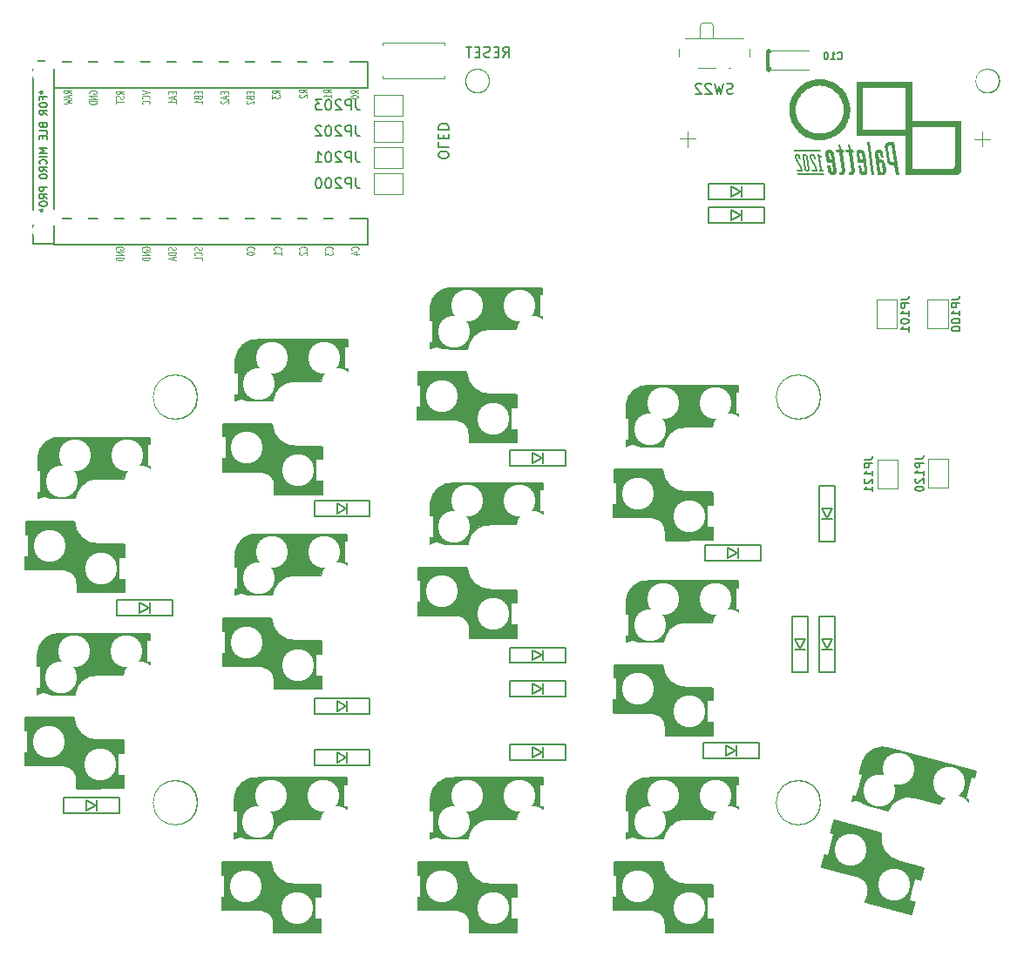
<source format=gbo>
G04 #@! TF.GenerationSoftware,KiCad,Pcbnew,(5.1.4-0-10_14)*
G04 #@! TF.CreationDate,2020-03-30T03:15:34+09:00*
G04 #@! TF.ProjectId,palette1202-PM,70616c65-7474-4653-9132-30322d504d2e,rev?*
G04 #@! TF.SameCoordinates,Original*
G04 #@! TF.FileFunction,Legend,Bot*
G04 #@! TF.FilePolarity,Positive*
%FSLAX46Y46*%
G04 Gerber Fmt 4.6, Leading zero omitted, Abs format (unit mm)*
G04 Created by KiCad (PCBNEW (5.1.4-0-10_14)) date 2020-03-30 03:15:34*
%MOMM*%
%LPD*%
G04 APERTURE LIST*
%ADD10C,0.120000*%
%ADD11C,0.500000*%
%ADD12C,0.150000*%
%ADD13C,0.100000*%
%ADD14C,0.200000*%
%ADD15C,0.400000*%
%ADD16C,0.125000*%
%ADD17R,2.102000X2.102000*%
%ADD18C,3.102000*%
%ADD19C,1.802000*%
%ADD20C,2.002000*%
%ADD21C,4.102000*%
%ADD22R,2.002000X2.102000*%
%ADD23C,2.102000*%
%ADD24C,1.626000*%
%ADD25R,1.802000X1.802000*%
%ADD26O,1.802000X1.802000*%
%ADD27C,0.300000*%
%ADD28R,1.402000X1.052000*%
%ADD29R,3.102000X4.102000*%
%ADD30C,1.902000*%
%ADD31R,2.102000X3.302000*%
%ADD32C,1.702200*%
%ADD33R,1.102000X0.902000*%
%ADD34R,0.802000X1.602000*%
%ADD35C,1.002000*%
%ADD36R,1.052000X1.402000*%
%ADD37C,1.499000*%
%ADD38R,1.499000X1.499000*%
%ADD39C,4.202000*%
%ADD40C,2.202000*%
%ADD41C,1.452000*%
G04 APERTURE END LIST*
D10*
X180441600Y-45770800D02*
X181965600Y-45770800D01*
X181203600Y-45008800D02*
X181203600Y-46482000D01*
X152577800Y-45008800D02*
X152577800Y-46583600D01*
X151815800Y-45720000D02*
X153339800Y-45720000D01*
D11*
X160451800Y-37236400D02*
X160451800Y-39039800D01*
D12*
X129401819Y-47400980D02*
X129401819Y-47210504D01*
X129354200Y-47115266D01*
X129258961Y-47020028D01*
X129068485Y-46972409D01*
X128735152Y-46972409D01*
X128544676Y-47020028D01*
X128449438Y-47115266D01*
X128401819Y-47210504D01*
X128401819Y-47400980D01*
X128449438Y-47496219D01*
X128544676Y-47591457D01*
X128735152Y-47639076D01*
X129068485Y-47639076D01*
X129258961Y-47591457D01*
X129354200Y-47496219D01*
X129401819Y-47400980D01*
X128401819Y-46067647D02*
X128401819Y-46543838D01*
X129401819Y-46543838D01*
X128925628Y-45734314D02*
X128925628Y-45400980D01*
X128401819Y-45258123D02*
X128401819Y-45734314D01*
X129401819Y-45734314D01*
X129401819Y-45258123D01*
X128401819Y-44829552D02*
X129401819Y-44829552D01*
X129401819Y-44591457D01*
X129354200Y-44448600D01*
X129258961Y-44353361D01*
X129163723Y-44305742D01*
X128973247Y-44258123D01*
X128830390Y-44258123D01*
X128639914Y-44305742D01*
X128544676Y-44353361D01*
X128449438Y-44448600D01*
X128401819Y-44591457D01*
X128401819Y-44829552D01*
D10*
X122986800Y-39878000D02*
X122986800Y-39624000D01*
X128981200Y-39878000D02*
X122986800Y-39878000D01*
X128981200Y-39598600D02*
X128981200Y-39878000D01*
X128981200Y-36398200D02*
X128981200Y-36652200D01*
X122986800Y-36398200D02*
X128981200Y-36398200D01*
X122986800Y-36626800D02*
X122986800Y-36398200D01*
D12*
X134700780Y-37815780D02*
X135034114Y-37339590D01*
X135272209Y-37815780D02*
X135272209Y-36815780D01*
X134891257Y-36815780D01*
X134796019Y-36863400D01*
X134748400Y-36911019D01*
X134700780Y-37006257D01*
X134700780Y-37149114D01*
X134748400Y-37244352D01*
X134796019Y-37291971D01*
X134891257Y-37339590D01*
X135272209Y-37339590D01*
X134272209Y-37291971D02*
X133938876Y-37291971D01*
X133796019Y-37815780D02*
X134272209Y-37815780D01*
X134272209Y-36815780D01*
X133796019Y-36815780D01*
X133415066Y-37768161D02*
X133272209Y-37815780D01*
X133034114Y-37815780D01*
X132938876Y-37768161D01*
X132891257Y-37720542D01*
X132843638Y-37625304D01*
X132843638Y-37530066D01*
X132891257Y-37434828D01*
X132938876Y-37387209D01*
X133034114Y-37339590D01*
X133224590Y-37291971D01*
X133319828Y-37244352D01*
X133367447Y-37196733D01*
X133415066Y-37101495D01*
X133415066Y-37006257D01*
X133367447Y-36911019D01*
X133319828Y-36863400D01*
X133224590Y-36815780D01*
X132986495Y-36815780D01*
X132843638Y-36863400D01*
X132415066Y-37291971D02*
X132081733Y-37291971D01*
X131938876Y-37815780D02*
X132415066Y-37815780D01*
X132415066Y-36815780D01*
X131938876Y-36815780D01*
X131653161Y-36815780D02*
X131081733Y-36815780D01*
X131367447Y-37815780D02*
X131367447Y-36815780D01*
D13*
G36*
X170767500Y-49270367D02*
G01*
X170471166Y-49270367D01*
X170021374Y-46037159D01*
X170317708Y-46037159D01*
X170767500Y-49270367D01*
G37*
G36*
X169391419Y-46807530D02*
G01*
X169414488Y-46808833D01*
X169437060Y-46811003D01*
X169459136Y-46814042D01*
X169480716Y-46817948D01*
X169501800Y-46822723D01*
X169522388Y-46828366D01*
X169542480Y-46834877D01*
X169562075Y-46842257D01*
X169581175Y-46850504D01*
X169599778Y-46859620D01*
X169617886Y-46869604D01*
X169635497Y-46880456D01*
X169652613Y-46892176D01*
X169669232Y-46904765D01*
X169685355Y-46918221D01*
X169700858Y-46932485D01*
X169715622Y-46947501D01*
X169729649Y-46963276D01*
X169742943Y-46979819D01*
X169755509Y-46997137D01*
X169767350Y-47015238D01*
X169778470Y-47034130D01*
X169788873Y-47053820D01*
X169798563Y-47074316D01*
X169807544Y-47095626D01*
X169815819Y-47117758D01*
X169823393Y-47140719D01*
X169830269Y-47164518D01*
X169836452Y-47189161D01*
X169841944Y-47214657D01*
X169846751Y-47241013D01*
X170082229Y-48844389D01*
X170085703Y-48870309D01*
X170088188Y-48895481D01*
X170089689Y-48919901D01*
X170090209Y-48943566D01*
X170089752Y-48966470D01*
X170088323Y-48988612D01*
X170085924Y-49009986D01*
X170082561Y-49030589D01*
X170078236Y-49050416D01*
X170072954Y-49069465D01*
X170066718Y-49087730D01*
X170059533Y-49105209D01*
X170051403Y-49121898D01*
X170042330Y-49137791D01*
X170032320Y-49152887D01*
X170021375Y-49167180D01*
X170009126Y-49180636D01*
X169996183Y-49193225D01*
X169982535Y-49204945D01*
X169968169Y-49215797D01*
X169953075Y-49225781D01*
X169937241Y-49234897D01*
X169920655Y-49243144D01*
X169903305Y-49250524D01*
X169885180Y-49257035D01*
X169866268Y-49262678D01*
X169846558Y-49267453D01*
X169826038Y-49271359D01*
X169804697Y-49274398D01*
X169782522Y-49276568D01*
X169759502Y-49277871D01*
X169735625Y-49278305D01*
X169712061Y-49277840D01*
X169688992Y-49276450D01*
X169666420Y-49274136D01*
X169644344Y-49270905D01*
X169622764Y-49266758D01*
X169601680Y-49261701D01*
X169581092Y-49255737D01*
X169561000Y-49248870D01*
X169541404Y-49241103D01*
X169522304Y-49232442D01*
X169503701Y-49222889D01*
X169485594Y-49212448D01*
X169467982Y-49201124D01*
X169450867Y-49188920D01*
X169434248Y-49175841D01*
X169418125Y-49161889D01*
X169402652Y-49147069D01*
X169387977Y-49131384D01*
X169374093Y-49114839D01*
X169360992Y-49097438D01*
X169348666Y-49079184D01*
X169337107Y-49060081D01*
X169326308Y-49040133D01*
X169316261Y-49019344D01*
X169306958Y-48997718D01*
X169298391Y-48975259D01*
X169290553Y-48951970D01*
X169283436Y-48927856D01*
X169277032Y-48902920D01*
X169271333Y-48877167D01*
X169266332Y-48850599D01*
X169262021Y-48823222D01*
X169185291Y-48299348D01*
X169481624Y-48299348D01*
X169558354Y-48823222D01*
X169561177Y-48842446D01*
X169564689Y-48860429D01*
X169568900Y-48877172D01*
X169573815Y-48892675D01*
X169579444Y-48906938D01*
X169585794Y-48919960D01*
X169592872Y-48931742D01*
X169596687Y-48937168D01*
X169600687Y-48942284D01*
X169604873Y-48947090D01*
X169609246Y-48951586D01*
X169613807Y-48955772D01*
X169618557Y-48959648D01*
X169623496Y-48963213D01*
X169628627Y-48966469D01*
X169633949Y-48969414D01*
X169639465Y-48972050D01*
X169645174Y-48974375D01*
X169651078Y-48976391D01*
X169657177Y-48978096D01*
X169663474Y-48979491D01*
X169669968Y-48980576D01*
X169676660Y-48981351D01*
X169683552Y-48981816D01*
X169690645Y-48981971D01*
X169697707Y-48981816D01*
X169704505Y-48981351D01*
X169711039Y-48980576D01*
X169717310Y-48979491D01*
X169723318Y-48978096D01*
X169729061Y-48976390D01*
X169734542Y-48974375D01*
X169739759Y-48972050D01*
X169744712Y-48969414D01*
X169749401Y-48966469D01*
X169753828Y-48963213D01*
X169757990Y-48959647D01*
X169761889Y-48955772D01*
X169765525Y-48951586D01*
X169768896Y-48947090D01*
X169772005Y-48942284D01*
X169774850Y-48937168D01*
X169777431Y-48931742D01*
X169779748Y-48926006D01*
X169781803Y-48919960D01*
X169783593Y-48913604D01*
X169785120Y-48906937D01*
X169786384Y-48899961D01*
X169787384Y-48892675D01*
X169788120Y-48885078D01*
X169788593Y-48877172D01*
X169788802Y-48868955D01*
X169788748Y-48860429D01*
X169788430Y-48851592D01*
X169787849Y-48842445D01*
X169787004Y-48832989D01*
X169785895Y-48823222D01*
X169677417Y-48071806D01*
X169150895Y-48071806D01*
X169092686Y-47680222D01*
X169093722Y-47680185D01*
X169023895Y-47219846D01*
X169020353Y-47197595D01*
X169312230Y-47197595D01*
X169312579Y-47205129D01*
X169313285Y-47212974D01*
X169314352Y-47221128D01*
X169315783Y-47229593D01*
X169317582Y-47238368D01*
X169386095Y-47669742D01*
X169389020Y-47669638D01*
X169404895Y-47772826D01*
X169632437Y-47772826D01*
X169545124Y-47238368D01*
X169541341Y-47222028D01*
X169536933Y-47206742D01*
X169531898Y-47192510D01*
X169526231Y-47179333D01*
X169519928Y-47167209D01*
X169516538Y-47161543D01*
X169512986Y-47156140D01*
X169509274Y-47151001D01*
X169505401Y-47146125D01*
X169501366Y-47141513D01*
X169497168Y-47137165D01*
X169492808Y-47133080D01*
X169488284Y-47129258D01*
X169483597Y-47125700D01*
X169478745Y-47122406D01*
X169473729Y-47119375D01*
X169468548Y-47116608D01*
X169463200Y-47114104D01*
X169457687Y-47111864D01*
X169452007Y-47109887D01*
X169446160Y-47108174D01*
X169440145Y-47106725D01*
X169433962Y-47105539D01*
X169427611Y-47104616D01*
X169421090Y-47103958D01*
X169414400Y-47103562D01*
X169407540Y-47103430D01*
X169401214Y-47103554D01*
X169395127Y-47103927D01*
X169389274Y-47104547D01*
X169383645Y-47105415D01*
X169378233Y-47106531D01*
X169373030Y-47107895D01*
X169368029Y-47109508D01*
X169363222Y-47111368D01*
X169358601Y-47113477D01*
X169354158Y-47115833D01*
X169349886Y-47118437D01*
X169345776Y-47121290D01*
X169341822Y-47124390D01*
X169338015Y-47127739D01*
X169334347Y-47131336D01*
X169330811Y-47135180D01*
X169327494Y-47139304D01*
X169324491Y-47143738D01*
X169321806Y-47148482D01*
X169319442Y-47153536D01*
X169317404Y-47158900D01*
X169315695Y-47164574D01*
X169314320Y-47170558D01*
X169313282Y-47176852D01*
X169312585Y-47183456D01*
X169312233Y-47190370D01*
X169312230Y-47197595D01*
X169020353Y-47197595D01*
X169019927Y-47194919D01*
X169016955Y-47170739D01*
X169014983Y-47147311D01*
X169014015Y-47124638D01*
X169014054Y-47102726D01*
X169015105Y-47081576D01*
X169017171Y-47061195D01*
X169020257Y-47041584D01*
X169024366Y-47022749D01*
X169029502Y-47004692D01*
X169035669Y-46987419D01*
X169042871Y-46970932D01*
X169051112Y-46955236D01*
X169060395Y-46940334D01*
X169070724Y-46926231D01*
X169082104Y-46912930D01*
X169094354Y-46899969D01*
X169107297Y-46887872D01*
X169120945Y-46876636D01*
X169135311Y-46866256D01*
X169150405Y-46856729D01*
X169166239Y-46848050D01*
X169182825Y-46840217D01*
X169200175Y-46833224D01*
X169218300Y-46827069D01*
X169237211Y-46821747D01*
X169256921Y-46817254D01*
X169277442Y-46813587D01*
X169298783Y-46810741D01*
X169320958Y-46808714D01*
X169343978Y-46807500D01*
X169367855Y-46807096D01*
X169391419Y-46807530D01*
G37*
G36*
X168560875Y-46812388D02*
G01*
X168743437Y-46812388D01*
X168783125Y-47108721D01*
X168595271Y-47108721D01*
X168833396Y-48815283D01*
X168837334Y-48842661D01*
X168840217Y-48869229D01*
X168842047Y-48894982D01*
X168842822Y-48919918D01*
X168842543Y-48944032D01*
X168841209Y-48967321D01*
X168838822Y-48989780D01*
X168835380Y-49011406D01*
X168830884Y-49032195D01*
X168825334Y-49052142D01*
X168818730Y-49071245D01*
X168811071Y-49089499D01*
X168802359Y-49106901D01*
X168792592Y-49123446D01*
X168781771Y-49139130D01*
X168769895Y-49153950D01*
X168757089Y-49167902D01*
X168743473Y-49180982D01*
X168729043Y-49193186D01*
X168713795Y-49204510D01*
X168697726Y-49214950D01*
X168680831Y-49224503D01*
X168663106Y-49233165D01*
X168644549Y-49240931D01*
X168625154Y-49247799D01*
X168604918Y-49253763D01*
X168583837Y-49258820D01*
X168561908Y-49262966D01*
X168539126Y-49266198D01*
X168515487Y-49268511D01*
X168490988Y-49269902D01*
X168465625Y-49270366D01*
X168306875Y-49270366D01*
X168267187Y-48974033D01*
X168425936Y-48974033D01*
X168434696Y-48973878D01*
X168443114Y-48973413D01*
X168451193Y-48972638D01*
X168458932Y-48971553D01*
X168466332Y-48970157D01*
X168473393Y-48968452D01*
X168480116Y-48966437D01*
X168486501Y-48964111D01*
X168492549Y-48961476D01*
X168498261Y-48958530D01*
X168503636Y-48955275D01*
X168508676Y-48951709D01*
X168513380Y-48947833D01*
X168517749Y-48943648D01*
X168521785Y-48939152D01*
X168525486Y-48934346D01*
X168528854Y-48929230D01*
X168531889Y-48923804D01*
X168534592Y-48918068D01*
X168536963Y-48912022D01*
X168539003Y-48905666D01*
X168540712Y-48899000D01*
X168542090Y-48892023D01*
X168543139Y-48884737D01*
X168543858Y-48877140D01*
X168544248Y-48869234D01*
X168544309Y-48861017D01*
X168544043Y-48852491D01*
X168542528Y-48834507D01*
X168539707Y-48815283D01*
X168304229Y-47108721D01*
X168007896Y-47108721D01*
X167968208Y-46812388D01*
X168264541Y-46812388D01*
X168190458Y-46312326D01*
X168373021Y-46312326D01*
X168560875Y-46812388D01*
G37*
G36*
X165604384Y-39955595D02*
G01*
X165754761Y-39967029D01*
X165902966Y-39985859D01*
X166048812Y-40011899D01*
X166192111Y-40044964D01*
X166332677Y-40084868D01*
X166470322Y-40131426D01*
X166604861Y-40184452D01*
X166736104Y-40243760D01*
X166863867Y-40309166D01*
X166987961Y-40380483D01*
X167108199Y-40457525D01*
X167224396Y-40540109D01*
X167336362Y-40628047D01*
X167443913Y-40721154D01*
X167546860Y-40819245D01*
X167645016Y-40922134D01*
X167738196Y-41029636D01*
X167826211Y-41141565D01*
X167908874Y-41257735D01*
X167985999Y-41377961D01*
X168057398Y-41502058D01*
X168122885Y-41629839D01*
X168182273Y-41761120D01*
X168235374Y-41895715D01*
X168282002Y-42033437D01*
X168321970Y-42174103D01*
X168355089Y-42317525D01*
X168381175Y-42463519D01*
X168400039Y-42611899D01*
X168411494Y-42762480D01*
X168415354Y-42915075D01*
X168411502Y-43067438D01*
X168400068Y-43217815D01*
X168381238Y-43366020D01*
X168355198Y-43511866D01*
X168322133Y-43655165D01*
X168282229Y-43795731D01*
X168235671Y-43933376D01*
X168182645Y-44067914D01*
X168123337Y-44199158D01*
X168057931Y-44326920D01*
X167986615Y-44451014D01*
X167909572Y-44571253D01*
X167826988Y-44687449D01*
X167739050Y-44799416D01*
X167645943Y-44906966D01*
X167547852Y-45009914D01*
X167444963Y-45108070D01*
X167337461Y-45201249D01*
X167225533Y-45289264D01*
X167109362Y-45371928D01*
X166989136Y-45449053D01*
X166865039Y-45520452D01*
X166737258Y-45585939D01*
X166605977Y-45645327D01*
X166471382Y-45698428D01*
X166333660Y-45745056D01*
X166192994Y-45785023D01*
X166049572Y-45818143D01*
X165903578Y-45844229D01*
X165755197Y-45863093D01*
X165604617Y-45874548D01*
X165452021Y-45878408D01*
X165299659Y-45874556D01*
X165149282Y-45863122D01*
X165001077Y-45844292D01*
X164855231Y-45818252D01*
X164711932Y-45785187D01*
X164571366Y-45745283D01*
X164433721Y-45698725D01*
X164299183Y-45645699D01*
X164167939Y-45586390D01*
X164040176Y-45520985D01*
X163916082Y-45449668D01*
X163795844Y-45372625D01*
X163679648Y-45290042D01*
X163567681Y-45202104D01*
X163460130Y-45108997D01*
X163357183Y-45010906D01*
X163259027Y-44908016D01*
X163165847Y-44800515D01*
X163077833Y-44688586D01*
X162995169Y-44572416D01*
X162918044Y-44452189D01*
X162846645Y-44328093D01*
X162781157Y-44200311D01*
X162721770Y-44069030D01*
X162668668Y-43934436D01*
X162622041Y-43796713D01*
X162582073Y-43656048D01*
X162548953Y-43512625D01*
X162522868Y-43366631D01*
X162504004Y-43218251D01*
X162492548Y-43067670D01*
X162488688Y-42915075D01*
X163123688Y-42915075D01*
X163126726Y-43034655D01*
X163135739Y-43152693D01*
X163150580Y-43269040D01*
X163171102Y-43383548D01*
X163197156Y-43496069D01*
X163228595Y-43606457D01*
X163265271Y-43714563D01*
X163307036Y-43820239D01*
X163353743Y-43923338D01*
X163405244Y-44023712D01*
X163461391Y-44121213D01*
X163522036Y-44215693D01*
X163587032Y-44307005D01*
X163656230Y-44395001D01*
X163729483Y-44479532D01*
X163806644Y-44560452D01*
X163887564Y-44637613D01*
X163972095Y-44710866D01*
X164060091Y-44780065D01*
X164151403Y-44845060D01*
X164245883Y-44905705D01*
X164343384Y-44961852D01*
X164443758Y-45013353D01*
X164546857Y-45060060D01*
X164652533Y-45101825D01*
X164760639Y-45138502D01*
X164871027Y-45169941D01*
X164983548Y-45195995D01*
X165098057Y-45216516D01*
X165214403Y-45231358D01*
X165332441Y-45240371D01*
X165452021Y-45243408D01*
X165571602Y-45240371D01*
X165689640Y-45231358D01*
X165805986Y-45216516D01*
X165920495Y-45195995D01*
X166033016Y-45169941D01*
X166143404Y-45138502D01*
X166251510Y-45101825D01*
X166357186Y-45060060D01*
X166460285Y-45013353D01*
X166560659Y-44961852D01*
X166658160Y-44905705D01*
X166752640Y-44845060D01*
X166843952Y-44780065D01*
X166931948Y-44710866D01*
X167016479Y-44637613D01*
X167097399Y-44560452D01*
X167174560Y-44479532D01*
X167247813Y-44395001D01*
X167317011Y-44307005D01*
X167382007Y-44215693D01*
X167442652Y-44121213D01*
X167498799Y-44023712D01*
X167550300Y-43923338D01*
X167597007Y-43820239D01*
X167638772Y-43714563D01*
X167675448Y-43606457D01*
X167706887Y-43496069D01*
X167732941Y-43383548D01*
X167753463Y-43269040D01*
X167768304Y-43152693D01*
X167777317Y-43034655D01*
X167780354Y-42915075D01*
X167777317Y-42795495D01*
X167768304Y-42677457D01*
X167753463Y-42561111D01*
X167732941Y-42446602D01*
X167706887Y-42334081D01*
X167675448Y-42223693D01*
X167638772Y-42115587D01*
X167597006Y-42009911D01*
X167550299Y-41906812D01*
X167498798Y-41806438D01*
X167442652Y-41708937D01*
X167382007Y-41614457D01*
X167317011Y-41523145D01*
X167247813Y-41435150D01*
X167174559Y-41350618D01*
X167097399Y-41269698D01*
X167016479Y-41192537D01*
X166931947Y-41119284D01*
X166843951Y-41050085D01*
X166752639Y-40985090D01*
X166658159Y-40924445D01*
X166560658Y-40868298D01*
X166460284Y-40816797D01*
X166357186Y-40770090D01*
X166251509Y-40728325D01*
X166143403Y-40691648D01*
X166033016Y-40660209D01*
X165920494Y-40634155D01*
X165805986Y-40613634D01*
X165689639Y-40598792D01*
X165571602Y-40589779D01*
X165452021Y-40586742D01*
X165452021Y-39951742D01*
X165604384Y-39955595D01*
G37*
G36*
X165547271Y-47005534D02*
G01*
X162978165Y-47005534D01*
X162957000Y-46836200D01*
X165523457Y-46836200D01*
X165547271Y-47005534D01*
G37*
G36*
X179201754Y-48801729D02*
G01*
X179199792Y-48827520D01*
X179196560Y-48852936D01*
X179192091Y-48877947D01*
X179186416Y-48902519D01*
X179179568Y-48926622D01*
X179171579Y-48950223D01*
X179162480Y-48973290D01*
X179152304Y-48995791D01*
X179141082Y-49017694D01*
X179128847Y-49038967D01*
X179115630Y-49059579D01*
X179101464Y-49079497D01*
X179086380Y-49098689D01*
X179070410Y-49117123D01*
X179053587Y-49134768D01*
X179035943Y-49151591D01*
X179017508Y-49167560D01*
X178998316Y-49182644D01*
X178978398Y-49196811D01*
X178957787Y-49210027D01*
X178936513Y-49222262D01*
X178914610Y-49233484D01*
X178892109Y-49243660D01*
X178869042Y-49252759D01*
X178845441Y-49260748D01*
X178821338Y-49267596D01*
X178796766Y-49273271D01*
X178771755Y-49277740D01*
X178746339Y-49280972D01*
X178720548Y-49282934D01*
X178694416Y-49283596D01*
X173796978Y-49283596D01*
X173796978Y-45473596D01*
X169026541Y-45473596D01*
X169026541Y-40835450D01*
X169661541Y-40835450D01*
X169661541Y-44833304D01*
X173799624Y-44833304D01*
X173799624Y-44613701D01*
X174429332Y-44613701D01*
X174429332Y-48648596D01*
X178339874Y-48648596D01*
X178351700Y-48648297D01*
X178363358Y-48647407D01*
X178374834Y-48645943D01*
X178386114Y-48643920D01*
X178397184Y-48641352D01*
X178408032Y-48638254D01*
X178418644Y-48634642D01*
X178429005Y-48630530D01*
X178439103Y-48625934D01*
X178448924Y-48620869D01*
X178458454Y-48615349D01*
X178467680Y-48609390D01*
X178476588Y-48603006D01*
X178485164Y-48596213D01*
X178493396Y-48589025D01*
X178501269Y-48581458D01*
X178508771Y-48573527D01*
X178515886Y-48565247D01*
X178522603Y-48556632D01*
X178528906Y-48547698D01*
X178534783Y-48538460D01*
X178540221Y-48528932D01*
X178545205Y-48519131D01*
X178549721Y-48509070D01*
X178553758Y-48498765D01*
X178557300Y-48488231D01*
X178560334Y-48477482D01*
X178562847Y-48466535D01*
X178564826Y-48455404D01*
X178566255Y-48444103D01*
X178567123Y-48432648D01*
X178567415Y-48421055D01*
X178567415Y-44613701D01*
X174429332Y-44613701D01*
X173799624Y-44613701D01*
X173799624Y-40835450D01*
X169661541Y-40835450D01*
X169026541Y-40835450D01*
X169026541Y-40203097D01*
X174431978Y-40203097D01*
X174431978Y-43978700D01*
X179202415Y-43978700D01*
X179202415Y-48775596D01*
X179201754Y-48801729D01*
G37*
G36*
X165604382Y-39955594D02*
G01*
X165754759Y-39967028D01*
X165902964Y-39985858D01*
X166048810Y-40011898D01*
X166192109Y-40044963D01*
X166332675Y-40084867D01*
X166470321Y-40131425D01*
X166604859Y-40184451D01*
X166736102Y-40243760D01*
X166863865Y-40309165D01*
X166987959Y-40380482D01*
X167108197Y-40457525D01*
X167224394Y-40540108D01*
X167336360Y-40628046D01*
X167443911Y-40721153D01*
X167546858Y-40819244D01*
X167645015Y-40922134D01*
X167738194Y-41029635D01*
X167826209Y-41141564D01*
X167908872Y-41257734D01*
X167985997Y-41377961D01*
X168057396Y-41502057D01*
X168122884Y-41629839D01*
X168182271Y-41761120D01*
X168235372Y-41895714D01*
X168282000Y-42033437D01*
X168321968Y-42174102D01*
X168355088Y-42317525D01*
X168381173Y-42463519D01*
X168400037Y-42611899D01*
X168411493Y-42762480D01*
X168415353Y-42915075D01*
X167780352Y-42915075D01*
X167777315Y-42795495D01*
X167768302Y-42677457D01*
X167753461Y-42561110D01*
X167732939Y-42446602D01*
X167706885Y-42334080D01*
X167675446Y-42223693D01*
X167638770Y-42115587D01*
X167597004Y-42009911D01*
X167550297Y-41906812D01*
X167498797Y-41806438D01*
X167442650Y-41708937D01*
X167382005Y-41614457D01*
X167317009Y-41523145D01*
X167247811Y-41435149D01*
X167174557Y-41350618D01*
X167097397Y-41269698D01*
X167016477Y-41192537D01*
X166931945Y-41119284D01*
X166843949Y-41050085D01*
X166752637Y-40985090D01*
X166658157Y-40924445D01*
X166560656Y-40868298D01*
X166460283Y-40816797D01*
X166357184Y-40770090D01*
X166251507Y-40728325D01*
X166143402Y-40691648D01*
X166033014Y-40660209D01*
X165920492Y-40634155D01*
X165805984Y-40613634D01*
X165689637Y-40598792D01*
X165571600Y-40589779D01*
X165452019Y-40586742D01*
X165332439Y-40589779D01*
X165214402Y-40598792D01*
X165098055Y-40613634D01*
X164983547Y-40634155D01*
X164871025Y-40660209D01*
X164760638Y-40691648D01*
X164652532Y-40728325D01*
X164546855Y-40770090D01*
X164443756Y-40816797D01*
X164343383Y-40868298D01*
X164245882Y-40924445D01*
X164151401Y-40985090D01*
X164060089Y-41050085D01*
X163972094Y-41119284D01*
X163887562Y-41192537D01*
X163806642Y-41269698D01*
X163729481Y-41350618D01*
X163656227Y-41435150D01*
X163587029Y-41523145D01*
X163522033Y-41614457D01*
X163461388Y-41708937D01*
X163405241Y-41806438D01*
X163353740Y-41906812D01*
X163307033Y-42009911D01*
X163265267Y-42115587D01*
X163228591Y-42223693D01*
X163197152Y-42334081D01*
X163171098Y-42446602D01*
X163150576Y-42561111D01*
X163135735Y-42677457D01*
X163126722Y-42795495D01*
X163123685Y-42915075D01*
X163126722Y-43034655D01*
X163135735Y-43152693D01*
X163150576Y-43269040D01*
X163171098Y-43383548D01*
X163197152Y-43496069D01*
X163228591Y-43606457D01*
X163265267Y-43714563D01*
X163307033Y-43820239D01*
X163353740Y-43923338D01*
X163405241Y-44023712D01*
X163461388Y-44121213D01*
X163522033Y-44215693D01*
X163587028Y-44307005D01*
X163656227Y-44395001D01*
X163729480Y-44479532D01*
X163806641Y-44560452D01*
X163887561Y-44637613D01*
X163972093Y-44710866D01*
X164060088Y-44780065D01*
X164151400Y-44845060D01*
X164245881Y-44905705D01*
X164343382Y-44961852D01*
X164443756Y-45013353D01*
X164546855Y-45060060D01*
X164652531Y-45101825D01*
X164760637Y-45138502D01*
X164871025Y-45169941D01*
X164983547Y-45195995D01*
X165098055Y-45216516D01*
X165214401Y-45231358D01*
X165332439Y-45240371D01*
X165452019Y-45243408D01*
X165452019Y-45878408D01*
X165299657Y-45874556D01*
X165149280Y-45863122D01*
X165001075Y-45844292D01*
X164855229Y-45818252D01*
X164711930Y-45785187D01*
X164571364Y-45745283D01*
X164433719Y-45698725D01*
X164299181Y-45645699D01*
X164167937Y-45586390D01*
X164040175Y-45520985D01*
X163916081Y-45449668D01*
X163795842Y-45372625D01*
X163679646Y-45290042D01*
X163567679Y-45202104D01*
X163460128Y-45108997D01*
X163357181Y-45010906D01*
X163259025Y-44908016D01*
X163165845Y-44800515D01*
X163077831Y-44688586D01*
X162995167Y-44572416D01*
X162918042Y-44452189D01*
X162846643Y-44328093D01*
X162781155Y-44200311D01*
X162721768Y-44069030D01*
X162668667Y-43934436D01*
X162622039Y-43796713D01*
X162582071Y-43656048D01*
X162548951Y-43512625D01*
X162522866Y-43366631D01*
X162504002Y-43218251D01*
X162492546Y-43067670D01*
X162488686Y-42915075D01*
X162492539Y-42762712D01*
X162503973Y-42612335D01*
X162522803Y-42464130D01*
X162548843Y-42318285D01*
X162581908Y-42174985D01*
X162621812Y-42034419D01*
X162668370Y-41896774D01*
X162721396Y-41762236D01*
X162780704Y-41630992D01*
X162846110Y-41503230D01*
X162917427Y-41379136D01*
X162994470Y-41258897D01*
X163077053Y-41142701D01*
X163164991Y-41030734D01*
X163258098Y-40923184D01*
X163356189Y-40820237D01*
X163459078Y-40722080D01*
X163566580Y-40628901D01*
X163678509Y-40540886D01*
X163794679Y-40458222D01*
X163914906Y-40381098D01*
X164039002Y-40309698D01*
X164166784Y-40244211D01*
X164298065Y-40184823D01*
X164432659Y-40131722D01*
X164570382Y-40085094D01*
X164711047Y-40045127D01*
X164854470Y-40012007D01*
X165000464Y-39985921D01*
X165148844Y-39967057D01*
X165299424Y-39955602D01*
X165452019Y-39951742D01*
X165604382Y-39955594D01*
G37*
G36*
X167626896Y-46812388D02*
G01*
X167809458Y-46812388D01*
X167849146Y-47108721D01*
X167661292Y-47108721D01*
X167899418Y-48815283D01*
X167903355Y-48842661D01*
X167906239Y-48869229D01*
X167908068Y-48894982D01*
X167908843Y-48919918D01*
X167908564Y-48944032D01*
X167907231Y-48967321D01*
X167904843Y-48989780D01*
X167901401Y-49011406D01*
X167896905Y-49032195D01*
X167891355Y-49052142D01*
X167884751Y-49071245D01*
X167877093Y-49089499D01*
X167868380Y-49106901D01*
X167858613Y-49123446D01*
X167847792Y-49139130D01*
X167835917Y-49153950D01*
X167823111Y-49167902D01*
X167809495Y-49180982D01*
X167795065Y-49193186D01*
X167779817Y-49204510D01*
X167763748Y-49214950D01*
X167746853Y-49224503D01*
X167729128Y-49233165D01*
X167710571Y-49240931D01*
X167691176Y-49247799D01*
X167670940Y-49253763D01*
X167649859Y-49258820D01*
X167627929Y-49262966D01*
X167605147Y-49266198D01*
X167581508Y-49268511D01*
X167557009Y-49269902D01*
X167531646Y-49270366D01*
X167372896Y-49270366D01*
X167333208Y-48974033D01*
X167491957Y-48974033D01*
X167500717Y-48973878D01*
X167509135Y-48973413D01*
X167517214Y-48972638D01*
X167524953Y-48971553D01*
X167532353Y-48970157D01*
X167539414Y-48968452D01*
X167546137Y-48966437D01*
X167552522Y-48964111D01*
X167558570Y-48961476D01*
X167564282Y-48958530D01*
X167569657Y-48955275D01*
X167574697Y-48951709D01*
X167579401Y-48947833D01*
X167583770Y-48943648D01*
X167587806Y-48939152D01*
X167591507Y-48934346D01*
X167594875Y-48929230D01*
X167597910Y-48923804D01*
X167600613Y-48918068D01*
X167602984Y-48912022D01*
X167605024Y-48905666D01*
X167606733Y-48899000D01*
X167608111Y-48892023D01*
X167609160Y-48884737D01*
X167609879Y-48877140D01*
X167610269Y-48869234D01*
X167610331Y-48861017D01*
X167610064Y-48852491D01*
X167608550Y-48834507D01*
X167605729Y-48815283D01*
X167370250Y-47108721D01*
X167073916Y-47108721D01*
X167034229Y-46812388D01*
X167330562Y-46812388D01*
X167256480Y-46312326D01*
X167439042Y-46312326D01*
X167626896Y-46812388D01*
G37*
G36*
X165406132Y-47227297D02*
G01*
X165408360Y-47239731D01*
X165411076Y-47251854D01*
X165414277Y-47263667D01*
X165417958Y-47275171D01*
X165422116Y-47286364D01*
X165426747Y-47297247D01*
X165431847Y-47307820D01*
X165437412Y-47318083D01*
X165443438Y-47328036D01*
X165449921Y-47337679D01*
X165456858Y-47347011D01*
X165464245Y-47356034D01*
X165472077Y-47364747D01*
X165480352Y-47373149D01*
X165489064Y-47381242D01*
X165498025Y-47388931D01*
X165507052Y-47396124D01*
X165516149Y-47402822D01*
X165525320Y-47409023D01*
X165534568Y-47414728D01*
X165543897Y-47419937D01*
X165553312Y-47424650D01*
X165562816Y-47428867D01*
X165572413Y-47432588D01*
X165582107Y-47435812D01*
X165591901Y-47438541D01*
X165601800Y-47440773D01*
X165611808Y-47442509D01*
X165621928Y-47443750D01*
X165632165Y-47444494D01*
X165642522Y-47444742D01*
X165661042Y-47566450D01*
X165650377Y-47566326D01*
X165640207Y-47565954D01*
X165630533Y-47565334D01*
X165621356Y-47564466D01*
X165612674Y-47563350D01*
X165604489Y-47561986D01*
X165600582Y-47561211D01*
X165596799Y-47560374D01*
X165593141Y-47559475D01*
X165589606Y-47558513D01*
X165586164Y-47557957D01*
X165582780Y-47557288D01*
X165579450Y-47556519D01*
X165576170Y-47555660D01*
X165572937Y-47554724D01*
X165569747Y-47553723D01*
X165563478Y-47551568D01*
X165551282Y-47546979D01*
X165545292Y-47544731D01*
X165539334Y-47542638D01*
X165536359Y-47541614D01*
X165533391Y-47540529D01*
X165530439Y-47539382D01*
X165527510Y-47538173D01*
X165524612Y-47536901D01*
X165521753Y-47535568D01*
X165518941Y-47534173D01*
X165516182Y-47532716D01*
X165513486Y-47531197D01*
X165510860Y-47529615D01*
X165508311Y-47527972D01*
X165505847Y-47526267D01*
X165503477Y-47524499D01*
X165501207Y-47522670D01*
X165499046Y-47520779D01*
X165497000Y-47518825D01*
X165483771Y-47518825D01*
X165661040Y-48741200D01*
X165793332Y-48741200D01*
X165814500Y-48910533D01*
X165380585Y-48907886D01*
X165359418Y-48738554D01*
X165491709Y-48738554D01*
X165272105Y-47214554D01*
X165404397Y-47214554D01*
X165406132Y-47227297D01*
G37*
G36*
X164731237Y-47214833D02*
G01*
X164745743Y-47215675D01*
X164759993Y-47217083D01*
X164773983Y-47219060D01*
X164787710Y-47221611D01*
X164801170Y-47224739D01*
X164814358Y-47228449D01*
X164827271Y-47232744D01*
X164839906Y-47237628D01*
X164852257Y-47243105D01*
X164864322Y-47249179D01*
X164876095Y-47255854D01*
X164887575Y-47263133D01*
X164898756Y-47271021D01*
X164909634Y-47279521D01*
X164920207Y-47288637D01*
X164930376Y-47297784D01*
X164940050Y-47307365D01*
X164949228Y-47317380D01*
X164957909Y-47327829D01*
X164966094Y-47338712D01*
X164973784Y-47350029D01*
X164980977Y-47361780D01*
X164987674Y-47373965D01*
X164993875Y-47386585D01*
X164999581Y-47399638D01*
X165004790Y-47413126D01*
X165009503Y-47427047D01*
X165013720Y-47441403D01*
X165017441Y-47456193D01*
X165020665Y-47471417D01*
X165023394Y-47487075D01*
X165065728Y-47772825D01*
X164896395Y-47772825D01*
X164854060Y-47489721D01*
X164851766Y-47476760D01*
X164850386Y-47470604D01*
X164848851Y-47464663D01*
X164847162Y-47458937D01*
X164845317Y-47453427D01*
X164843317Y-47448130D01*
X164841162Y-47443047D01*
X164838852Y-47438177D01*
X164836387Y-47433519D01*
X164833767Y-47429074D01*
X164830992Y-47424841D01*
X164828062Y-47420819D01*
X164824977Y-47417007D01*
X164821737Y-47413406D01*
X164818342Y-47410015D01*
X164814792Y-47406833D01*
X164811087Y-47403859D01*
X164807226Y-47401095D01*
X164803211Y-47398537D01*
X164799041Y-47396188D01*
X164794715Y-47394045D01*
X164790235Y-47392108D01*
X164785600Y-47390378D01*
X164780809Y-47388852D01*
X164775864Y-47387532D01*
X164770763Y-47386416D01*
X164765508Y-47385504D01*
X164760098Y-47384796D01*
X164754532Y-47384291D01*
X164748811Y-47383988D01*
X164742936Y-47383887D01*
X164731434Y-47384291D01*
X164725988Y-47384796D01*
X164720746Y-47385504D01*
X164715710Y-47386416D01*
X164710880Y-47387532D01*
X164706257Y-47388852D01*
X164701843Y-47390378D01*
X164697638Y-47392108D01*
X164693643Y-47394045D01*
X164689860Y-47396188D01*
X164686289Y-47398537D01*
X164682930Y-47401095D01*
X164679786Y-47403859D01*
X164676858Y-47406833D01*
X164674145Y-47410015D01*
X164671649Y-47413406D01*
X164669371Y-47417007D01*
X164667312Y-47420819D01*
X164665474Y-47424841D01*
X164663856Y-47429074D01*
X164662460Y-47433519D01*
X164661286Y-47438177D01*
X164660337Y-47443047D01*
X164659612Y-47448130D01*
X164659114Y-47453427D01*
X164658842Y-47458937D01*
X164658797Y-47464663D01*
X164658981Y-47470604D01*
X164659395Y-47476760D01*
X164660916Y-47489721D01*
X164666249Y-47523073D01*
X164672325Y-47555619D01*
X164679147Y-47587297D01*
X164686712Y-47618044D01*
X164695022Y-47647799D01*
X164704076Y-47676500D01*
X164713873Y-47704085D01*
X164724416Y-47730491D01*
X164734694Y-47756045D01*
X164745623Y-47781134D01*
X164757110Y-47805789D01*
X164769063Y-47830041D01*
X164781388Y-47853920D01*
X164793992Y-47877459D01*
X164819665Y-47923637D01*
X164847488Y-47968782D01*
X164875558Y-48012934D01*
X164889764Y-48034639D01*
X164904125Y-48056095D01*
X164918672Y-48077303D01*
X164933436Y-48098263D01*
X164948200Y-48119227D01*
X164962747Y-48140471D01*
X164977108Y-48162025D01*
X164991314Y-48183921D01*
X165005396Y-48206188D01*
X165019385Y-48228858D01*
X165033312Y-48251963D01*
X165047208Y-48275532D01*
X165060855Y-48299593D01*
X165074038Y-48324149D01*
X165086786Y-48349202D01*
X165099132Y-48374751D01*
X165111106Y-48400796D01*
X165122738Y-48427337D01*
X165134061Y-48454374D01*
X165145104Y-48481908D01*
X165155651Y-48510309D01*
X165165486Y-48539951D01*
X165174638Y-48570832D01*
X165183138Y-48602955D01*
X165191019Y-48636317D01*
X165198310Y-48670920D01*
X165205043Y-48706763D01*
X165211249Y-48743846D01*
X165232417Y-48910533D01*
X164700604Y-48913178D01*
X164679436Y-48743846D01*
X165041917Y-48743846D01*
X165036584Y-48710602D01*
X165030507Y-48678320D01*
X165023686Y-48646967D01*
X165016121Y-48616515D01*
X165007811Y-48586930D01*
X164998757Y-48558182D01*
X164988959Y-48530241D01*
X164978417Y-48503074D01*
X164968247Y-48476647D01*
X164957581Y-48450902D01*
X164946419Y-48425776D01*
X164934761Y-48401209D01*
X164922606Y-48377138D01*
X164909956Y-48353502D01*
X164896809Y-48330237D01*
X164883166Y-48307282D01*
X164855344Y-48262138D01*
X164827274Y-48217985D01*
X164813068Y-48196281D01*
X164798708Y-48174825D01*
X164784161Y-48153618D01*
X164769397Y-48132658D01*
X164754632Y-48111692D01*
X164740085Y-48090448D01*
X164725724Y-48068894D01*
X164711518Y-48046999D01*
X164697436Y-48024732D01*
X164683447Y-48002061D01*
X164669521Y-47978957D01*
X164655625Y-47955387D01*
X164641978Y-47932195D01*
X164628795Y-47908258D01*
X164616046Y-47883578D01*
X164603701Y-47858153D01*
X164591727Y-47831984D01*
X164580094Y-47805071D01*
X164568772Y-47777414D01*
X164557729Y-47749013D01*
X164547181Y-47720616D01*
X164537347Y-47691011D01*
X164528195Y-47660227D01*
X164519694Y-47628296D01*
X164511814Y-47595249D01*
X164504522Y-47561117D01*
X164497789Y-47525931D01*
X164491584Y-47489721D01*
X164489413Y-47474062D01*
X164487867Y-47458834D01*
X164486949Y-47444032D01*
X164486663Y-47429653D01*
X164487012Y-47415692D01*
X164488001Y-47402145D01*
X164489634Y-47389010D01*
X164491913Y-47376281D01*
X164494844Y-47363956D01*
X164498430Y-47352029D01*
X164502674Y-47340498D01*
X164507582Y-47329359D01*
X164513156Y-47318607D01*
X164519400Y-47308238D01*
X164526318Y-47298250D01*
X164533915Y-47288637D01*
X164542070Y-47279521D01*
X164550659Y-47271021D01*
X164559681Y-47263133D01*
X164569138Y-47255854D01*
X164579029Y-47249179D01*
X164589354Y-47243105D01*
X164600113Y-47237628D01*
X164611306Y-47232744D01*
X164622933Y-47228449D01*
X164634995Y-47224739D01*
X164647490Y-47221611D01*
X164660420Y-47219060D01*
X164673783Y-47217083D01*
X164687581Y-47215675D01*
X164701813Y-47214833D01*
X164716479Y-47214554D01*
X164731237Y-47214833D01*
G37*
G36*
X164006250Y-47217479D02*
G01*
X164020677Y-47218316D01*
X164034809Y-47219712D01*
X164048655Y-47221665D01*
X164062221Y-47224176D01*
X164075516Y-47227246D01*
X164088548Y-47230874D01*
X164101323Y-47235060D01*
X164113851Y-47239804D01*
X164126138Y-47245106D01*
X164138192Y-47250966D01*
X164150022Y-47257384D01*
X164161635Y-47264360D01*
X164173038Y-47271895D01*
X164184240Y-47279987D01*
X164195248Y-47288638D01*
X164205418Y-47297784D01*
X164215092Y-47307360D01*
X164224270Y-47317363D01*
X164232952Y-47327788D01*
X164241137Y-47338632D01*
X164248827Y-47349890D01*
X164256020Y-47361560D01*
X164262717Y-47373636D01*
X164268918Y-47386115D01*
X164274623Y-47398993D01*
X164279832Y-47412267D01*
X164284545Y-47425932D01*
X164288762Y-47439985D01*
X164292483Y-47454422D01*
X164295707Y-47469238D01*
X164298436Y-47484430D01*
X164473061Y-48648597D01*
X164475231Y-48663790D01*
X164476777Y-48678606D01*
X164477696Y-48693042D01*
X164477982Y-48707095D01*
X164477632Y-48720760D01*
X164476643Y-48734034D01*
X164475011Y-48746913D01*
X164472731Y-48759392D01*
X164469801Y-48771468D01*
X164466215Y-48783137D01*
X164461970Y-48794396D01*
X164457062Y-48805239D01*
X164451488Y-48815664D01*
X164445244Y-48825667D01*
X164438325Y-48835243D01*
X164430728Y-48844390D01*
X164422573Y-48853041D01*
X164413984Y-48861138D01*
X164404962Y-48868684D01*
X164395505Y-48875685D01*
X164385614Y-48882142D01*
X164375289Y-48888061D01*
X164364530Y-48893445D01*
X164353337Y-48898298D01*
X164341710Y-48902624D01*
X164329648Y-48906427D01*
X164317153Y-48909710D01*
X164304223Y-48912478D01*
X164290860Y-48914734D01*
X164277062Y-48916483D01*
X164262830Y-48917727D01*
X164248164Y-48918472D01*
X164233406Y-48918193D01*
X164218900Y-48917356D01*
X164204650Y-48915961D01*
X164190659Y-48914007D01*
X164176932Y-48911496D01*
X164163472Y-48908426D01*
X164150284Y-48904798D01*
X164137371Y-48900613D01*
X164124737Y-48895869D01*
X164112385Y-48890567D01*
X164100321Y-48884707D01*
X164088547Y-48878288D01*
X164077068Y-48871312D01*
X164065887Y-48863778D01*
X164055009Y-48855685D01*
X164044436Y-48847034D01*
X164034237Y-48837888D01*
X164024479Y-48828312D01*
X164015170Y-48818309D01*
X164006320Y-48807884D01*
X163997934Y-48797041D01*
X163990021Y-48785782D01*
X163982589Y-48774113D01*
X163975645Y-48762037D01*
X163969197Y-48749558D01*
X163963253Y-48736680D01*
X163957820Y-48723406D01*
X163952907Y-48709741D01*
X163948521Y-48695688D01*
X163944670Y-48681251D01*
X163941361Y-48666435D01*
X163938603Y-48651243D01*
X163871801Y-48196004D01*
X163869813Y-48196159D01*
X163763978Y-47487076D01*
X163761838Y-47471883D01*
X163761212Y-47465538D01*
X163933839Y-47465538D01*
X163934023Y-47471282D01*
X163934437Y-47477228D01*
X163935082Y-47483375D01*
X163935958Y-47489723D01*
X164035995Y-48161772D01*
X164036500Y-48161764D01*
X164110583Y-48645952D01*
X164112907Y-48658447D01*
X164114322Y-48664393D01*
X164115905Y-48670136D01*
X164117655Y-48675679D01*
X164119570Y-48681019D01*
X164121650Y-48686159D01*
X164123894Y-48691096D01*
X164126301Y-48695833D01*
X164128869Y-48700367D01*
X164131599Y-48704700D01*
X164134488Y-48708832D01*
X164137536Y-48712762D01*
X164140742Y-48716490D01*
X164144105Y-48720017D01*
X164147624Y-48723342D01*
X164151298Y-48726466D01*
X164155126Y-48729389D01*
X164159107Y-48732109D01*
X164163240Y-48734629D01*
X164167525Y-48736946D01*
X164171959Y-48739063D01*
X164176543Y-48740977D01*
X164181275Y-48742690D01*
X164186155Y-48744202D01*
X164191180Y-48745512D01*
X164196351Y-48746620D01*
X164201667Y-48747527D01*
X164207126Y-48748233D01*
X164212727Y-48748736D01*
X164224353Y-48749140D01*
X164230183Y-48749046D01*
X164235774Y-48748762D01*
X164241131Y-48748285D01*
X164246264Y-48747610D01*
X164251180Y-48746733D01*
X164255886Y-48745651D01*
X164260391Y-48744360D01*
X164264702Y-48742856D01*
X164268827Y-48741134D01*
X164272774Y-48739192D01*
X164276550Y-48737025D01*
X164280163Y-48734629D01*
X164283622Y-48732000D01*
X164286933Y-48729135D01*
X164290105Y-48726030D01*
X164293145Y-48722681D01*
X164295531Y-48719580D01*
X164297724Y-48716232D01*
X164299715Y-48712635D01*
X164301497Y-48708790D01*
X164303061Y-48704698D01*
X164304401Y-48700357D01*
X164305508Y-48695768D01*
X164306375Y-48690931D01*
X164306994Y-48685846D01*
X164307356Y-48680513D01*
X164307456Y-48674932D01*
X164307284Y-48669103D01*
X164306833Y-48663026D01*
X164306095Y-48656701D01*
X164305063Y-48650128D01*
X164303729Y-48643306D01*
X164129103Y-47489723D01*
X164126809Y-47477228D01*
X164123894Y-47465538D01*
X164122204Y-47459996D01*
X164120359Y-47454655D01*
X164118359Y-47449516D01*
X164116205Y-47444579D01*
X164113895Y-47439842D01*
X164111430Y-47435308D01*
X164108809Y-47430975D01*
X164106034Y-47426843D01*
X164103104Y-47422913D01*
X164100019Y-47419185D01*
X164096779Y-47415658D01*
X164093384Y-47412332D01*
X164089834Y-47409209D01*
X164086128Y-47406286D01*
X164082268Y-47403565D01*
X164078253Y-47401046D01*
X164074082Y-47398729D01*
X164069757Y-47396612D01*
X164065277Y-47394698D01*
X164060641Y-47392985D01*
X164055851Y-47391473D01*
X164050906Y-47390163D01*
X164045805Y-47389055D01*
X164040550Y-47388148D01*
X164035139Y-47387442D01*
X164029574Y-47386938D01*
X164023853Y-47386636D01*
X164017977Y-47386535D01*
X164012125Y-47386636D01*
X164006476Y-47386938D01*
X164001030Y-47387442D01*
X163995788Y-47388148D01*
X163990751Y-47389055D01*
X163985922Y-47390163D01*
X163981299Y-47391473D01*
X163976885Y-47392985D01*
X163972680Y-47394698D01*
X163968685Y-47396612D01*
X163964901Y-47398729D01*
X163961330Y-47401046D01*
X163957972Y-47403565D01*
X163954828Y-47406286D01*
X163951899Y-47409209D01*
X163949186Y-47412332D01*
X163946691Y-47415658D01*
X163944413Y-47419185D01*
X163942354Y-47422913D01*
X163940515Y-47426843D01*
X163938897Y-47430975D01*
X163937501Y-47435308D01*
X163936328Y-47439842D01*
X163935379Y-47444579D01*
X163934654Y-47449516D01*
X163934155Y-47454655D01*
X163933883Y-47459996D01*
X163933839Y-47465538D01*
X163761212Y-47465538D01*
X163760376Y-47457067D01*
X163759589Y-47442631D01*
X163759472Y-47428578D01*
X163760022Y-47414913D01*
X163761234Y-47401639D01*
X163763105Y-47388760D01*
X163765632Y-47376281D01*
X163768809Y-47364205D01*
X163772634Y-47352536D01*
X163777102Y-47341277D01*
X163782210Y-47330434D01*
X163787953Y-47320009D01*
X163794328Y-47310006D01*
X163801330Y-47300430D01*
X163808957Y-47291283D01*
X163817112Y-47282632D01*
X163825701Y-47274535D01*
X163834724Y-47266988D01*
X163844180Y-47259988D01*
X163854071Y-47253531D01*
X163864396Y-47247612D01*
X163875155Y-47242228D01*
X163886348Y-47237375D01*
X163897976Y-47233049D01*
X163910037Y-47229246D01*
X163922532Y-47225962D01*
X163935462Y-47223194D01*
X163948825Y-47220938D01*
X163962623Y-47219189D01*
X163976855Y-47217945D01*
X163991521Y-47217200D01*
X164006250Y-47217479D01*
G37*
G36*
X163278675Y-47220125D02*
G01*
X163293181Y-47220967D01*
X163307431Y-47222374D01*
X163321422Y-47224352D01*
X163335149Y-47226903D01*
X163348608Y-47230031D01*
X163361797Y-47233741D01*
X163374710Y-47238036D01*
X163387344Y-47242920D01*
X163399695Y-47248397D01*
X163411760Y-47254471D01*
X163423533Y-47261146D01*
X163435013Y-47268425D01*
X163446193Y-47276313D01*
X163457072Y-47284813D01*
X163467644Y-47293929D01*
X163477814Y-47303075D01*
X163487488Y-47312656D01*
X163496666Y-47322671D01*
X163505348Y-47333120D01*
X163513533Y-47344003D01*
X163521223Y-47355320D01*
X163528416Y-47367071D01*
X163535113Y-47379257D01*
X163541314Y-47391876D01*
X163547020Y-47404930D01*
X163552228Y-47418417D01*
X163556941Y-47432339D01*
X163561158Y-47446695D01*
X163564879Y-47461484D01*
X163568103Y-47476708D01*
X163570832Y-47492367D01*
X163613166Y-47778117D01*
X163443833Y-47778117D01*
X163401500Y-47495013D01*
X163399205Y-47482052D01*
X163397825Y-47475896D01*
X163396290Y-47469955D01*
X163394600Y-47464229D01*
X163392756Y-47458718D01*
X163390756Y-47453422D01*
X163388601Y-47448339D01*
X163386291Y-47443469D01*
X163383826Y-47438811D01*
X163381206Y-47434366D01*
X163378430Y-47430133D01*
X163375500Y-47426111D01*
X163372415Y-47422299D01*
X163369175Y-47418698D01*
X163365780Y-47415307D01*
X163362230Y-47412125D01*
X163358524Y-47409151D01*
X163354664Y-47406386D01*
X163350649Y-47403829D01*
X163346479Y-47401480D01*
X163342153Y-47399337D01*
X163337673Y-47397400D01*
X163333037Y-47395670D01*
X163328247Y-47394144D01*
X163323302Y-47392824D01*
X163318201Y-47391708D01*
X163312946Y-47390796D01*
X163307535Y-47390088D01*
X163301970Y-47389583D01*
X163296249Y-47389280D01*
X163290374Y-47389179D01*
X163278872Y-47389583D01*
X163273426Y-47390088D01*
X163268184Y-47390796D01*
X163263148Y-47391708D01*
X163258318Y-47392824D01*
X163253695Y-47394144D01*
X163249281Y-47395670D01*
X163245076Y-47397400D01*
X163241081Y-47399337D01*
X163237298Y-47401480D01*
X163233726Y-47403829D01*
X163230368Y-47406386D01*
X163227224Y-47409151D01*
X163224295Y-47412125D01*
X163221582Y-47415307D01*
X163219087Y-47418698D01*
X163216809Y-47422299D01*
X163214750Y-47426111D01*
X163212911Y-47430133D01*
X163211293Y-47434366D01*
X163209897Y-47438811D01*
X163208724Y-47443469D01*
X163207775Y-47448339D01*
X163207050Y-47453422D01*
X163206551Y-47458718D01*
X163206279Y-47464229D01*
X163206235Y-47469955D01*
X163206419Y-47475896D01*
X163206833Y-47482052D01*
X163208354Y-47495013D01*
X163213686Y-47528365D01*
X163219763Y-47560911D01*
X163226584Y-47592588D01*
X163234150Y-47623336D01*
X163242459Y-47653091D01*
X163251513Y-47681792D01*
X163261311Y-47709377D01*
X163271853Y-47735783D01*
X163282132Y-47761337D01*
X163293062Y-47786426D01*
X163304550Y-47811081D01*
X163316503Y-47835333D01*
X163328828Y-47859212D01*
X163341432Y-47882751D01*
X163367104Y-47928929D01*
X163394926Y-47974073D01*
X163422997Y-48018226D01*
X163437203Y-48039930D01*
X163451564Y-48061386D01*
X163466110Y-48082594D01*
X163480874Y-48103554D01*
X163495638Y-48124519D01*
X163510185Y-48145763D01*
X163524546Y-48167317D01*
X163538752Y-48189213D01*
X163552834Y-48211480D01*
X163566823Y-48234150D01*
X163580750Y-48257255D01*
X163594645Y-48280824D01*
X163608293Y-48304885D01*
X163621476Y-48329441D01*
X163634225Y-48354494D01*
X163646570Y-48380043D01*
X163658544Y-48406088D01*
X163670176Y-48432629D01*
X163681499Y-48459666D01*
X163692542Y-48487200D01*
X163703089Y-48515601D01*
X163712923Y-48545242D01*
X163722075Y-48576124D01*
X163730576Y-48608246D01*
X163738457Y-48641609D01*
X163745749Y-48676211D01*
X163752482Y-48712054D01*
X163758689Y-48749137D01*
X163779855Y-48915825D01*
X163248042Y-48918470D01*
X163226874Y-48749137D01*
X163589354Y-48749137D01*
X163584022Y-48715893D01*
X163577945Y-48683611D01*
X163571124Y-48652259D01*
X163563558Y-48621806D01*
X163555249Y-48592222D01*
X163546195Y-48563474D01*
X163536397Y-48535533D01*
X163525855Y-48508366D01*
X163515577Y-48481939D01*
X163504647Y-48456194D01*
X163493160Y-48431068D01*
X163481207Y-48406501D01*
X163468882Y-48382430D01*
X163456278Y-48358793D01*
X163430606Y-48312574D01*
X163402783Y-48267430D01*
X163374712Y-48223277D01*
X163360506Y-48201573D01*
X163346145Y-48180117D01*
X163331598Y-48158909D01*
X163316834Y-48137950D01*
X163302070Y-48116984D01*
X163287523Y-48095740D01*
X163273162Y-48074186D01*
X163258956Y-48052291D01*
X163244875Y-48030023D01*
X163230886Y-48007353D01*
X163216959Y-47984248D01*
X163203063Y-47960679D01*
X163189415Y-47937486D01*
X163176233Y-47913550D01*
X163163484Y-47888869D01*
X163151138Y-47863445D01*
X163139165Y-47837276D01*
X163127532Y-47810363D01*
X163116210Y-47782706D01*
X163105166Y-47754305D01*
X163094619Y-47725908D01*
X163084785Y-47696303D01*
X163075633Y-47665519D01*
X163067133Y-47633588D01*
X163059252Y-47600541D01*
X163051961Y-47566409D01*
X163045228Y-47531223D01*
X163039021Y-47495013D01*
X163036851Y-47479354D01*
X163035306Y-47464126D01*
X163034388Y-47449324D01*
X163034102Y-47434944D01*
X163034451Y-47420983D01*
X163035440Y-47407436D01*
X163037072Y-47394301D01*
X163039352Y-47381572D01*
X163042282Y-47369247D01*
X163045868Y-47357321D01*
X163050112Y-47345790D01*
X163055020Y-47334650D01*
X163060593Y-47323898D01*
X163066838Y-47313530D01*
X163073756Y-47303541D01*
X163081353Y-47293929D01*
X163089508Y-47284813D01*
X163098097Y-47276313D01*
X163107120Y-47268425D01*
X163116577Y-47261146D01*
X163126467Y-47254471D01*
X163136792Y-47248397D01*
X163147551Y-47242920D01*
X163158745Y-47238036D01*
X163170372Y-47233741D01*
X163182433Y-47230031D01*
X163194928Y-47226903D01*
X163207858Y-47224352D01*
X163221221Y-47222374D01*
X163235019Y-47220967D01*
X163249251Y-47220125D01*
X163263917Y-47219845D01*
X163278675Y-47220125D01*
G37*
G36*
X165870063Y-49286242D02*
G01*
X163300957Y-49286242D01*
X163279792Y-49119554D01*
X165846249Y-49119554D01*
X165870063Y-49286242D01*
G37*
G36*
X166385752Y-46807530D02*
G01*
X166408820Y-46808833D01*
X166431393Y-46811003D01*
X166453469Y-46814042D01*
X166475049Y-46817948D01*
X166496133Y-46822723D01*
X166516721Y-46828366D01*
X166536813Y-46834877D01*
X166556409Y-46842257D01*
X166575508Y-46850504D01*
X166594112Y-46859620D01*
X166612219Y-46869604D01*
X166629831Y-46880456D01*
X166646946Y-46892176D01*
X166663565Y-46904765D01*
X166679688Y-46918221D01*
X166695192Y-46932485D01*
X166709955Y-46947501D01*
X166723982Y-46963276D01*
X166737276Y-46979819D01*
X166749842Y-46997137D01*
X166761683Y-47015238D01*
X166772803Y-47034130D01*
X166783206Y-47053820D01*
X166792896Y-47074316D01*
X166801877Y-47095626D01*
X166810152Y-47117758D01*
X166817726Y-47140719D01*
X166824602Y-47164518D01*
X166830785Y-47189161D01*
X166836278Y-47214657D01*
X166841084Y-47241013D01*
X167076563Y-48844389D01*
X167080036Y-48870309D01*
X167082521Y-48895481D01*
X167084022Y-48919901D01*
X167084542Y-48943566D01*
X167084085Y-48966470D01*
X167082656Y-48988612D01*
X167080257Y-49009986D01*
X167076894Y-49030589D01*
X167072569Y-49050416D01*
X167067287Y-49069465D01*
X167061052Y-49087730D01*
X167053867Y-49105209D01*
X167045736Y-49121898D01*
X167036663Y-49137791D01*
X167026653Y-49152887D01*
X167015709Y-49167180D01*
X167003459Y-49180636D01*
X166990516Y-49193225D01*
X166976868Y-49204945D01*
X166962502Y-49215797D01*
X166947408Y-49225781D01*
X166931574Y-49234897D01*
X166914988Y-49243144D01*
X166897638Y-49250524D01*
X166879513Y-49257035D01*
X166860602Y-49262678D01*
X166840892Y-49267453D01*
X166820372Y-49271359D01*
X166799030Y-49274398D01*
X166776855Y-49276568D01*
X166753835Y-49277871D01*
X166729958Y-49278305D01*
X166706394Y-49277840D01*
X166683326Y-49276450D01*
X166660754Y-49274136D01*
X166638677Y-49270905D01*
X166617097Y-49266758D01*
X166596013Y-49261701D01*
X166575425Y-49255737D01*
X166555334Y-49248870D01*
X166535738Y-49241103D01*
X166516638Y-49232442D01*
X166498035Y-49222889D01*
X166479927Y-49212448D01*
X166462316Y-49201124D01*
X166445201Y-49188920D01*
X166428582Y-49175841D01*
X166412459Y-49161889D01*
X166396986Y-49147069D01*
X166382311Y-49131384D01*
X166368427Y-49114839D01*
X166355325Y-49097438D01*
X166342999Y-49079184D01*
X166331441Y-49060081D01*
X166320642Y-49040133D01*
X166310594Y-49019344D01*
X166301291Y-48997718D01*
X166292725Y-48975259D01*
X166284887Y-48951970D01*
X166277769Y-48927856D01*
X166271365Y-48902920D01*
X166265667Y-48877167D01*
X166260665Y-48850599D01*
X166256354Y-48823222D01*
X166179625Y-48299348D01*
X166475959Y-48299348D01*
X166552687Y-48823222D01*
X166555510Y-48842446D01*
X166559023Y-48860429D01*
X166563233Y-48877172D01*
X166568149Y-48892675D01*
X166573778Y-48906938D01*
X166580127Y-48919960D01*
X166587206Y-48931742D01*
X166591020Y-48937168D01*
X166595020Y-48942284D01*
X166599206Y-48947090D01*
X166603579Y-48951586D01*
X166608140Y-48955772D01*
X166612890Y-48959648D01*
X166617830Y-48963213D01*
X166622960Y-48966469D01*
X166628283Y-48969414D01*
X166633798Y-48972050D01*
X166639507Y-48974375D01*
X166645411Y-48976391D01*
X166651511Y-48978096D01*
X166657807Y-48979491D01*
X166664301Y-48980576D01*
X166670994Y-48981351D01*
X166677886Y-48981816D01*
X166684979Y-48981971D01*
X166692041Y-48981816D01*
X166698839Y-48981351D01*
X166705373Y-48980576D01*
X166711644Y-48979491D01*
X166717651Y-48978096D01*
X166723395Y-48976390D01*
X166728876Y-48974375D01*
X166734092Y-48972050D01*
X166739045Y-48969414D01*
X166743735Y-48966469D01*
X166748161Y-48963213D01*
X166752324Y-48959647D01*
X166756223Y-48955772D01*
X166759858Y-48951586D01*
X166763230Y-48947090D01*
X166766338Y-48942284D01*
X166769183Y-48937168D01*
X166771764Y-48931742D01*
X166774082Y-48926006D01*
X166776136Y-48919960D01*
X166777927Y-48913604D01*
X166779454Y-48906937D01*
X166780717Y-48899961D01*
X166781717Y-48892675D01*
X166782454Y-48885078D01*
X166782927Y-48877172D01*
X166783136Y-48868955D01*
X166783082Y-48860429D01*
X166782764Y-48851592D01*
X166782183Y-48842445D01*
X166781338Y-48832989D01*
X166780229Y-48823222D01*
X166671750Y-48071806D01*
X166147876Y-48071806D01*
X166091238Y-47690791D01*
X166089667Y-47690805D01*
X166018229Y-47219846D01*
X166014687Y-47197595D01*
X166309210Y-47197595D01*
X166309560Y-47205129D01*
X166310266Y-47212974D01*
X166311333Y-47221128D01*
X166312763Y-47229593D01*
X166314563Y-47238368D01*
X166383073Y-47669742D01*
X166385998Y-47669638D01*
X166401875Y-47772826D01*
X166629416Y-47772826D01*
X166542104Y-47238368D01*
X166538320Y-47222028D01*
X166533913Y-47206742D01*
X166528878Y-47192510D01*
X166523211Y-47179333D01*
X166516908Y-47167209D01*
X166513517Y-47161543D01*
X166509966Y-47156140D01*
X166506254Y-47151001D01*
X166502380Y-47146125D01*
X166498345Y-47141513D01*
X166494148Y-47137165D01*
X166489787Y-47133080D01*
X166485264Y-47129258D01*
X166480576Y-47125700D01*
X166475725Y-47122406D01*
X166470709Y-47119375D01*
X166465527Y-47116608D01*
X166460180Y-47114104D01*
X166454667Y-47111864D01*
X166448987Y-47109887D01*
X166443140Y-47108174D01*
X166437125Y-47106725D01*
X166430942Y-47105539D01*
X166424591Y-47104616D01*
X166418071Y-47103958D01*
X166411381Y-47103562D01*
X166404521Y-47103430D01*
X166398194Y-47103554D01*
X166392108Y-47103927D01*
X166386254Y-47104547D01*
X166380625Y-47105415D01*
X166375213Y-47106531D01*
X166370011Y-47107895D01*
X166365010Y-47109508D01*
X166360202Y-47111368D01*
X166355581Y-47113477D01*
X166351138Y-47115833D01*
X166346866Y-47118437D01*
X166342756Y-47121290D01*
X166338802Y-47124390D01*
X166334994Y-47127739D01*
X166331326Y-47131336D01*
X166327790Y-47135180D01*
X166324473Y-47139304D01*
X166321470Y-47143738D01*
X166318785Y-47148482D01*
X166316422Y-47153536D01*
X166314384Y-47158900D01*
X166312675Y-47164574D01*
X166311300Y-47170558D01*
X166310262Y-47176852D01*
X166309565Y-47183456D01*
X166309213Y-47190370D01*
X166309210Y-47197595D01*
X166014687Y-47197595D01*
X166014261Y-47194919D01*
X166011289Y-47170739D01*
X166009317Y-47147311D01*
X166008348Y-47124638D01*
X166008388Y-47102726D01*
X166009438Y-47081576D01*
X166011505Y-47061195D01*
X166014591Y-47041584D01*
X166018699Y-47022749D01*
X166023835Y-47004692D01*
X166030002Y-46987419D01*
X166037204Y-46970932D01*
X166045445Y-46955236D01*
X166054728Y-46940334D01*
X166065058Y-46926231D01*
X166076438Y-46912930D01*
X166088687Y-46899969D01*
X166101630Y-46887872D01*
X166115278Y-46876636D01*
X166129643Y-46866256D01*
X166144737Y-46856729D01*
X166160572Y-46848050D01*
X166177158Y-46840217D01*
X166194507Y-46833224D01*
X166212632Y-46827069D01*
X166231544Y-46821747D01*
X166251254Y-46817254D01*
X166271774Y-46813587D01*
X166293116Y-46810741D01*
X166315291Y-46808714D01*
X166338311Y-46807500D01*
X166362187Y-46807096D01*
X166385752Y-46807530D01*
G37*
G36*
X173169916Y-49270366D02*
G01*
X172852415Y-49270366D01*
X172720124Y-48315221D01*
X172537561Y-48315221D01*
X172510028Y-48314663D01*
X172482991Y-48312993D01*
X172456450Y-48310215D01*
X172430405Y-48306332D01*
X172404856Y-48301349D01*
X172379803Y-48295268D01*
X172355247Y-48288095D01*
X172331186Y-48279833D01*
X172307622Y-48270485D01*
X172284554Y-48260056D01*
X172261981Y-48248550D01*
X172239905Y-48235970D01*
X172218325Y-48222320D01*
X172197241Y-48207604D01*
X172176653Y-48191827D01*
X172156562Y-48174991D01*
X172137213Y-48156759D01*
X172118853Y-48137779D01*
X172101478Y-48118047D01*
X172085083Y-48097559D01*
X172069665Y-48076312D01*
X172055219Y-48054301D01*
X172041743Y-48031523D01*
X172029231Y-48007973D01*
X172017681Y-47983648D01*
X172007088Y-47958545D01*
X171997448Y-47932658D01*
X171988758Y-47905984D01*
X171981014Y-47878520D01*
X171974211Y-47850262D01*
X171968347Y-47821205D01*
X171963416Y-47791345D01*
X171893413Y-47296320D01*
X171891979Y-47296575D01*
X171794083Y-46606013D01*
X171790209Y-46576154D01*
X171788822Y-46561163D01*
X172111387Y-46561163D01*
X172111512Y-46572454D01*
X172112029Y-46584134D01*
X172112935Y-46596202D01*
X172114229Y-46608659D01*
X172198551Y-47201398D01*
X172198895Y-47201325D01*
X172283561Y-47793992D01*
X172287624Y-47818953D01*
X172292869Y-47842247D01*
X172299299Y-47863883D01*
X172302960Y-47874081D01*
X172306920Y-47883868D01*
X172311177Y-47893243D01*
X172315734Y-47902209D01*
X172320590Y-47910766D01*
X172325745Y-47918915D01*
X172331202Y-47926657D01*
X172336959Y-47933993D01*
X172343017Y-47940924D01*
X172349377Y-47947450D01*
X172356040Y-47953574D01*
X172363005Y-47959296D01*
X172370274Y-47964617D01*
X172377846Y-47969537D01*
X172385722Y-47974058D01*
X172393904Y-47978181D01*
X172402390Y-47981907D01*
X172411182Y-47985236D01*
X172420281Y-47988170D01*
X172429686Y-47990710D01*
X172439398Y-47992857D01*
X172449418Y-47994610D01*
X172459746Y-47995973D01*
X172470382Y-47996945D01*
X172492583Y-47997721D01*
X172675145Y-47997721D01*
X172452895Y-46404930D01*
X172270333Y-46404930D01*
X172259132Y-46405131D01*
X172248349Y-46405735D01*
X172237982Y-46406741D01*
X172228031Y-46408149D01*
X172218494Y-46409958D01*
X172209372Y-46412168D01*
X172200662Y-46414777D01*
X172192364Y-46417787D01*
X172184476Y-46421196D01*
X172176999Y-46425003D01*
X172169930Y-46429208D01*
X172163270Y-46433812D01*
X172157016Y-46438812D01*
X172151168Y-46444210D01*
X172145726Y-46450003D01*
X172140687Y-46456193D01*
X172136052Y-46462777D01*
X172131818Y-46469757D01*
X172127986Y-46477131D01*
X172124554Y-46484899D01*
X172121521Y-46493060D01*
X172118886Y-46501614D01*
X172116649Y-46510561D01*
X172114807Y-46519899D01*
X172113362Y-46529629D01*
X172112310Y-46539750D01*
X172111652Y-46550261D01*
X172111387Y-46561163D01*
X171788822Y-46561163D01*
X171787520Y-46547097D01*
X171786025Y-46518838D01*
X171785732Y-46491374D01*
X171786648Y-46464700D01*
X171788781Y-46438814D01*
X171792139Y-46413710D01*
X171796729Y-46389385D01*
X171802559Y-46365836D01*
X171809638Y-46343057D01*
X171817972Y-46321046D01*
X171827569Y-46299799D01*
X171838438Y-46279311D01*
X171850586Y-46259579D01*
X171864021Y-46240599D01*
X171878750Y-46222367D01*
X171894065Y-46205095D01*
X171910241Y-46188994D01*
X171927270Y-46174056D01*
X171945143Y-46160273D01*
X171963854Y-46147636D01*
X171983394Y-46136140D01*
X172003756Y-46125775D01*
X172024932Y-46116534D01*
X172046914Y-46108409D01*
X172069694Y-46101392D01*
X172093265Y-46095477D01*
X172117619Y-46090654D01*
X172142748Y-46086917D01*
X172168644Y-46084257D01*
X172195300Y-46082666D01*
X172222708Y-46082138D01*
X172722770Y-46082138D01*
X173169916Y-49270366D01*
G37*
G36*
X171183340Y-46804853D02*
G01*
X171204522Y-46806062D01*
X171225277Y-46808077D01*
X171245610Y-46810899D01*
X171265524Y-46814527D01*
X171285024Y-46818961D01*
X171304112Y-46824201D01*
X171322794Y-46830247D01*
X171341073Y-46837099D01*
X171358952Y-46844758D01*
X171376436Y-46853222D01*
X171393529Y-46862493D01*
X171410234Y-46872570D01*
X171426555Y-46883453D01*
X171442497Y-46895142D01*
X171458062Y-46907637D01*
X171473100Y-46920908D01*
X171487456Y-46934928D01*
X171501129Y-46949699D01*
X171514121Y-46965225D01*
X171526430Y-46981512D01*
X171538057Y-46998562D01*
X171549002Y-47016379D01*
X171559265Y-47034968D01*
X171568846Y-47054332D01*
X171577745Y-47074475D01*
X171585961Y-47095401D01*
X171593495Y-47117113D01*
X171600348Y-47139617D01*
X171606518Y-47162914D01*
X171612006Y-47187011D01*
X171616812Y-47211909D01*
X171667083Y-47537346D01*
X171370749Y-47537346D01*
X171320478Y-47233075D01*
X171318898Y-47224300D01*
X171317135Y-47215835D01*
X171315194Y-47207681D01*
X171313079Y-47199836D01*
X171310793Y-47192302D01*
X171308340Y-47185077D01*
X171305725Y-47178163D01*
X171302950Y-47171559D01*
X171300021Y-47165264D01*
X171296940Y-47159280D01*
X171293712Y-47153606D01*
X171290341Y-47148242D01*
X171286830Y-47143188D01*
X171283184Y-47138445D01*
X171279406Y-47134011D01*
X171275500Y-47129887D01*
X171271501Y-47126043D01*
X171267444Y-47122446D01*
X171263332Y-47119097D01*
X171259170Y-47115997D01*
X171254962Y-47113144D01*
X171250711Y-47110540D01*
X171246421Y-47108183D01*
X171242096Y-47106075D01*
X171237741Y-47104215D01*
X171233358Y-47102602D01*
X171228952Y-47101238D01*
X171224527Y-47100122D01*
X171220086Y-47099254D01*
X171215633Y-47098634D01*
X171211173Y-47098262D01*
X171206709Y-47098138D01*
X171200382Y-47098262D01*
X171194296Y-47098634D01*
X171188442Y-47099254D01*
X171182813Y-47100122D01*
X171177401Y-47101238D01*
X171172199Y-47102603D01*
X171167198Y-47104215D01*
X171162391Y-47106075D01*
X171157770Y-47108184D01*
X171153327Y-47110540D01*
X171149054Y-47113145D01*
X171144945Y-47115997D01*
X171140990Y-47119098D01*
X171137183Y-47122446D01*
X171133515Y-47126043D01*
X171129979Y-47129887D01*
X171126662Y-47134011D01*
X171123659Y-47138445D01*
X171120974Y-47143189D01*
X171118610Y-47148243D01*
X171116572Y-47153607D01*
X171114864Y-47159281D01*
X171113489Y-47165265D01*
X171112451Y-47171559D01*
X171111754Y-47178163D01*
X171111402Y-47185078D01*
X171111398Y-47192302D01*
X171111748Y-47199836D01*
X171112454Y-47207681D01*
X171113521Y-47215835D01*
X171114951Y-47224300D01*
X171116750Y-47233075D01*
X171204063Y-47746366D01*
X171320478Y-47746366D01*
X171344042Y-47746831D01*
X171367106Y-47748221D01*
X171389666Y-47750535D01*
X171411718Y-47753766D01*
X171433259Y-47757913D01*
X171454284Y-47762970D01*
X171474790Y-47768934D01*
X171494773Y-47775801D01*
X171514228Y-47783568D01*
X171533153Y-47792229D01*
X171551543Y-47801782D01*
X171569394Y-47812223D01*
X171586702Y-47823547D01*
X171603464Y-47835751D01*
X171619676Y-47848830D01*
X171635333Y-47862782D01*
X171650371Y-47877602D01*
X171664726Y-47893287D01*
X171678400Y-47909832D01*
X171691391Y-47927233D01*
X171703700Y-47945487D01*
X171715328Y-47964590D01*
X171726273Y-47984538D01*
X171736535Y-48005327D01*
X171746116Y-48026953D01*
X171755015Y-48049412D01*
X171763231Y-48072701D01*
X171770766Y-48096815D01*
X171777618Y-48121751D01*
X171783788Y-48147504D01*
X171789276Y-48174072D01*
X171794082Y-48201449D01*
X171881395Y-48815282D01*
X171884899Y-48842659D01*
X171887477Y-48869227D01*
X171889133Y-48894981D01*
X171889870Y-48919917D01*
X171889692Y-48944031D01*
X171888604Y-48967319D01*
X171886609Y-48989779D01*
X171883710Y-49011405D01*
X171879913Y-49032193D01*
X171875220Y-49052141D01*
X171869635Y-49071244D01*
X171863164Y-49089498D01*
X171855808Y-49106899D01*
X171847573Y-49123444D01*
X171838462Y-49139128D01*
X171828479Y-49153949D01*
X171817906Y-49167900D01*
X171807028Y-49180980D01*
X171795847Y-49193184D01*
X171784367Y-49204508D01*
X171772593Y-49214949D01*
X171760529Y-49224502D01*
X171748177Y-49233164D01*
X171735543Y-49240930D01*
X171722630Y-49247797D01*
X171709441Y-49253761D01*
X171695981Y-49258818D01*
X171682254Y-49262964D01*
X171668263Y-49266196D01*
X171654013Y-49268509D01*
X171639507Y-49269900D01*
X171624749Y-49270364D01*
X171612093Y-49270122D01*
X171599903Y-49269414D01*
X171588146Y-49268272D01*
X171576793Y-49266726D01*
X171565812Y-49264809D01*
X171555172Y-49262551D01*
X171544842Y-49259982D01*
X171534791Y-49257135D01*
X171524988Y-49253156D01*
X171515402Y-49249115D01*
X171506002Y-49244950D01*
X171496757Y-49240599D01*
X171487636Y-49236000D01*
X171478608Y-49231091D01*
X171469642Y-49225809D01*
X171460707Y-49220094D01*
X171451902Y-49215009D01*
X171443344Y-49209676D01*
X171435035Y-49204095D01*
X171426973Y-49198266D01*
X171419160Y-49192189D01*
X171411594Y-49185864D01*
X171404277Y-49179290D01*
X171397207Y-49172469D01*
X171373395Y-49172469D01*
X171381331Y-49267719D01*
X171108811Y-49267719D01*
X170984275Y-48391595D01*
X170979166Y-48391950D01*
X170929851Y-48042700D01*
X171241104Y-48042700D01*
X171262270Y-48206741D01*
X171267562Y-48206741D01*
X171354874Y-48886720D01*
X171359835Y-48896518D01*
X171364796Y-48906068D01*
X171369757Y-48915370D01*
X171374718Y-48924423D01*
X171379679Y-48933229D01*
X171384640Y-48941787D01*
X171389601Y-48950097D01*
X171394562Y-48958158D01*
X171406510Y-48971966D01*
X171412562Y-48978715D01*
X171418706Y-48985278D01*
X171424974Y-48991593D01*
X171428165Y-48994638D01*
X171431398Y-48997597D01*
X171434677Y-49000464D01*
X171438007Y-49003230D01*
X171441391Y-49005887D01*
X171444834Y-49008428D01*
X171448337Y-49010846D01*
X171451903Y-49013136D01*
X171455530Y-49015294D01*
X171459220Y-49017317D01*
X171462972Y-49019200D01*
X171466785Y-49020940D01*
X171470661Y-49022532D01*
X171474599Y-49023973D01*
X171478599Y-49025259D01*
X171482660Y-49026387D01*
X171486784Y-49027351D01*
X171490970Y-49028149D01*
X171495218Y-49028776D01*
X171499528Y-49029229D01*
X171503900Y-49029504D01*
X171508334Y-49029596D01*
X171512766Y-49029441D01*
X171517129Y-49028976D01*
X171521414Y-49028201D01*
X171525614Y-49027116D01*
X171529721Y-49025720D01*
X171533727Y-49024015D01*
X171537625Y-49021999D01*
X171541406Y-49019674D01*
X171545064Y-49017038D01*
X171548589Y-49014093D01*
X171551976Y-49010837D01*
X171555214Y-49007271D01*
X171558298Y-49003396D01*
X171561219Y-48999210D01*
X171563970Y-48994714D01*
X171566542Y-48989908D01*
X171569365Y-48984760D01*
X171571886Y-48979237D01*
X171574112Y-48973334D01*
X171576051Y-48967047D01*
X171577711Y-48960372D01*
X171579100Y-48953306D01*
X171580225Y-48945844D01*
X171581094Y-48937984D01*
X171581716Y-48929720D01*
X171582097Y-48921049D01*
X171582245Y-48911968D01*
X171582169Y-48902471D01*
X171581875Y-48892557D01*
X171581373Y-48882219D01*
X171580669Y-48871456D01*
X171579771Y-48860262D01*
X171492458Y-48212032D01*
X171488675Y-48191818D01*
X171484268Y-48172851D01*
X171479232Y-48155141D01*
X171473565Y-48138693D01*
X171467263Y-48123517D01*
X171460321Y-48109620D01*
X171452735Y-48097010D01*
X171444502Y-48085694D01*
X171440142Y-48080524D01*
X171435618Y-48075681D01*
X171430931Y-48071165D01*
X171426080Y-48066977D01*
X171421063Y-48063119D01*
X171415882Y-48059591D01*
X171410535Y-48056395D01*
X171405021Y-48053531D01*
X171399341Y-48051000D01*
X171393494Y-48048804D01*
X171387479Y-48046943D01*
X171381297Y-48045418D01*
X171374945Y-48044230D01*
X171368425Y-48043380D01*
X171361735Y-48042870D01*
X171354874Y-48042700D01*
X171241104Y-48042700D01*
X170929851Y-48042700D01*
X170817770Y-47248950D01*
X170813802Y-47222097D01*
X170810830Y-47196106D01*
X170808858Y-47170966D01*
X170807889Y-47146672D01*
X170807929Y-47123215D01*
X170808980Y-47100587D01*
X170811046Y-47078781D01*
X170814132Y-47057789D01*
X170818241Y-47037603D01*
X170823377Y-47018215D01*
X170829544Y-46999618D01*
X170836745Y-46981804D01*
X170844986Y-46964765D01*
X170854269Y-46948493D01*
X170864598Y-46932981D01*
X170875978Y-46918221D01*
X170888228Y-46904299D01*
X170901171Y-46891303D01*
X170914819Y-46879229D01*
X170929184Y-46868074D01*
X170944279Y-46857834D01*
X170960113Y-46848504D01*
X170976699Y-46840081D01*
X170994049Y-46832562D01*
X171012174Y-46825941D01*
X171031085Y-46820216D01*
X171050795Y-46815383D01*
X171071315Y-46811436D01*
X171092657Y-46808374D01*
X171114832Y-46806191D01*
X171137852Y-46804884D01*
X171161729Y-46804450D01*
X171183340Y-46804853D01*
G37*
D12*
X89659666Y-41229866D02*
X89826333Y-41229866D01*
X89759666Y-41063200D02*
X89826333Y-41229866D01*
X89759666Y-41396533D01*
X89959666Y-41129866D02*
X89826333Y-41229866D01*
X89959666Y-41329866D01*
X89993000Y-41896533D02*
X89993000Y-41663200D01*
X90359666Y-41663200D02*
X89659666Y-41663200D01*
X89659666Y-41996533D01*
X89659666Y-42396533D02*
X89659666Y-42529866D01*
X89693000Y-42596533D01*
X89759666Y-42663200D01*
X89893000Y-42696533D01*
X90126333Y-42696533D01*
X90259666Y-42663200D01*
X90326333Y-42596533D01*
X90359666Y-42529866D01*
X90359666Y-42396533D01*
X90326333Y-42329866D01*
X90259666Y-42263200D01*
X90126333Y-42229866D01*
X89893000Y-42229866D01*
X89759666Y-42263200D01*
X89693000Y-42329866D01*
X89659666Y-42396533D01*
X90359666Y-43396533D02*
X90026333Y-43163200D01*
X90359666Y-42996533D02*
X89659666Y-42996533D01*
X89659666Y-43263200D01*
X89693000Y-43329866D01*
X89726333Y-43363200D01*
X89793000Y-43396533D01*
X89893000Y-43396533D01*
X89959666Y-43363200D01*
X89993000Y-43329866D01*
X90026333Y-43263200D01*
X90026333Y-42996533D01*
X89993000Y-44463200D02*
X90026333Y-44563200D01*
X90059666Y-44596533D01*
X90126333Y-44629866D01*
X90226333Y-44629866D01*
X90293000Y-44596533D01*
X90326333Y-44563200D01*
X90359666Y-44496533D01*
X90359666Y-44229866D01*
X89659666Y-44229866D01*
X89659666Y-44463200D01*
X89693000Y-44529866D01*
X89726333Y-44563200D01*
X89793000Y-44596533D01*
X89859666Y-44596533D01*
X89926333Y-44563200D01*
X89959666Y-44529866D01*
X89993000Y-44463200D01*
X89993000Y-44229866D01*
X90359666Y-45263200D02*
X90359666Y-44929866D01*
X89659666Y-44929866D01*
X89993000Y-45496533D02*
X89993000Y-45729866D01*
X90359666Y-45829866D02*
X90359666Y-45496533D01*
X89659666Y-45496533D01*
X89659666Y-45829866D01*
X90359666Y-46663200D02*
X89659666Y-46663200D01*
X90159666Y-46896533D01*
X89659666Y-47129866D01*
X90359666Y-47129866D01*
X90359666Y-47463200D02*
X89659666Y-47463200D01*
X90293000Y-48196533D02*
X90326333Y-48163200D01*
X90359666Y-48063200D01*
X90359666Y-47996533D01*
X90326333Y-47896533D01*
X90259666Y-47829866D01*
X90193000Y-47796533D01*
X90059666Y-47763200D01*
X89959666Y-47763200D01*
X89826333Y-47796533D01*
X89759666Y-47829866D01*
X89693000Y-47896533D01*
X89659666Y-47996533D01*
X89659666Y-48063200D01*
X89693000Y-48163200D01*
X89726333Y-48196533D01*
X90359666Y-48896533D02*
X90026333Y-48663200D01*
X90359666Y-48496533D02*
X89659666Y-48496533D01*
X89659666Y-48763200D01*
X89693000Y-48829866D01*
X89726333Y-48863200D01*
X89793000Y-48896533D01*
X89893000Y-48896533D01*
X89959666Y-48863200D01*
X89993000Y-48829866D01*
X90026333Y-48763200D01*
X90026333Y-48496533D01*
X89659666Y-49329866D02*
X89659666Y-49463200D01*
X89693000Y-49529866D01*
X89759666Y-49596533D01*
X89893000Y-49629866D01*
X90126333Y-49629866D01*
X90259666Y-49596533D01*
X90326333Y-49529866D01*
X90359666Y-49463200D01*
X90359666Y-49329866D01*
X90326333Y-49263200D01*
X90259666Y-49196533D01*
X90126333Y-49163200D01*
X89893000Y-49163200D01*
X89759666Y-49196533D01*
X89693000Y-49263200D01*
X89659666Y-49329866D01*
X90359666Y-50463200D02*
X89659666Y-50463200D01*
X89659666Y-50729866D01*
X89693000Y-50796533D01*
X89726333Y-50829866D01*
X89793000Y-50863200D01*
X89893000Y-50863200D01*
X89959666Y-50829866D01*
X89993000Y-50796533D01*
X90026333Y-50729866D01*
X90026333Y-50463200D01*
X90359666Y-51563200D02*
X90026333Y-51329866D01*
X90359666Y-51163200D02*
X89659666Y-51163200D01*
X89659666Y-51429866D01*
X89693000Y-51496533D01*
X89726333Y-51529866D01*
X89793000Y-51563200D01*
X89893000Y-51563200D01*
X89959666Y-51529866D01*
X89993000Y-51496533D01*
X90026333Y-51429866D01*
X90026333Y-51163200D01*
X89659666Y-51996533D02*
X89659666Y-52129866D01*
X89693000Y-52196533D01*
X89759666Y-52263200D01*
X89893000Y-52296533D01*
X90126333Y-52296533D01*
X90259666Y-52263200D01*
X90326333Y-52196533D01*
X90359666Y-52129866D01*
X90359666Y-51996533D01*
X90326333Y-51929866D01*
X90259666Y-51863200D01*
X90126333Y-51829866D01*
X89893000Y-51829866D01*
X89759666Y-51863200D01*
X89693000Y-51929866D01*
X89659666Y-51996533D01*
X89659666Y-52696533D02*
X89826333Y-52696533D01*
X89759666Y-52529866D02*
X89826333Y-52696533D01*
X89759666Y-52863200D01*
X89959666Y-52596533D02*
X89826333Y-52696533D01*
X89959666Y-52796533D01*
D14*
X89019000Y-55964600D02*
X89019000Y-38200200D01*
X89019000Y-38200200D02*
X91064000Y-38193600D01*
X91064000Y-40740200D02*
X91064000Y-53413600D01*
X89019000Y-55964600D02*
X91064000Y-55964600D01*
D13*
G36*
X108680000Y-90060000D02*
G01*
X108650000Y-86070000D01*
X109000000Y-85060000D01*
X109900000Y-84380000D01*
X110850000Y-84170000D01*
X119550000Y-84200000D01*
X119550000Y-88080000D01*
X114280000Y-88160000D01*
X113420000Y-88370000D01*
X112800000Y-88860000D01*
X112380000Y-89480000D01*
X112240000Y-90110000D01*
X108680000Y-90060000D01*
G37*
X108680000Y-90060000D02*
X108650000Y-86070000D01*
X109000000Y-85060000D01*
X109900000Y-84380000D01*
X110850000Y-84170000D01*
X119550000Y-84200000D01*
X119550000Y-88080000D01*
X114280000Y-88160000D01*
X113420000Y-88370000D01*
X112800000Y-88860000D01*
X112380000Y-89480000D01*
X112240000Y-90110000D01*
X108680000Y-90060000D01*
G36*
X107480000Y-92410000D02*
G01*
X112170000Y-92390000D01*
X112340000Y-93270000D01*
X112860000Y-93940000D01*
X113570000Y-94400000D01*
X114460000Y-94600000D01*
X117050000Y-94590000D01*
X117030000Y-99230000D01*
X112490000Y-99240000D01*
X112450000Y-98010000D01*
X112010000Y-97330000D01*
X111170000Y-97010000D01*
X107440000Y-97010000D01*
X107480000Y-92410000D01*
G37*
X107480000Y-92410000D02*
X112170000Y-92390000D01*
X112340000Y-93270000D01*
X112860000Y-93940000D01*
X113570000Y-94400000D01*
X114460000Y-94600000D01*
X117050000Y-94590000D01*
X117030000Y-99230000D01*
X112490000Y-99240000D01*
X112450000Y-98010000D01*
X112010000Y-97330000D01*
X111170000Y-97010000D01*
X107440000Y-97010000D01*
X107480000Y-92410000D01*
D12*
X108650000Y-90104000D02*
X112260000Y-90104000D01*
X108650000Y-86150000D02*
X108650000Y-90095000D01*
X119550000Y-84196000D02*
X110925000Y-84196000D01*
X119550000Y-88104000D02*
X119550000Y-84196000D01*
X119550000Y-88150000D02*
X114500000Y-88196000D01*
X108661000Y-86080000D02*
G75*
G02X110925000Y-84196000I2074000J-190000D01*
G01*
X112265000Y-90080000D02*
G75*
G02X114525000Y-88200000I2070000J-190000D01*
G01*
X117025000Y-99225000D02*
X112475000Y-99225000D01*
X117025000Y-94575000D02*
X114475000Y-94575000D01*
X112175000Y-92375000D02*
X107475000Y-92375000D01*
X111250000Y-97025000D02*
X107475000Y-97025000D01*
X117050000Y-94600000D02*
X117050000Y-99200000D01*
X107475000Y-92400000D02*
X107450000Y-97000000D01*
X112180000Y-92400000D02*
G75*
G03X114550000Y-94570000I2270000J100000D01*
G01*
X112470000Y-98450000D02*
G75*
G03X111250000Y-97030000I-1320000J100000D01*
G01*
X112470000Y-98500000D02*
X112470000Y-99200000D01*
D13*
G36*
X108730000Y-71160000D02*
G01*
X108700000Y-67170000D01*
X109050000Y-66160000D01*
X109950000Y-65480000D01*
X110900000Y-65270000D01*
X119600000Y-65300000D01*
X119600000Y-69180000D01*
X114330000Y-69260000D01*
X113470000Y-69470000D01*
X112850000Y-69960000D01*
X112430000Y-70580000D01*
X112290000Y-71210000D01*
X108730000Y-71160000D01*
G37*
X108730000Y-71160000D02*
X108700000Y-67170000D01*
X109050000Y-66160000D01*
X109950000Y-65480000D01*
X110900000Y-65270000D01*
X119600000Y-65300000D01*
X119600000Y-69180000D01*
X114330000Y-69260000D01*
X113470000Y-69470000D01*
X112850000Y-69960000D01*
X112430000Y-70580000D01*
X112290000Y-71210000D01*
X108730000Y-71160000D01*
G36*
X107530000Y-73510000D02*
G01*
X112220000Y-73490000D01*
X112390000Y-74370000D01*
X112910000Y-75040000D01*
X113620000Y-75500000D01*
X114510000Y-75700000D01*
X117100000Y-75690000D01*
X117080000Y-80330000D01*
X112540000Y-80340000D01*
X112500000Y-79110000D01*
X112060000Y-78430000D01*
X111220000Y-78110000D01*
X107490000Y-78110000D01*
X107530000Y-73510000D01*
G37*
X107530000Y-73510000D02*
X112220000Y-73490000D01*
X112390000Y-74370000D01*
X112910000Y-75040000D01*
X113620000Y-75500000D01*
X114510000Y-75700000D01*
X117100000Y-75690000D01*
X117080000Y-80330000D01*
X112540000Y-80340000D01*
X112500000Y-79110000D01*
X112060000Y-78430000D01*
X111220000Y-78110000D01*
X107490000Y-78110000D01*
X107530000Y-73510000D01*
D12*
X108700000Y-71204000D02*
X112310000Y-71204000D01*
X108700000Y-67250000D02*
X108700000Y-71195000D01*
X119600000Y-65296000D02*
X110975000Y-65296000D01*
X119600000Y-69204000D02*
X119600000Y-65296000D01*
X119600000Y-69250000D02*
X114550000Y-69296000D01*
X108711000Y-67180000D02*
G75*
G02X110975000Y-65296000I2074000J-190000D01*
G01*
X112315000Y-71180000D02*
G75*
G02X114575000Y-69300000I2070000J-190000D01*
G01*
X117075000Y-80325000D02*
X112525000Y-80325000D01*
X117075000Y-75675000D02*
X114525000Y-75675000D01*
X112225000Y-73475000D02*
X107525000Y-73475000D01*
X111300000Y-78125000D02*
X107525000Y-78125000D01*
X117100000Y-75700000D02*
X117100000Y-80300000D01*
X107525000Y-73500000D02*
X107500000Y-78100000D01*
X112230000Y-73500000D02*
G75*
G03X114600000Y-75670000I2270000J100000D01*
G01*
X112520000Y-79550000D02*
G75*
G03X111300000Y-78130000I-1320000J100000D01*
G01*
X112520000Y-79600000D02*
X112520000Y-80300000D01*
D13*
G36*
X146680000Y-94610000D02*
G01*
X146650000Y-90620000D01*
X147000000Y-89610000D01*
X147900000Y-88930000D01*
X148850000Y-88720000D01*
X157550000Y-88750000D01*
X157550000Y-92630000D01*
X152280000Y-92710000D01*
X151420000Y-92920000D01*
X150800000Y-93410000D01*
X150380000Y-94030000D01*
X150240000Y-94660000D01*
X146680000Y-94610000D01*
G37*
X146680000Y-94610000D02*
X146650000Y-90620000D01*
X147000000Y-89610000D01*
X147900000Y-88930000D01*
X148850000Y-88720000D01*
X157550000Y-88750000D01*
X157550000Y-92630000D01*
X152280000Y-92710000D01*
X151420000Y-92920000D01*
X150800000Y-93410000D01*
X150380000Y-94030000D01*
X150240000Y-94660000D01*
X146680000Y-94610000D01*
G36*
X145480000Y-96960000D02*
G01*
X150170000Y-96940000D01*
X150340000Y-97820000D01*
X150860000Y-98490000D01*
X151570000Y-98950000D01*
X152460000Y-99150000D01*
X155050000Y-99140000D01*
X155030000Y-103780000D01*
X150490000Y-103790000D01*
X150450000Y-102560000D01*
X150010000Y-101880000D01*
X149170000Y-101560000D01*
X145440000Y-101560000D01*
X145480000Y-96960000D01*
G37*
X145480000Y-96960000D02*
X150170000Y-96940000D01*
X150340000Y-97820000D01*
X150860000Y-98490000D01*
X151570000Y-98950000D01*
X152460000Y-99150000D01*
X155050000Y-99140000D01*
X155030000Y-103780000D01*
X150490000Y-103790000D01*
X150450000Y-102560000D01*
X150010000Y-101880000D01*
X149170000Y-101560000D01*
X145440000Y-101560000D01*
X145480000Y-96960000D01*
D12*
X146650000Y-94654000D02*
X150260000Y-94654000D01*
X146650000Y-90700000D02*
X146650000Y-94645000D01*
X157550000Y-88746000D02*
X148925000Y-88746000D01*
X157550000Y-92654000D02*
X157550000Y-88746000D01*
X157550000Y-92700000D02*
X152500000Y-92746000D01*
X146661000Y-90630000D02*
G75*
G02X148925000Y-88746000I2074000J-190000D01*
G01*
X150265000Y-94630000D02*
G75*
G02X152525000Y-92750000I2070000J-190000D01*
G01*
X155025000Y-103775000D02*
X150475000Y-103775000D01*
X155025000Y-99125000D02*
X152475000Y-99125000D01*
X150175000Y-96925000D02*
X145475000Y-96925000D01*
X149250000Y-101575000D02*
X145475000Y-101575000D01*
X155050000Y-99150000D02*
X155050000Y-103750000D01*
X145475000Y-96950000D02*
X145450000Y-101550000D01*
X150180000Y-96950000D02*
G75*
G03X152550000Y-99120000I2270000J100000D01*
G01*
X150470000Y-103000000D02*
G75*
G03X149250000Y-101580000I-1320000J100000D01*
G01*
X150470000Y-103050000D02*
X150470000Y-103750000D01*
D13*
G36*
X127630000Y-66110000D02*
G01*
X127600000Y-62120000D01*
X127950000Y-61110000D01*
X128850000Y-60430000D01*
X129800000Y-60220000D01*
X138500000Y-60250000D01*
X138500000Y-64130000D01*
X133230000Y-64210000D01*
X132370000Y-64420000D01*
X131750000Y-64910000D01*
X131330000Y-65530000D01*
X131190000Y-66160000D01*
X127630000Y-66110000D01*
G37*
X127630000Y-66110000D02*
X127600000Y-62120000D01*
X127950000Y-61110000D01*
X128850000Y-60430000D01*
X129800000Y-60220000D01*
X138500000Y-60250000D01*
X138500000Y-64130000D01*
X133230000Y-64210000D01*
X132370000Y-64420000D01*
X131750000Y-64910000D01*
X131330000Y-65530000D01*
X131190000Y-66160000D01*
X127630000Y-66110000D01*
G36*
X126430000Y-68460000D02*
G01*
X131120000Y-68440000D01*
X131290000Y-69320000D01*
X131810000Y-69990000D01*
X132520000Y-70450000D01*
X133410000Y-70650000D01*
X136000000Y-70640000D01*
X135980000Y-75280000D01*
X131440000Y-75290000D01*
X131400000Y-74060000D01*
X130960000Y-73380000D01*
X130120000Y-73060000D01*
X126390000Y-73060000D01*
X126430000Y-68460000D01*
G37*
X126430000Y-68460000D02*
X131120000Y-68440000D01*
X131290000Y-69320000D01*
X131810000Y-69990000D01*
X132520000Y-70450000D01*
X133410000Y-70650000D01*
X136000000Y-70640000D01*
X135980000Y-75280000D01*
X131440000Y-75290000D01*
X131400000Y-74060000D01*
X130960000Y-73380000D01*
X130120000Y-73060000D01*
X126390000Y-73060000D01*
X126430000Y-68460000D01*
D12*
X127600000Y-66154000D02*
X131210000Y-66154000D01*
X127600000Y-62200000D02*
X127600000Y-66145000D01*
X138500000Y-60246000D02*
X129875000Y-60246000D01*
X138500000Y-64154000D02*
X138500000Y-60246000D01*
X138500000Y-64200000D02*
X133450000Y-64246000D01*
X127611000Y-62130000D02*
G75*
G02X129875000Y-60246000I2074000J-190000D01*
G01*
X131215000Y-66130000D02*
G75*
G02X133475000Y-64250000I2070000J-190000D01*
G01*
X135975000Y-75275000D02*
X131425000Y-75275000D01*
X135975000Y-70625000D02*
X133425000Y-70625000D01*
X131125000Y-68425000D02*
X126425000Y-68425000D01*
X130200000Y-73075000D02*
X126425000Y-73075000D01*
X136000000Y-70650000D02*
X136000000Y-75250000D01*
X126425000Y-68450000D02*
X126400000Y-73050000D01*
X131130000Y-68450000D02*
G75*
G03X133500000Y-70620000I2270000J100000D01*
G01*
X131420000Y-74500000D02*
G75*
G03X130200000Y-73080000I-1320000J100000D01*
G01*
X131420000Y-74550000D02*
X131420000Y-75250000D01*
D13*
G36*
X146680000Y-113760000D02*
G01*
X146650000Y-109770000D01*
X147000000Y-108760000D01*
X147900000Y-108080000D01*
X148850000Y-107870000D01*
X157550000Y-107900000D01*
X157550000Y-111780000D01*
X152280000Y-111860000D01*
X151420000Y-112070000D01*
X150800000Y-112560000D01*
X150380000Y-113180000D01*
X150240000Y-113810000D01*
X146680000Y-113760000D01*
G37*
X146680000Y-113760000D02*
X146650000Y-109770000D01*
X147000000Y-108760000D01*
X147900000Y-108080000D01*
X148850000Y-107870000D01*
X157550000Y-107900000D01*
X157550000Y-111780000D01*
X152280000Y-111860000D01*
X151420000Y-112070000D01*
X150800000Y-112560000D01*
X150380000Y-113180000D01*
X150240000Y-113810000D01*
X146680000Y-113760000D01*
G36*
X145480000Y-116110000D02*
G01*
X150170000Y-116090000D01*
X150340000Y-116970000D01*
X150860000Y-117640000D01*
X151570000Y-118100000D01*
X152460000Y-118300000D01*
X155050000Y-118290000D01*
X155030000Y-122930000D01*
X150490000Y-122940000D01*
X150450000Y-121710000D01*
X150010000Y-121030000D01*
X149170000Y-120710000D01*
X145440000Y-120710000D01*
X145480000Y-116110000D01*
G37*
X145480000Y-116110000D02*
X150170000Y-116090000D01*
X150340000Y-116970000D01*
X150860000Y-117640000D01*
X151570000Y-118100000D01*
X152460000Y-118300000D01*
X155050000Y-118290000D01*
X155030000Y-122930000D01*
X150490000Y-122940000D01*
X150450000Y-121710000D01*
X150010000Y-121030000D01*
X149170000Y-120710000D01*
X145440000Y-120710000D01*
X145480000Y-116110000D01*
D12*
X146650000Y-113804000D02*
X150260000Y-113804000D01*
X146650000Y-109850000D02*
X146650000Y-113795000D01*
X157550000Y-107896000D02*
X148925000Y-107896000D01*
X157550000Y-111804000D02*
X157550000Y-107896000D01*
X157550000Y-111850000D02*
X152500000Y-111896000D01*
X146661000Y-109780000D02*
G75*
G02X148925000Y-107896000I2074000J-190000D01*
G01*
X150265000Y-113780000D02*
G75*
G02X152525000Y-111900000I2070000J-190000D01*
G01*
X155025000Y-122925000D02*
X150475000Y-122925000D01*
X155025000Y-118275000D02*
X152475000Y-118275000D01*
X150175000Y-116075000D02*
X145475000Y-116075000D01*
X149250000Y-120725000D02*
X145475000Y-120725000D01*
X155050000Y-118300000D02*
X155050000Y-122900000D01*
X145475000Y-116100000D02*
X145450000Y-120700000D01*
X150180000Y-116100000D02*
G75*
G03X152550000Y-118270000I2270000J100000D01*
G01*
X150470000Y-122150000D02*
G75*
G03X149250000Y-120730000I-1320000J100000D01*
G01*
X150470000Y-122200000D02*
X150470000Y-122900000D01*
D13*
G36*
X127680000Y-113760000D02*
G01*
X127650000Y-109770000D01*
X128000000Y-108760000D01*
X128900000Y-108080000D01*
X129850000Y-107870000D01*
X138550000Y-107900000D01*
X138550000Y-111780000D01*
X133280000Y-111860000D01*
X132420000Y-112070000D01*
X131800000Y-112560000D01*
X131380000Y-113180000D01*
X131240000Y-113810000D01*
X127680000Y-113760000D01*
G37*
X127680000Y-113760000D02*
X127650000Y-109770000D01*
X128000000Y-108760000D01*
X128900000Y-108080000D01*
X129850000Y-107870000D01*
X138550000Y-107900000D01*
X138550000Y-111780000D01*
X133280000Y-111860000D01*
X132420000Y-112070000D01*
X131800000Y-112560000D01*
X131380000Y-113180000D01*
X131240000Y-113810000D01*
X127680000Y-113760000D01*
G36*
X126480000Y-116110000D02*
G01*
X131170000Y-116090000D01*
X131340000Y-116970000D01*
X131860000Y-117640000D01*
X132570000Y-118100000D01*
X133460000Y-118300000D01*
X136050000Y-118290000D01*
X136030000Y-122930000D01*
X131490000Y-122940000D01*
X131450000Y-121710000D01*
X131010000Y-121030000D01*
X130170000Y-120710000D01*
X126440000Y-120710000D01*
X126480000Y-116110000D01*
G37*
X126480000Y-116110000D02*
X131170000Y-116090000D01*
X131340000Y-116970000D01*
X131860000Y-117640000D01*
X132570000Y-118100000D01*
X133460000Y-118300000D01*
X136050000Y-118290000D01*
X136030000Y-122930000D01*
X131490000Y-122940000D01*
X131450000Y-121710000D01*
X131010000Y-121030000D01*
X130170000Y-120710000D01*
X126440000Y-120710000D01*
X126480000Y-116110000D01*
D12*
X127650000Y-113804000D02*
X131260000Y-113804000D01*
X127650000Y-109850000D02*
X127650000Y-113795000D01*
X138550000Y-107896000D02*
X129925000Y-107896000D01*
X138550000Y-111804000D02*
X138550000Y-107896000D01*
X138550000Y-111850000D02*
X133500000Y-111896000D01*
X127661000Y-109780000D02*
G75*
G02X129925000Y-107896000I2074000J-190000D01*
G01*
X131265000Y-113780000D02*
G75*
G02X133525000Y-111900000I2070000J-190000D01*
G01*
X136025000Y-122925000D02*
X131475000Y-122925000D01*
X136025000Y-118275000D02*
X133475000Y-118275000D01*
X131175000Y-116075000D02*
X126475000Y-116075000D01*
X130250000Y-120725000D02*
X126475000Y-120725000D01*
X136050000Y-118300000D02*
X136050000Y-122900000D01*
X126475000Y-116100000D02*
X126450000Y-120700000D01*
X131180000Y-116100000D02*
G75*
G03X133550000Y-118270000I2270000J100000D01*
G01*
X131470000Y-122150000D02*
G75*
G03X130250000Y-120730000I-1320000J100000D01*
G01*
X131470000Y-122200000D02*
X131470000Y-122900000D01*
D13*
G36*
X146680000Y-75610000D02*
G01*
X146650000Y-71620000D01*
X147000000Y-70610000D01*
X147900000Y-69930000D01*
X148850000Y-69720000D01*
X157550000Y-69750000D01*
X157550000Y-73630000D01*
X152280000Y-73710000D01*
X151420000Y-73920000D01*
X150800000Y-74410000D01*
X150380000Y-75030000D01*
X150240000Y-75660000D01*
X146680000Y-75610000D01*
G37*
X146680000Y-75610000D02*
X146650000Y-71620000D01*
X147000000Y-70610000D01*
X147900000Y-69930000D01*
X148850000Y-69720000D01*
X157550000Y-69750000D01*
X157550000Y-73630000D01*
X152280000Y-73710000D01*
X151420000Y-73920000D01*
X150800000Y-74410000D01*
X150380000Y-75030000D01*
X150240000Y-75660000D01*
X146680000Y-75610000D01*
G36*
X145480000Y-77960000D02*
G01*
X150170000Y-77940000D01*
X150340000Y-78820000D01*
X150860000Y-79490000D01*
X151570000Y-79950000D01*
X152460000Y-80150000D01*
X155050000Y-80140000D01*
X155030000Y-84780000D01*
X150490000Y-84790000D01*
X150450000Y-83560000D01*
X150010000Y-82880000D01*
X149170000Y-82560000D01*
X145440000Y-82560000D01*
X145480000Y-77960000D01*
G37*
X145480000Y-77960000D02*
X150170000Y-77940000D01*
X150340000Y-78820000D01*
X150860000Y-79490000D01*
X151570000Y-79950000D01*
X152460000Y-80150000D01*
X155050000Y-80140000D01*
X155030000Y-84780000D01*
X150490000Y-84790000D01*
X150450000Y-83560000D01*
X150010000Y-82880000D01*
X149170000Y-82560000D01*
X145440000Y-82560000D01*
X145480000Y-77960000D01*
D12*
X146650000Y-75654000D02*
X150260000Y-75654000D01*
X146650000Y-71700000D02*
X146650000Y-75645000D01*
X157550000Y-69746000D02*
X148925000Y-69746000D01*
X157550000Y-73654000D02*
X157550000Y-69746000D01*
X157550000Y-73700000D02*
X152500000Y-73746000D01*
X146661000Y-71630000D02*
G75*
G02X148925000Y-69746000I2074000J-190000D01*
G01*
X150265000Y-75630000D02*
G75*
G02X152525000Y-73750000I2070000J-190000D01*
G01*
X155025000Y-84775000D02*
X150475000Y-84775000D01*
X155025000Y-80125000D02*
X152475000Y-80125000D01*
X150175000Y-77925000D02*
X145475000Y-77925000D01*
X149250000Y-82575000D02*
X145475000Y-82575000D01*
X155050000Y-80150000D02*
X155050000Y-84750000D01*
X145475000Y-77950000D02*
X145450000Y-82550000D01*
X150180000Y-77950000D02*
G75*
G03X152550000Y-80120000I2270000J100000D01*
G01*
X150470000Y-84000000D02*
G75*
G03X149250000Y-82580000I-1320000J100000D01*
G01*
X150470000Y-84050000D02*
X150470000Y-84750000D01*
D13*
G36*
X89530000Y-80660000D02*
G01*
X89500000Y-76670000D01*
X89850000Y-75660000D01*
X90750000Y-74980000D01*
X91700000Y-74770000D01*
X100400000Y-74800000D01*
X100400000Y-78680000D01*
X95130000Y-78760000D01*
X94270000Y-78970000D01*
X93650000Y-79460000D01*
X93230000Y-80080000D01*
X93090000Y-80710000D01*
X89530000Y-80660000D01*
G37*
X89530000Y-80660000D02*
X89500000Y-76670000D01*
X89850000Y-75660000D01*
X90750000Y-74980000D01*
X91700000Y-74770000D01*
X100400000Y-74800000D01*
X100400000Y-78680000D01*
X95130000Y-78760000D01*
X94270000Y-78970000D01*
X93650000Y-79460000D01*
X93230000Y-80080000D01*
X93090000Y-80710000D01*
X89530000Y-80660000D01*
G36*
X88330000Y-83010000D02*
G01*
X93020000Y-82990000D01*
X93190000Y-83870000D01*
X93710000Y-84540000D01*
X94420000Y-85000000D01*
X95310000Y-85200000D01*
X97900000Y-85190000D01*
X97880000Y-89830000D01*
X93340000Y-89840000D01*
X93300000Y-88610000D01*
X92860000Y-87930000D01*
X92020000Y-87610000D01*
X88290000Y-87610000D01*
X88330000Y-83010000D01*
G37*
X88330000Y-83010000D02*
X93020000Y-82990000D01*
X93190000Y-83870000D01*
X93710000Y-84540000D01*
X94420000Y-85000000D01*
X95310000Y-85200000D01*
X97900000Y-85190000D01*
X97880000Y-89830000D01*
X93340000Y-89840000D01*
X93300000Y-88610000D01*
X92860000Y-87930000D01*
X92020000Y-87610000D01*
X88290000Y-87610000D01*
X88330000Y-83010000D01*
D12*
X89500000Y-80704000D02*
X93110000Y-80704000D01*
X89500000Y-76750000D02*
X89500000Y-80695000D01*
X100400000Y-74796000D02*
X91775000Y-74796000D01*
X100400000Y-78704000D02*
X100400000Y-74796000D01*
X100400000Y-78750000D02*
X95350000Y-78796000D01*
X89511000Y-76680000D02*
G75*
G02X91775000Y-74796000I2074000J-190000D01*
G01*
X93115000Y-80680000D02*
G75*
G02X95375000Y-78800000I2070000J-190000D01*
G01*
X97875000Y-89825000D02*
X93325000Y-89825000D01*
X97875000Y-85175000D02*
X95325000Y-85175000D01*
X93025000Y-82975000D02*
X88325000Y-82975000D01*
X92100000Y-87625000D02*
X88325000Y-87625000D01*
X97900000Y-85200000D02*
X97900000Y-89800000D01*
X88325000Y-83000000D02*
X88300000Y-87600000D01*
X93030000Y-83000000D02*
G75*
G03X95400000Y-85170000I2270000J100000D01*
G01*
X93320000Y-89050000D02*
G75*
G03X92100000Y-87630000I-1320000J100000D01*
G01*
X93320000Y-89100000D02*
X93320000Y-89800000D01*
D13*
G36*
X127680000Y-85110000D02*
G01*
X127650000Y-81120000D01*
X128000000Y-80110000D01*
X128900000Y-79430000D01*
X129850000Y-79220000D01*
X138550000Y-79250000D01*
X138550000Y-83130000D01*
X133280000Y-83210000D01*
X132420000Y-83420000D01*
X131800000Y-83910000D01*
X131380000Y-84530000D01*
X131240000Y-85160000D01*
X127680000Y-85110000D01*
G37*
X127680000Y-85110000D02*
X127650000Y-81120000D01*
X128000000Y-80110000D01*
X128900000Y-79430000D01*
X129850000Y-79220000D01*
X138550000Y-79250000D01*
X138550000Y-83130000D01*
X133280000Y-83210000D01*
X132420000Y-83420000D01*
X131800000Y-83910000D01*
X131380000Y-84530000D01*
X131240000Y-85160000D01*
X127680000Y-85110000D01*
G36*
X126480000Y-87460000D02*
G01*
X131170000Y-87440000D01*
X131340000Y-88320000D01*
X131860000Y-88990000D01*
X132570000Y-89450000D01*
X133460000Y-89650000D01*
X136050000Y-89640000D01*
X136030000Y-94280000D01*
X131490000Y-94290000D01*
X131450000Y-93060000D01*
X131010000Y-92380000D01*
X130170000Y-92060000D01*
X126440000Y-92060000D01*
X126480000Y-87460000D01*
G37*
X126480000Y-87460000D02*
X131170000Y-87440000D01*
X131340000Y-88320000D01*
X131860000Y-88990000D01*
X132570000Y-89450000D01*
X133460000Y-89650000D01*
X136050000Y-89640000D01*
X136030000Y-94280000D01*
X131490000Y-94290000D01*
X131450000Y-93060000D01*
X131010000Y-92380000D01*
X130170000Y-92060000D01*
X126440000Y-92060000D01*
X126480000Y-87460000D01*
D12*
X127650000Y-85154000D02*
X131260000Y-85154000D01*
X127650000Y-81200000D02*
X127650000Y-85145000D01*
X138550000Y-79246000D02*
X129925000Y-79246000D01*
X138550000Y-83154000D02*
X138550000Y-79246000D01*
X138550000Y-83200000D02*
X133500000Y-83246000D01*
X127661000Y-81130000D02*
G75*
G02X129925000Y-79246000I2074000J-190000D01*
G01*
X131265000Y-85130000D02*
G75*
G02X133525000Y-83250000I2070000J-190000D01*
G01*
X136025000Y-94275000D02*
X131475000Y-94275000D01*
X136025000Y-89625000D02*
X133475000Y-89625000D01*
X131175000Y-87425000D02*
X126475000Y-87425000D01*
X130250000Y-92075000D02*
X126475000Y-92075000D01*
X136050000Y-89650000D02*
X136050000Y-94250000D01*
X126475000Y-87450000D02*
X126450000Y-92050000D01*
X131180000Y-87450000D02*
G75*
G03X133550000Y-89620000I2270000J100000D01*
G01*
X131470000Y-93500000D02*
G75*
G03X130250000Y-92080000I-1320000J100000D01*
G01*
X131470000Y-93550000D02*
X131470000Y-94250000D01*
D13*
G36*
X108630000Y-113760000D02*
G01*
X108600000Y-109770000D01*
X108950000Y-108760000D01*
X109850000Y-108080000D01*
X110800000Y-107870000D01*
X119500000Y-107900000D01*
X119500000Y-111780000D01*
X114230000Y-111860000D01*
X113370000Y-112070000D01*
X112750000Y-112560000D01*
X112330000Y-113180000D01*
X112190000Y-113810000D01*
X108630000Y-113760000D01*
G37*
X108630000Y-113760000D02*
X108600000Y-109770000D01*
X108950000Y-108760000D01*
X109850000Y-108080000D01*
X110800000Y-107870000D01*
X119500000Y-107900000D01*
X119500000Y-111780000D01*
X114230000Y-111860000D01*
X113370000Y-112070000D01*
X112750000Y-112560000D01*
X112330000Y-113180000D01*
X112190000Y-113810000D01*
X108630000Y-113760000D01*
G36*
X107430000Y-116110000D02*
G01*
X112120000Y-116090000D01*
X112290000Y-116970000D01*
X112810000Y-117640000D01*
X113520000Y-118100000D01*
X114410000Y-118300000D01*
X117000000Y-118290000D01*
X116980000Y-122930000D01*
X112440000Y-122940000D01*
X112400000Y-121710000D01*
X111960000Y-121030000D01*
X111120000Y-120710000D01*
X107390000Y-120710000D01*
X107430000Y-116110000D01*
G37*
X107430000Y-116110000D02*
X112120000Y-116090000D01*
X112290000Y-116970000D01*
X112810000Y-117640000D01*
X113520000Y-118100000D01*
X114410000Y-118300000D01*
X117000000Y-118290000D01*
X116980000Y-122930000D01*
X112440000Y-122940000D01*
X112400000Y-121710000D01*
X111960000Y-121030000D01*
X111120000Y-120710000D01*
X107390000Y-120710000D01*
X107430000Y-116110000D01*
D12*
X108600000Y-113804000D02*
X112210000Y-113804000D01*
X108600000Y-109850000D02*
X108600000Y-113795000D01*
X119500000Y-107896000D02*
X110875000Y-107896000D01*
X119500000Y-111804000D02*
X119500000Y-107896000D01*
X119500000Y-111850000D02*
X114450000Y-111896000D01*
X108611000Y-109780000D02*
G75*
G02X110875000Y-107896000I2074000J-190000D01*
G01*
X112215000Y-113780000D02*
G75*
G02X114475000Y-111900000I2070000J-190000D01*
G01*
X116975000Y-122925000D02*
X112425000Y-122925000D01*
X116975000Y-118275000D02*
X114425000Y-118275000D01*
X112125000Y-116075000D02*
X107425000Y-116075000D01*
X111200000Y-120725000D02*
X107425000Y-120725000D01*
X117000000Y-118300000D02*
X117000000Y-122900000D01*
X107425000Y-116100000D02*
X107400000Y-120700000D01*
X112130000Y-116100000D02*
G75*
G03X114500000Y-118270000I2270000J100000D01*
G01*
X112420000Y-122150000D02*
G75*
G03X111200000Y-120730000I-1320000J100000D01*
G01*
X112420000Y-122200000D02*
X112420000Y-122900000D01*
D13*
G36*
X168630120Y-110120998D02*
G01*
X169633830Y-106259190D01*
X170233312Y-105374191D01*
X171278642Y-104950299D01*
X172250623Y-104993332D01*
X180646413Y-107274036D01*
X179642196Y-111021828D01*
X174531061Y-109735126D01*
X173646013Y-109715386D01*
X172920317Y-110028222D01*
X172354161Y-110518392D01*
X172055875Y-111090690D01*
X168630120Y-110120998D01*
G37*
X168630120Y-110120998D02*
X169633830Y-106259190D01*
X170233312Y-105374191D01*
X171278642Y-104950299D01*
X172250623Y-104993332D01*
X180646413Y-107274036D01*
X179642196Y-111021828D01*
X174531061Y-109735126D01*
X173646013Y-109715386D01*
X172920317Y-110028222D01*
X172354161Y-110518392D01*
X172055875Y-111090690D01*
X168630120Y-110120998D01*
G36*
X166862784Y-112080341D02*
G01*
X171398153Y-113274884D01*
X171334600Y-114168898D01*
X171663472Y-114950654D01*
X172230223Y-115578741D01*
X173038133Y-116002275D01*
X175542469Y-116662958D01*
X174322230Y-121139677D01*
X169934339Y-119974298D01*
X170214049Y-118775856D01*
X169965039Y-118005146D01*
X169236483Y-117478642D01*
X165633580Y-116513247D01*
X166862784Y-112080341D01*
G37*
X166862784Y-112080341D02*
X171398153Y-113274884D01*
X171334600Y-114168898D01*
X171663472Y-114950654D01*
X172230223Y-115578741D01*
X173038133Y-116002275D01*
X175542469Y-116662958D01*
X174322230Y-121139677D01*
X169934339Y-119974298D01*
X170214049Y-118775856D01*
X169965039Y-118005146D01*
X169236483Y-117478642D01*
X165633580Y-116513247D01*
X166862784Y-112080341D01*
D12*
X168589754Y-110155734D02*
X172076747Y-111090071D01*
X169613125Y-106336464D02*
X168592084Y-110147041D01*
X180647449Y-107270172D02*
X172316338Y-105037858D01*
X179635984Y-111045010D02*
X180647449Y-107270172D01*
X179624078Y-111089443D02*
X174734247Y-109826839D01*
X169641868Y-106271696D02*
G75*
G02X172316338Y-105037858I1954154J-720316D01*
G01*
X172087788Y-111068183D02*
G75*
G02X174757360Y-109837173I1950291J-719281D01*
G01*
X174318695Y-121133553D02*
X169923732Y-119955927D01*
X175522203Y-116641998D02*
X173059092Y-115982010D01*
X171406865Y-113261689D02*
X166867013Y-112045239D01*
X169309875Y-117513836D02*
X165663505Y-116536795D01*
X175539881Y-116672617D02*
X174349313Y-121115876D01*
X166860543Y-112069388D02*
X165645827Y-116506176D01*
X171405224Y-113287132D02*
G75*
G03X173132831Y-115996591I2218533J-490926D01*
G01*
X170119487Y-119206040D02*
G75*
G03X169308581Y-117518666I-1249140J438234D01*
G01*
X170106546Y-119254336D02*
X169925373Y-119930484D01*
D13*
G36*
X89490000Y-99740000D02*
G01*
X89460000Y-95750000D01*
X89810000Y-94740000D01*
X90710000Y-94060000D01*
X91660000Y-93850000D01*
X100360000Y-93880000D01*
X100360000Y-97760000D01*
X95090000Y-97840000D01*
X94230000Y-98050000D01*
X93610000Y-98540000D01*
X93190000Y-99160000D01*
X93050000Y-99790000D01*
X89490000Y-99740000D01*
G37*
X89490000Y-99740000D02*
X89460000Y-95750000D01*
X89810000Y-94740000D01*
X90710000Y-94060000D01*
X91660000Y-93850000D01*
X100360000Y-93880000D01*
X100360000Y-97760000D01*
X95090000Y-97840000D01*
X94230000Y-98050000D01*
X93610000Y-98540000D01*
X93190000Y-99160000D01*
X93050000Y-99790000D01*
X89490000Y-99740000D01*
G36*
X88290000Y-102090000D02*
G01*
X92980000Y-102070000D01*
X93150000Y-102950000D01*
X93670000Y-103620000D01*
X94380000Y-104080000D01*
X95270000Y-104280000D01*
X97860000Y-104270000D01*
X97840000Y-108910000D01*
X93300000Y-108920000D01*
X93260000Y-107690000D01*
X92820000Y-107010000D01*
X91980000Y-106690000D01*
X88250000Y-106690000D01*
X88290000Y-102090000D01*
G37*
X88290000Y-102090000D02*
X92980000Y-102070000D01*
X93150000Y-102950000D01*
X93670000Y-103620000D01*
X94380000Y-104080000D01*
X95270000Y-104280000D01*
X97860000Y-104270000D01*
X97840000Y-108910000D01*
X93300000Y-108920000D01*
X93260000Y-107690000D01*
X92820000Y-107010000D01*
X91980000Y-106690000D01*
X88250000Y-106690000D01*
X88290000Y-102090000D01*
D12*
X89460000Y-99784000D02*
X93070000Y-99784000D01*
X89460000Y-95830000D02*
X89460000Y-99775000D01*
X100360000Y-93876000D02*
X91735000Y-93876000D01*
X100360000Y-97784000D02*
X100360000Y-93876000D01*
X100360000Y-97830000D02*
X95310000Y-97876000D01*
X89471000Y-95760000D02*
G75*
G02X91735000Y-93876000I2074000J-190000D01*
G01*
X93075000Y-99760000D02*
G75*
G02X95335000Y-97880000I2070000J-190000D01*
G01*
X97835000Y-108905000D02*
X93285000Y-108905000D01*
X97835000Y-104255000D02*
X95285000Y-104255000D01*
X92985000Y-102055000D02*
X88285000Y-102055000D01*
X92060000Y-106705000D02*
X88285000Y-106705000D01*
X97860000Y-104280000D02*
X97860000Y-108880000D01*
X88285000Y-102080000D02*
X88260000Y-106680000D01*
X92990000Y-102080000D02*
G75*
G03X95360000Y-104250000I2270000J100000D01*
G01*
X93280000Y-108130000D02*
G75*
G03X92060000Y-106710000I-1320000J100000D01*
G01*
X93280000Y-108180000D02*
X93280000Y-108880000D01*
X121552000Y-56010000D02*
X91072000Y-56010000D01*
X121552000Y-53470000D02*
X121552000Y-56010000D01*
X91072000Y-53470000D02*
X121552000Y-53470000D01*
X91072000Y-56010000D02*
X91072000Y-53470000D01*
X121552000Y-40770000D02*
X91072000Y-40770000D01*
X121552000Y-38230000D02*
X121552000Y-40770000D01*
X91072000Y-38230000D02*
X121552000Y-38230000D01*
X91072000Y-40770000D02*
X91072000Y-38230000D01*
D10*
X122171000Y-43510200D02*
X124971000Y-43510200D01*
X124971000Y-43510200D02*
X124971000Y-41510200D01*
X124971000Y-41510200D02*
X122171000Y-41510200D01*
X122171000Y-41510200D02*
X122171000Y-43510200D01*
X122171000Y-46050200D02*
X124971000Y-46050200D01*
X124971000Y-46050200D02*
X124971000Y-44050200D01*
X124971000Y-44050200D02*
X122171000Y-44050200D01*
X122171000Y-44050200D02*
X122171000Y-46050200D01*
X122171000Y-48590200D02*
X124971000Y-48590200D01*
X124971000Y-48590200D02*
X124971000Y-46590200D01*
X124971000Y-46590200D02*
X122171000Y-46590200D01*
X122171000Y-46590200D02*
X122171000Y-48590200D01*
X122171000Y-51130200D02*
X124971000Y-51130200D01*
X124971000Y-51130200D02*
X124971000Y-49130200D01*
X124971000Y-49130200D02*
X122171000Y-49130200D01*
X122171000Y-49130200D02*
X122171000Y-51130200D01*
D12*
X160053000Y-51650200D02*
X154653000Y-51650200D01*
X154653000Y-50150200D02*
X160053000Y-50150200D01*
X160053000Y-50150200D02*
X160053000Y-51650200D01*
X154653000Y-50150200D02*
X154653000Y-51650200D01*
X156853000Y-50400200D02*
X156853000Y-51400200D01*
X156853000Y-51400200D02*
X157753000Y-50900200D01*
X157753000Y-50900200D02*
X156853000Y-50400200D01*
X157853000Y-50400200D02*
X157853000Y-51400200D01*
X160053000Y-53936200D02*
X154653000Y-53936200D01*
X154653000Y-52436200D02*
X160053000Y-52436200D01*
X160053000Y-52436200D02*
X160053000Y-53936200D01*
X154653000Y-52436200D02*
X154653000Y-53936200D01*
X156853000Y-52686200D02*
X156853000Y-53686200D01*
X156853000Y-53686200D02*
X157753000Y-53186200D01*
X157753000Y-53186200D02*
X156853000Y-52686200D01*
X157853000Y-52686200D02*
X157853000Y-53686200D01*
D10*
X158644000Y-36997600D02*
X158644000Y-37787600D01*
X151744000Y-37787600D02*
X151744000Y-36997600D01*
X153594000Y-38837600D02*
X155294000Y-38837600D01*
X152344000Y-35987600D02*
X158044000Y-35987600D01*
X155094000Y-34697600D02*
X155094000Y-35987600D01*
X153994000Y-34487600D02*
X154894000Y-34487600D01*
X153794000Y-35987600D02*
X153794000Y-34697600D01*
X155094000Y-34697600D02*
X154894000Y-34487600D01*
X153794000Y-34697600D02*
X153994000Y-34487600D01*
X156594000Y-38837600D02*
X156794000Y-38837600D01*
D12*
X165391400Y-92219800D02*
X166891400Y-92219800D01*
X165391400Y-97619800D02*
X165391400Y-92219800D01*
X166891400Y-97619800D02*
X165391400Y-97619800D01*
X166891400Y-92219800D02*
X166891400Y-97619800D01*
X166641400Y-95419800D02*
X165641400Y-95419800D01*
X165641400Y-94419800D02*
X166141400Y-95319800D01*
X166641400Y-94419800D02*
X165641400Y-94419800D01*
X166141400Y-95319800D02*
X166641400Y-94419800D01*
X165391400Y-79494400D02*
X166891400Y-79494400D01*
X165391400Y-84894400D02*
X165391400Y-79494400D01*
X166891400Y-84894400D02*
X165391400Y-84894400D01*
X166891400Y-79494400D02*
X166891400Y-84894400D01*
X166641400Y-82694400D02*
X165641400Y-82694400D01*
X165641400Y-81694400D02*
X166141400Y-82594400D01*
X166641400Y-81694400D02*
X165641400Y-81694400D01*
X166141400Y-82594400D02*
X166641400Y-81694400D01*
X162800600Y-92219800D02*
X164300600Y-92219800D01*
X162800600Y-97619800D02*
X162800600Y-92219800D01*
X164300600Y-97619800D02*
X162800600Y-97619800D01*
X164300600Y-92219800D02*
X164300600Y-97619800D01*
X164050600Y-95419800D02*
X163050600Y-95419800D01*
X163050600Y-94419800D02*
X163550600Y-95319800D01*
X164050600Y-94419800D02*
X163050600Y-94419800D01*
X163550600Y-95319800D02*
X164050600Y-94419800D01*
X154145000Y-105982200D02*
X154145000Y-104482200D01*
X159545000Y-105982200D02*
X154145000Y-105982200D01*
X159545000Y-104482200D02*
X159545000Y-105982200D01*
X154145000Y-104482200D02*
X159545000Y-104482200D01*
X157345000Y-104732200D02*
X157345000Y-105732200D01*
X156345000Y-105732200D02*
X157245000Y-105232200D01*
X156345000Y-104732200D02*
X156345000Y-105732200D01*
X157245000Y-105232200D02*
X156345000Y-104732200D01*
X135349000Y-99962400D02*
X135349000Y-98462400D01*
X140749000Y-99962400D02*
X135349000Y-99962400D01*
X140749000Y-98462400D02*
X140749000Y-99962400D01*
X135349000Y-98462400D02*
X140749000Y-98462400D01*
X138549000Y-98712400D02*
X138549000Y-99712400D01*
X137549000Y-99712400D02*
X138449000Y-99212400D01*
X137549000Y-98712400D02*
X137549000Y-99712400D01*
X138449000Y-99212400D02*
X137549000Y-98712400D01*
X154348200Y-86779800D02*
X154348200Y-85279800D01*
X159748200Y-86779800D02*
X154348200Y-86779800D01*
X159748200Y-85279800D02*
X159748200Y-86779800D01*
X154348200Y-85279800D02*
X159748200Y-85279800D01*
X157548200Y-85529800D02*
X157548200Y-86529800D01*
X156548200Y-86529800D02*
X157448200Y-86029800D01*
X156548200Y-85529800D02*
X156548200Y-86529800D01*
X157448200Y-86029800D02*
X156548200Y-85529800D01*
X135349000Y-106160000D02*
X135349000Y-104660000D01*
X140749000Y-106160000D02*
X135349000Y-106160000D01*
X140749000Y-104660000D02*
X140749000Y-106160000D01*
X135349000Y-104660000D02*
X140749000Y-104660000D01*
X138549000Y-104910000D02*
X138549000Y-105910000D01*
X137549000Y-105910000D02*
X138449000Y-105410000D01*
X137549000Y-104910000D02*
X137549000Y-105910000D01*
X138449000Y-105410000D02*
X137549000Y-104910000D01*
X135349000Y-96711200D02*
X135349000Y-95211200D01*
X140749000Y-96711200D02*
X135349000Y-96711200D01*
X140749000Y-95211200D02*
X140749000Y-96711200D01*
X135349000Y-95211200D02*
X140749000Y-95211200D01*
X138549000Y-95461200D02*
X138549000Y-96461200D01*
X137549000Y-96461200D02*
X138449000Y-95961200D01*
X137549000Y-95461200D02*
X137549000Y-96461200D01*
X138449000Y-95961200D02*
X137549000Y-95461200D01*
X135349000Y-77508800D02*
X135349000Y-76008800D01*
X140749000Y-77508800D02*
X135349000Y-77508800D01*
X140749000Y-76008800D02*
X140749000Y-77508800D01*
X135349000Y-76008800D02*
X140749000Y-76008800D01*
X138549000Y-76258800D02*
X138549000Y-77258800D01*
X137549000Y-77258800D02*
X138449000Y-76758800D01*
X137549000Y-76258800D02*
X137549000Y-77258800D01*
X138449000Y-76758800D02*
X137549000Y-76258800D01*
X116349800Y-106642600D02*
X116349800Y-105142600D01*
X121749800Y-106642600D02*
X116349800Y-106642600D01*
X121749800Y-105142600D02*
X121749800Y-106642600D01*
X116349800Y-105142600D02*
X121749800Y-105142600D01*
X119549800Y-105392600D02*
X119549800Y-106392600D01*
X118549800Y-106392600D02*
X119449800Y-105892600D01*
X118549800Y-105392600D02*
X118549800Y-106392600D01*
X119449800Y-105892600D02*
X118549800Y-105392600D01*
X116349800Y-101689600D02*
X116349800Y-100189600D01*
X121749800Y-101689600D02*
X116349800Y-101689600D01*
X121749800Y-100189600D02*
X121749800Y-101689600D01*
X116349800Y-100189600D02*
X121749800Y-100189600D01*
X119549800Y-100439600D02*
X119549800Y-101439600D01*
X118549800Y-101439600D02*
X119449800Y-100939600D01*
X118549800Y-100439600D02*
X118549800Y-101439600D01*
X119449800Y-100939600D02*
X118549800Y-100439600D01*
X116349800Y-82436400D02*
X116349800Y-80936400D01*
X121749800Y-82436400D02*
X116349800Y-82436400D01*
X121749800Y-80936400D02*
X121749800Y-82436400D01*
X116349800Y-80936400D02*
X121749800Y-80936400D01*
X119549800Y-81186400D02*
X119549800Y-82186400D01*
X118549800Y-82186400D02*
X119449800Y-81686400D01*
X118549800Y-81186400D02*
X118549800Y-82186400D01*
X119449800Y-81686400D02*
X118549800Y-81186400D01*
X92016600Y-111316200D02*
X92016600Y-109816200D01*
X97416600Y-111316200D02*
X92016600Y-111316200D01*
X97416600Y-109816200D02*
X97416600Y-111316200D01*
X92016600Y-109816200D02*
X97416600Y-109816200D01*
X95216600Y-110066200D02*
X95216600Y-111066200D01*
X94216600Y-111066200D02*
X95116600Y-110566200D01*
X94216600Y-110066200D02*
X94216600Y-111066200D01*
X95116600Y-110566200D02*
X94216600Y-110066200D01*
X97198200Y-92088400D02*
X97198200Y-90588400D01*
X102598200Y-92088400D02*
X97198200Y-92088400D01*
X102598200Y-90588400D02*
X102598200Y-92088400D01*
X97198200Y-90588400D02*
X102598200Y-90588400D01*
X100398200Y-90838400D02*
X100398200Y-91838400D01*
X99398200Y-91838400D02*
X100298200Y-91338400D01*
X99398200Y-90838400D02*
X99398200Y-91838400D01*
X100298200Y-91338400D02*
X99398200Y-90838400D01*
D10*
X171034200Y-76948501D02*
X171034200Y-79748501D01*
X171034200Y-79748501D02*
X173034200Y-79748501D01*
X173034200Y-79748501D02*
X173034200Y-76948501D01*
X173034200Y-76948501D02*
X171034200Y-76948501D01*
X175961800Y-76901001D02*
X175961800Y-79701001D01*
X175961800Y-79701001D02*
X177961800Y-79701001D01*
X177961800Y-79701001D02*
X177961800Y-76901001D01*
X177961800Y-76901001D02*
X175961800Y-76901001D01*
X172958000Y-64188800D02*
X172958000Y-61388800D01*
X172958000Y-61388800D02*
X170958000Y-61388800D01*
X170958000Y-61388800D02*
X170958000Y-64188800D01*
X170958000Y-64188800D02*
X172958000Y-64188800D01*
X177911000Y-64163400D02*
X177911000Y-61363400D01*
X177911000Y-61363400D02*
X175911000Y-61363400D01*
X175911000Y-61363400D02*
X175911000Y-64163400D01*
X175911000Y-64163400D02*
X177911000Y-64163400D01*
D15*
X104870000Y-110302800D02*
G75*
G03X104870000Y-110302800I-2000000J0D01*
G01*
X182784000Y-40140000D02*
G75*
G03X182784000Y-40140000I-1000000J0D01*
G01*
X133206000Y-40140000D02*
G75*
G03X133206000Y-40140000I-1000000J0D01*
G01*
D10*
X160329000Y-37138200D02*
X164414000Y-37138200D01*
X160329000Y-39008200D02*
X160329000Y-37138200D01*
X164414000Y-39008200D02*
X160329000Y-39008200D01*
D15*
X165388800Y-110302800D02*
G75*
G03X165388800Y-110302800I-2000000J0D01*
G01*
X165388800Y-70866000D02*
G75*
G03X165388800Y-70866000I-2000000J0D01*
G01*
X104870000Y-70866000D02*
G75*
G03X104870000Y-70866000I-2000000J0D01*
G01*
D12*
D16*
X110453357Y-56558666D02*
X110489071Y-56534857D01*
X110524785Y-56463428D01*
X110524785Y-56415809D01*
X110489071Y-56344380D01*
X110417642Y-56296761D01*
X110346214Y-56272952D01*
X110203357Y-56249142D01*
X110096214Y-56249142D01*
X109953357Y-56272952D01*
X109881928Y-56296761D01*
X109810500Y-56344380D01*
X109774785Y-56415809D01*
X109774785Y-56463428D01*
X109810500Y-56534857D01*
X109846214Y-56558666D01*
X109774785Y-56868190D02*
X109774785Y-56915809D01*
X109810500Y-56963428D01*
X109846214Y-56987238D01*
X109917642Y-57011047D01*
X110060500Y-57034857D01*
X110239071Y-57034857D01*
X110381928Y-57011047D01*
X110453357Y-56987238D01*
X110489071Y-56963428D01*
X110524785Y-56915809D01*
X110524785Y-56868190D01*
X110489071Y-56820571D01*
X110453357Y-56796761D01*
X110381928Y-56772952D01*
X110239071Y-56749142D01*
X110060500Y-56749142D01*
X109917642Y-56772952D01*
X109846214Y-56796761D01*
X109810500Y-56820571D01*
X109774785Y-56868190D01*
X113001285Y-41308666D02*
X112644142Y-41142000D01*
X113001285Y-41022952D02*
X112251285Y-41022952D01*
X112251285Y-41213428D01*
X112287000Y-41261047D01*
X112322714Y-41284857D01*
X112394142Y-41308666D01*
X112501285Y-41308666D01*
X112572714Y-41284857D01*
X112608428Y-41261047D01*
X112644142Y-41213428D01*
X112644142Y-41022952D01*
X112251285Y-41475333D02*
X112251285Y-41784857D01*
X112537000Y-41618190D01*
X112537000Y-41689619D01*
X112572714Y-41737238D01*
X112608428Y-41761047D01*
X112679857Y-41784857D01*
X112858428Y-41784857D01*
X112929857Y-41761047D01*
X112965571Y-41737238D01*
X113001285Y-41689619D01*
X113001285Y-41546761D01*
X112965571Y-41499142D01*
X112929857Y-41475333D01*
X113056857Y-56558666D02*
X113092571Y-56534857D01*
X113128285Y-56463428D01*
X113128285Y-56415809D01*
X113092571Y-56344380D01*
X113021142Y-56296761D01*
X112949714Y-56272952D01*
X112806857Y-56249142D01*
X112699714Y-56249142D01*
X112556857Y-56272952D01*
X112485428Y-56296761D01*
X112414000Y-56344380D01*
X112378285Y-56415809D01*
X112378285Y-56463428D01*
X112414000Y-56534857D01*
X112449714Y-56558666D01*
X113128285Y-57034857D02*
X113128285Y-56749142D01*
X113128285Y-56892000D02*
X112378285Y-56892000D01*
X112485428Y-56844380D01*
X112556857Y-56796761D01*
X112592571Y-56749142D01*
X115639285Y-41258666D02*
X115282142Y-41092000D01*
X115639285Y-40972952D02*
X114889285Y-40972952D01*
X114889285Y-41163428D01*
X114925000Y-41211047D01*
X114960714Y-41234857D01*
X115032142Y-41258666D01*
X115139285Y-41258666D01*
X115210714Y-41234857D01*
X115246428Y-41211047D01*
X115282142Y-41163428D01*
X115282142Y-40972952D01*
X114960714Y-41449142D02*
X114925000Y-41472952D01*
X114889285Y-41520571D01*
X114889285Y-41639619D01*
X114925000Y-41687238D01*
X114960714Y-41711047D01*
X115032142Y-41734857D01*
X115103571Y-41734857D01*
X115210714Y-41711047D01*
X115639285Y-41425333D01*
X115639285Y-41734857D01*
X115567857Y-56558666D02*
X115603571Y-56534857D01*
X115639285Y-56463428D01*
X115639285Y-56415809D01*
X115603571Y-56344380D01*
X115532142Y-56296761D01*
X115460714Y-56272952D01*
X115317857Y-56249142D01*
X115210714Y-56249142D01*
X115067857Y-56272952D01*
X114996428Y-56296761D01*
X114925000Y-56344380D01*
X114889285Y-56415809D01*
X114889285Y-56463428D01*
X114925000Y-56534857D01*
X114960714Y-56558666D01*
X114960714Y-56749142D02*
X114925000Y-56772952D01*
X114889285Y-56820571D01*
X114889285Y-56939619D01*
X114925000Y-56987238D01*
X114960714Y-57011047D01*
X115032142Y-57034857D01*
X115103571Y-57034857D01*
X115210714Y-57011047D01*
X115639285Y-56725333D01*
X115639285Y-57034857D01*
X118017785Y-41258166D02*
X117660642Y-41091500D01*
X118017785Y-40972452D02*
X117267785Y-40972452D01*
X117267785Y-41162928D01*
X117303500Y-41210547D01*
X117339214Y-41234357D01*
X117410642Y-41258166D01*
X117517785Y-41258166D01*
X117589214Y-41234357D01*
X117624928Y-41210547D01*
X117660642Y-41162928D01*
X117660642Y-40972452D01*
X118017785Y-41734357D02*
X118017785Y-41448642D01*
X118017785Y-41591500D02*
X117267785Y-41591500D01*
X117374928Y-41543880D01*
X117446357Y-41496261D01*
X117482071Y-41448642D01*
X118073357Y-56561666D02*
X118109071Y-56537857D01*
X118144785Y-56466428D01*
X118144785Y-56418809D01*
X118109071Y-56347380D01*
X118037642Y-56299761D01*
X117966214Y-56275952D01*
X117823357Y-56252142D01*
X117716214Y-56252142D01*
X117573357Y-56275952D01*
X117501928Y-56299761D01*
X117430500Y-56347380D01*
X117394785Y-56418809D01*
X117394785Y-56466428D01*
X117430500Y-56537857D01*
X117466214Y-56561666D01*
X117394785Y-56728333D02*
X117394785Y-57037857D01*
X117680500Y-56871190D01*
X117680500Y-56942619D01*
X117716214Y-56990238D01*
X117751928Y-57014047D01*
X117823357Y-57037857D01*
X118001928Y-57037857D01*
X118073357Y-57014047D01*
X118109071Y-56990238D01*
X118144785Y-56942619D01*
X118144785Y-56799761D01*
X118109071Y-56752142D01*
X118073357Y-56728333D01*
X120613357Y-56561666D02*
X120649071Y-56537857D01*
X120684785Y-56466428D01*
X120684785Y-56418809D01*
X120649071Y-56347380D01*
X120577642Y-56299761D01*
X120506214Y-56275952D01*
X120363357Y-56252142D01*
X120256214Y-56252142D01*
X120113357Y-56275952D01*
X120041928Y-56299761D01*
X119970500Y-56347380D01*
X119934785Y-56418809D01*
X119934785Y-56466428D01*
X119970500Y-56537857D01*
X120006214Y-56561666D01*
X120184785Y-56990238D02*
X120684785Y-56990238D01*
X119899071Y-56871190D02*
X120434785Y-56752142D01*
X120434785Y-57061666D01*
X120621285Y-41321666D02*
X120264142Y-41155000D01*
X120621285Y-41035952D02*
X119871285Y-41035952D01*
X119871285Y-41226428D01*
X119907000Y-41274047D01*
X119942714Y-41297857D01*
X120014142Y-41321666D01*
X120121285Y-41321666D01*
X120192714Y-41297857D01*
X120228428Y-41274047D01*
X120264142Y-41226428D01*
X120264142Y-41035952D01*
X119871285Y-41631190D02*
X119871285Y-41678809D01*
X119907000Y-41726428D01*
X119942714Y-41750238D01*
X120014142Y-41774047D01*
X120157000Y-41797857D01*
X120335571Y-41797857D01*
X120478428Y-41774047D01*
X120549857Y-41750238D01*
X120585571Y-41726428D01*
X120621285Y-41678809D01*
X120621285Y-41631190D01*
X120585571Y-41583571D01*
X120549857Y-41559761D01*
X120478428Y-41535952D01*
X120335571Y-41512142D01*
X120157000Y-41512142D01*
X120014142Y-41535952D01*
X119942714Y-41559761D01*
X119907000Y-41583571D01*
X119871285Y-41631190D01*
X102546428Y-41163476D02*
X102546428Y-41330142D01*
X102939285Y-41401571D02*
X102939285Y-41163476D01*
X102189285Y-41163476D01*
X102189285Y-41401571D01*
X102725000Y-41592047D02*
X102725000Y-41830142D01*
X102939285Y-41544428D02*
X102189285Y-41711095D01*
X102939285Y-41877761D01*
X102939285Y-42306333D02*
X102939285Y-42020619D01*
X102939285Y-42163476D02*
X102189285Y-42163476D01*
X102296428Y-42115857D01*
X102367857Y-42068238D01*
X102403571Y-42020619D01*
X102869071Y-56291857D02*
X102904785Y-56363285D01*
X102904785Y-56482333D01*
X102869071Y-56529952D01*
X102833357Y-56553761D01*
X102761928Y-56577571D01*
X102690500Y-56577571D01*
X102619071Y-56553761D01*
X102583357Y-56529952D01*
X102547642Y-56482333D01*
X102511928Y-56387095D01*
X102476214Y-56339476D01*
X102440500Y-56315666D01*
X102369071Y-56291857D01*
X102297642Y-56291857D01*
X102226214Y-56315666D01*
X102190500Y-56339476D01*
X102154785Y-56387095D01*
X102154785Y-56506142D01*
X102190500Y-56577571D01*
X102904785Y-56791857D02*
X102154785Y-56791857D01*
X102154785Y-56910904D01*
X102190500Y-56982333D01*
X102261928Y-57029952D01*
X102333357Y-57053761D01*
X102476214Y-57077571D01*
X102583357Y-57077571D01*
X102726214Y-57053761D01*
X102797642Y-57029952D01*
X102869071Y-56982333D01*
X102904785Y-56910904D01*
X102904785Y-56791857D01*
X102690500Y-57268047D02*
X102690500Y-57506142D01*
X102904785Y-57220428D02*
X102154785Y-57387095D01*
X102904785Y-57553761D01*
X105051928Y-41127761D02*
X105051928Y-41294428D01*
X105444785Y-41365857D02*
X105444785Y-41127761D01*
X104694785Y-41127761D01*
X104694785Y-41365857D01*
X105051928Y-41746809D02*
X105087642Y-41818238D01*
X105123357Y-41842047D01*
X105194785Y-41865857D01*
X105301928Y-41865857D01*
X105373357Y-41842047D01*
X105409071Y-41818238D01*
X105444785Y-41770619D01*
X105444785Y-41580142D01*
X104694785Y-41580142D01*
X104694785Y-41746809D01*
X104730500Y-41794428D01*
X104766214Y-41818238D01*
X104837642Y-41842047D01*
X104909071Y-41842047D01*
X104980500Y-41818238D01*
X105016214Y-41794428D01*
X105051928Y-41746809D01*
X105051928Y-41580142D01*
X105444785Y-42342047D02*
X105444785Y-42056333D01*
X105444785Y-42199190D02*
X104694785Y-42199190D01*
X104801928Y-42151571D01*
X104873357Y-42103952D01*
X104909071Y-42056333D01*
X105409071Y-56303761D02*
X105444785Y-56375190D01*
X105444785Y-56494238D01*
X105409071Y-56541857D01*
X105373357Y-56565666D01*
X105301928Y-56589476D01*
X105230500Y-56589476D01*
X105159071Y-56565666D01*
X105123357Y-56541857D01*
X105087642Y-56494238D01*
X105051928Y-56399000D01*
X105016214Y-56351380D01*
X104980500Y-56327571D01*
X104909071Y-56303761D01*
X104837642Y-56303761D01*
X104766214Y-56327571D01*
X104730500Y-56351380D01*
X104694785Y-56399000D01*
X104694785Y-56518047D01*
X104730500Y-56589476D01*
X105373357Y-57089476D02*
X105409071Y-57065666D01*
X105444785Y-56994238D01*
X105444785Y-56946619D01*
X105409071Y-56875190D01*
X105337642Y-56827571D01*
X105266214Y-56803761D01*
X105123357Y-56779952D01*
X105016214Y-56779952D01*
X104873357Y-56803761D01*
X104801928Y-56827571D01*
X104730500Y-56875190D01*
X104694785Y-56946619D01*
X104694785Y-56994238D01*
X104730500Y-57065666D01*
X104766214Y-57089476D01*
X105444785Y-57541857D02*
X105444785Y-57303761D01*
X104694785Y-57303761D01*
X107596428Y-41163476D02*
X107596428Y-41330142D01*
X107989285Y-41401571D02*
X107989285Y-41163476D01*
X107239285Y-41163476D01*
X107239285Y-41401571D01*
X107775000Y-41592047D02*
X107775000Y-41830142D01*
X107989285Y-41544428D02*
X107239285Y-41711095D01*
X107989285Y-41877761D01*
X107310714Y-42020619D02*
X107275000Y-42044428D01*
X107239285Y-42092047D01*
X107239285Y-42211095D01*
X107275000Y-42258714D01*
X107310714Y-42282523D01*
X107382142Y-42306333D01*
X107453571Y-42306333D01*
X107560714Y-42282523D01*
X107989285Y-41996809D01*
X107989285Y-42306333D01*
X110096428Y-41127761D02*
X110096428Y-41294428D01*
X110489285Y-41365857D02*
X110489285Y-41127761D01*
X109739285Y-41127761D01*
X109739285Y-41365857D01*
X110096428Y-41746809D02*
X110132142Y-41818238D01*
X110167857Y-41842047D01*
X110239285Y-41865857D01*
X110346428Y-41865857D01*
X110417857Y-41842047D01*
X110453571Y-41818238D01*
X110489285Y-41770619D01*
X110489285Y-41580142D01*
X109739285Y-41580142D01*
X109739285Y-41746809D01*
X109775000Y-41794428D01*
X109810714Y-41818238D01*
X109882142Y-41842047D01*
X109953571Y-41842047D01*
X110025000Y-41818238D01*
X110060714Y-41794428D01*
X110096428Y-41746809D01*
X110096428Y-41580142D01*
X109810714Y-42056333D02*
X109775000Y-42080142D01*
X109739285Y-42127761D01*
X109739285Y-42246809D01*
X109775000Y-42294428D01*
X109810714Y-42318238D01*
X109882142Y-42342047D01*
X109953571Y-42342047D01*
X110060714Y-42318238D01*
X110489285Y-42032523D01*
X110489285Y-42342047D01*
X99650500Y-56518047D02*
X99614785Y-56470428D01*
X99614785Y-56399000D01*
X99650500Y-56327571D01*
X99721928Y-56279952D01*
X99793357Y-56256142D01*
X99936214Y-56232333D01*
X100043357Y-56232333D01*
X100186214Y-56256142D01*
X100257642Y-56279952D01*
X100329071Y-56327571D01*
X100364785Y-56399000D01*
X100364785Y-56446619D01*
X100329071Y-56518047D01*
X100293357Y-56541857D01*
X100043357Y-56541857D01*
X100043357Y-56446619D01*
X100364785Y-56756142D02*
X99614785Y-56756142D01*
X100364785Y-57041857D01*
X99614785Y-57041857D01*
X100364785Y-57279952D02*
X99614785Y-57279952D01*
X99614785Y-57399000D01*
X99650500Y-57470428D01*
X99721928Y-57518047D01*
X99793357Y-57541857D01*
X99936214Y-57565666D01*
X100043357Y-57565666D01*
X100186214Y-57541857D01*
X100257642Y-57518047D01*
X100329071Y-57470428D01*
X100364785Y-57399000D01*
X100364785Y-57279952D01*
X99614785Y-41055833D02*
X100364785Y-41222500D01*
X99614785Y-41389166D01*
X100293357Y-41841547D02*
X100329071Y-41817738D01*
X100364785Y-41746309D01*
X100364785Y-41698690D01*
X100329071Y-41627261D01*
X100257642Y-41579642D01*
X100186214Y-41555833D01*
X100043357Y-41532023D01*
X99936214Y-41532023D01*
X99793357Y-41555833D01*
X99721928Y-41579642D01*
X99650500Y-41627261D01*
X99614785Y-41698690D01*
X99614785Y-41746309D01*
X99650500Y-41817738D01*
X99686214Y-41841547D01*
X100293357Y-42341547D02*
X100329071Y-42317738D01*
X100364785Y-42246309D01*
X100364785Y-42198690D01*
X100329071Y-42127261D01*
X100257642Y-42079642D01*
X100186214Y-42055833D01*
X100043357Y-42032023D01*
X99936214Y-42032023D01*
X99793357Y-42055833D01*
X99721928Y-42079642D01*
X99650500Y-42127261D01*
X99614785Y-42198690D01*
X99614785Y-42246309D01*
X99650500Y-42317738D01*
X99686214Y-42341547D01*
X97110500Y-56518047D02*
X97074785Y-56470428D01*
X97074785Y-56399000D01*
X97110500Y-56327571D01*
X97181928Y-56279952D01*
X97253357Y-56256142D01*
X97396214Y-56232333D01*
X97503357Y-56232333D01*
X97646214Y-56256142D01*
X97717642Y-56279952D01*
X97789071Y-56327571D01*
X97824785Y-56399000D01*
X97824785Y-56446619D01*
X97789071Y-56518047D01*
X97753357Y-56541857D01*
X97503357Y-56541857D01*
X97503357Y-56446619D01*
X97824785Y-56756142D02*
X97074785Y-56756142D01*
X97824785Y-57041857D01*
X97074785Y-57041857D01*
X97824785Y-57279952D02*
X97074785Y-57279952D01*
X97074785Y-57399000D01*
X97110500Y-57470428D01*
X97181928Y-57518047D01*
X97253357Y-57541857D01*
X97396214Y-57565666D01*
X97503357Y-57565666D01*
X97646214Y-57541857D01*
X97717642Y-57518047D01*
X97789071Y-57470428D01*
X97824785Y-57399000D01*
X97824785Y-57279952D01*
X97824785Y-41385190D02*
X97467642Y-41218523D01*
X97824785Y-41099476D02*
X97074785Y-41099476D01*
X97074785Y-41289952D01*
X97110500Y-41337571D01*
X97146214Y-41361380D01*
X97217642Y-41385190D01*
X97324785Y-41385190D01*
X97396214Y-41361380D01*
X97431928Y-41337571D01*
X97467642Y-41289952D01*
X97467642Y-41099476D01*
X97789071Y-41575666D02*
X97824785Y-41647095D01*
X97824785Y-41766142D01*
X97789071Y-41813761D01*
X97753357Y-41837571D01*
X97681928Y-41861380D01*
X97610500Y-41861380D01*
X97539071Y-41837571D01*
X97503357Y-41813761D01*
X97467642Y-41766142D01*
X97431928Y-41670904D01*
X97396214Y-41623285D01*
X97360500Y-41599476D01*
X97289071Y-41575666D01*
X97217642Y-41575666D01*
X97146214Y-41599476D01*
X97110500Y-41623285D01*
X97074785Y-41670904D01*
X97074785Y-41789952D01*
X97110500Y-41861380D01*
X97074785Y-42004238D02*
X97074785Y-42289952D01*
X97824785Y-42147095D02*
X97074785Y-42147095D01*
X94507000Y-41341547D02*
X94471285Y-41293928D01*
X94471285Y-41222500D01*
X94507000Y-41151071D01*
X94578428Y-41103452D01*
X94649857Y-41079642D01*
X94792714Y-41055833D01*
X94899857Y-41055833D01*
X95042714Y-41079642D01*
X95114142Y-41103452D01*
X95185571Y-41151071D01*
X95221285Y-41222500D01*
X95221285Y-41270119D01*
X95185571Y-41341547D01*
X95149857Y-41365357D01*
X94899857Y-41365357D01*
X94899857Y-41270119D01*
X95221285Y-41579642D02*
X94471285Y-41579642D01*
X95221285Y-41865357D01*
X94471285Y-41865357D01*
X95221285Y-42103452D02*
X94471285Y-42103452D01*
X94471285Y-42222500D01*
X94507000Y-42293928D01*
X94578428Y-42341547D01*
X94649857Y-42365357D01*
X94792714Y-42389166D01*
X94899857Y-42389166D01*
X95042714Y-42365357D01*
X95114142Y-42341547D01*
X95185571Y-42293928D01*
X95221285Y-42222500D01*
X95221285Y-42103452D01*
X92744785Y-41313761D02*
X92387642Y-41147095D01*
X92744785Y-41028047D02*
X91994785Y-41028047D01*
X91994785Y-41218523D01*
X92030500Y-41266142D01*
X92066214Y-41289952D01*
X92137642Y-41313761D01*
X92244785Y-41313761D01*
X92316214Y-41289952D01*
X92351928Y-41266142D01*
X92387642Y-41218523D01*
X92387642Y-41028047D01*
X92530500Y-41504238D02*
X92530500Y-41742333D01*
X92744785Y-41456619D02*
X91994785Y-41623285D01*
X92744785Y-41789952D01*
X91994785Y-41909000D02*
X92744785Y-42028047D01*
X92209071Y-42123285D01*
X92744785Y-42218523D01*
X91994785Y-42337571D01*
D12*
X120378690Y-41933780D02*
X120378690Y-42648066D01*
X120426309Y-42790923D01*
X120521547Y-42886161D01*
X120664404Y-42933780D01*
X120759642Y-42933780D01*
X119902500Y-42933780D02*
X119902500Y-41933780D01*
X119521547Y-41933780D01*
X119426309Y-41981400D01*
X119378690Y-42029019D01*
X119331071Y-42124257D01*
X119331071Y-42267114D01*
X119378690Y-42362352D01*
X119426309Y-42409971D01*
X119521547Y-42457590D01*
X119902500Y-42457590D01*
X118950119Y-42029019D02*
X118902500Y-41981400D01*
X118807261Y-41933780D01*
X118569166Y-41933780D01*
X118473928Y-41981400D01*
X118426309Y-42029019D01*
X118378690Y-42124257D01*
X118378690Y-42219495D01*
X118426309Y-42362352D01*
X118997738Y-42933780D01*
X118378690Y-42933780D01*
X117759642Y-41933780D02*
X117664404Y-41933780D01*
X117569166Y-41981400D01*
X117521547Y-42029019D01*
X117473928Y-42124257D01*
X117426309Y-42314733D01*
X117426309Y-42552828D01*
X117473928Y-42743304D01*
X117521547Y-42838542D01*
X117569166Y-42886161D01*
X117664404Y-42933780D01*
X117759642Y-42933780D01*
X117854880Y-42886161D01*
X117902500Y-42838542D01*
X117950119Y-42743304D01*
X117997738Y-42552828D01*
X117997738Y-42314733D01*
X117950119Y-42124257D01*
X117902500Y-42029019D01*
X117854880Y-41981400D01*
X117759642Y-41933780D01*
X117092976Y-41933780D02*
X116473928Y-41933780D01*
X116807261Y-42314733D01*
X116664404Y-42314733D01*
X116569166Y-42362352D01*
X116521547Y-42409971D01*
X116473928Y-42505209D01*
X116473928Y-42743304D01*
X116521547Y-42838542D01*
X116569166Y-42886161D01*
X116664404Y-42933780D01*
X116950119Y-42933780D01*
X117045357Y-42886161D01*
X117092976Y-42838542D01*
X120378690Y-44473780D02*
X120378690Y-45188066D01*
X120426309Y-45330923D01*
X120521547Y-45426161D01*
X120664404Y-45473780D01*
X120759642Y-45473780D01*
X119902500Y-45473780D02*
X119902500Y-44473780D01*
X119521547Y-44473780D01*
X119426309Y-44521400D01*
X119378690Y-44569019D01*
X119331071Y-44664257D01*
X119331071Y-44807114D01*
X119378690Y-44902352D01*
X119426309Y-44949971D01*
X119521547Y-44997590D01*
X119902500Y-44997590D01*
X118950119Y-44569019D02*
X118902500Y-44521400D01*
X118807261Y-44473780D01*
X118569166Y-44473780D01*
X118473928Y-44521400D01*
X118426309Y-44569019D01*
X118378690Y-44664257D01*
X118378690Y-44759495D01*
X118426309Y-44902352D01*
X118997738Y-45473780D01*
X118378690Y-45473780D01*
X117759642Y-44473780D02*
X117664404Y-44473780D01*
X117569166Y-44521400D01*
X117521547Y-44569019D01*
X117473928Y-44664257D01*
X117426309Y-44854733D01*
X117426309Y-45092828D01*
X117473928Y-45283304D01*
X117521547Y-45378542D01*
X117569166Y-45426161D01*
X117664404Y-45473780D01*
X117759642Y-45473780D01*
X117854880Y-45426161D01*
X117902500Y-45378542D01*
X117950119Y-45283304D01*
X117997738Y-45092828D01*
X117997738Y-44854733D01*
X117950119Y-44664257D01*
X117902500Y-44569019D01*
X117854880Y-44521400D01*
X117759642Y-44473780D01*
X117045357Y-44569019D02*
X116997738Y-44521400D01*
X116902500Y-44473780D01*
X116664404Y-44473780D01*
X116569166Y-44521400D01*
X116521547Y-44569019D01*
X116473928Y-44664257D01*
X116473928Y-44759495D01*
X116521547Y-44902352D01*
X117092976Y-45473780D01*
X116473928Y-45473780D01*
X120378690Y-47013780D02*
X120378690Y-47728066D01*
X120426309Y-47870923D01*
X120521547Y-47966161D01*
X120664404Y-48013780D01*
X120759642Y-48013780D01*
X119902500Y-48013780D02*
X119902500Y-47013780D01*
X119521547Y-47013780D01*
X119426309Y-47061400D01*
X119378690Y-47109019D01*
X119331071Y-47204257D01*
X119331071Y-47347114D01*
X119378690Y-47442352D01*
X119426309Y-47489971D01*
X119521547Y-47537590D01*
X119902500Y-47537590D01*
X118950119Y-47109019D02*
X118902500Y-47061400D01*
X118807261Y-47013780D01*
X118569166Y-47013780D01*
X118473928Y-47061400D01*
X118426309Y-47109019D01*
X118378690Y-47204257D01*
X118378690Y-47299495D01*
X118426309Y-47442352D01*
X118997738Y-48013780D01*
X118378690Y-48013780D01*
X117759642Y-47013780D02*
X117664404Y-47013780D01*
X117569166Y-47061400D01*
X117521547Y-47109019D01*
X117473928Y-47204257D01*
X117426309Y-47394733D01*
X117426309Y-47632828D01*
X117473928Y-47823304D01*
X117521547Y-47918542D01*
X117569166Y-47966161D01*
X117664404Y-48013780D01*
X117759642Y-48013780D01*
X117854880Y-47966161D01*
X117902500Y-47918542D01*
X117950119Y-47823304D01*
X117997738Y-47632828D01*
X117997738Y-47394733D01*
X117950119Y-47204257D01*
X117902500Y-47109019D01*
X117854880Y-47061400D01*
X117759642Y-47013780D01*
X116473928Y-48013780D02*
X117045357Y-48013780D01*
X116759642Y-48013780D02*
X116759642Y-47013780D01*
X116854880Y-47156638D01*
X116950119Y-47251876D01*
X117045357Y-47299495D01*
X120378690Y-49553780D02*
X120378690Y-50268066D01*
X120426309Y-50410923D01*
X120521547Y-50506161D01*
X120664404Y-50553780D01*
X120759642Y-50553780D01*
X119902500Y-50553780D02*
X119902500Y-49553780D01*
X119521547Y-49553780D01*
X119426309Y-49601400D01*
X119378690Y-49649019D01*
X119331071Y-49744257D01*
X119331071Y-49887114D01*
X119378690Y-49982352D01*
X119426309Y-50029971D01*
X119521547Y-50077590D01*
X119902500Y-50077590D01*
X118950119Y-49649019D02*
X118902500Y-49601400D01*
X118807261Y-49553780D01*
X118569166Y-49553780D01*
X118473928Y-49601400D01*
X118426309Y-49649019D01*
X118378690Y-49744257D01*
X118378690Y-49839495D01*
X118426309Y-49982352D01*
X118997738Y-50553780D01*
X118378690Y-50553780D01*
X117759642Y-49553780D02*
X117664404Y-49553780D01*
X117569166Y-49601400D01*
X117521547Y-49649019D01*
X117473928Y-49744257D01*
X117426309Y-49934733D01*
X117426309Y-50172828D01*
X117473928Y-50363304D01*
X117521547Y-50458542D01*
X117569166Y-50506161D01*
X117664404Y-50553780D01*
X117759642Y-50553780D01*
X117854880Y-50506161D01*
X117902500Y-50458542D01*
X117950119Y-50363304D01*
X117997738Y-50172828D01*
X117997738Y-49934733D01*
X117950119Y-49744257D01*
X117902500Y-49649019D01*
X117854880Y-49601400D01*
X117759642Y-49553780D01*
X116807261Y-49553780D02*
X116712023Y-49553780D01*
X116616785Y-49601400D01*
X116569166Y-49649019D01*
X116521547Y-49744257D01*
X116473928Y-49934733D01*
X116473928Y-50172828D01*
X116521547Y-50363304D01*
X116569166Y-50458542D01*
X116616785Y-50506161D01*
X116712023Y-50553780D01*
X116807261Y-50553780D01*
X116902500Y-50506161D01*
X116950119Y-50458542D01*
X116997738Y-50363304D01*
X117045357Y-50172828D01*
X117045357Y-49934733D01*
X116997738Y-49744257D01*
X116950119Y-49649019D01*
X116902500Y-49601400D01*
X116807261Y-49553780D01*
X157003523Y-41322361D02*
X156860666Y-41369980D01*
X156622571Y-41369980D01*
X156527333Y-41322361D01*
X156479714Y-41274742D01*
X156432095Y-41179504D01*
X156432095Y-41084266D01*
X156479714Y-40989028D01*
X156527333Y-40941409D01*
X156622571Y-40893790D01*
X156813047Y-40846171D01*
X156908285Y-40798552D01*
X156955904Y-40750933D01*
X157003523Y-40655695D01*
X157003523Y-40560457D01*
X156955904Y-40465219D01*
X156908285Y-40417600D01*
X156813047Y-40369980D01*
X156574952Y-40369980D01*
X156432095Y-40417600D01*
X156098761Y-40369980D02*
X155860666Y-41369980D01*
X155670190Y-40655695D01*
X155479714Y-41369980D01*
X155241619Y-40369980D01*
X154908285Y-40465219D02*
X154860666Y-40417600D01*
X154765428Y-40369980D01*
X154527333Y-40369980D01*
X154432095Y-40417600D01*
X154384476Y-40465219D01*
X154336857Y-40560457D01*
X154336857Y-40655695D01*
X154384476Y-40798552D01*
X154955904Y-41369980D01*
X154336857Y-41369980D01*
X153955904Y-40465219D02*
X153908285Y-40417600D01*
X153813047Y-40369980D01*
X153574952Y-40369980D01*
X153479714Y-40417600D01*
X153432095Y-40465219D01*
X153384476Y-40560457D01*
X153384476Y-40655695D01*
X153432095Y-40798552D01*
X154003523Y-41369980D01*
X153384476Y-41369980D01*
X169796104Y-76919929D02*
X170367533Y-76919929D01*
X170481819Y-76881834D01*
X170558009Y-76805643D01*
X170596104Y-76691358D01*
X170596104Y-76615167D01*
X170596104Y-77300881D02*
X169796104Y-77300881D01*
X169796104Y-77605643D01*
X169834200Y-77681834D01*
X169872295Y-77719929D01*
X169948485Y-77758024D01*
X170062771Y-77758024D01*
X170138961Y-77719929D01*
X170177057Y-77681834D01*
X170215152Y-77605643D01*
X170215152Y-77300881D01*
X170596104Y-78519929D02*
X170596104Y-78062786D01*
X170596104Y-78291358D02*
X169796104Y-78291358D01*
X169910390Y-78215167D01*
X169986580Y-78138977D01*
X170024676Y-78062786D01*
X169872295Y-78824691D02*
X169834200Y-78862786D01*
X169796104Y-78938977D01*
X169796104Y-79129453D01*
X169834200Y-79205643D01*
X169872295Y-79243739D01*
X169948485Y-79281834D01*
X170024676Y-79281834D01*
X170138961Y-79243739D01*
X170596104Y-78786596D01*
X170596104Y-79281834D01*
X170596104Y-80043739D02*
X170596104Y-79586596D01*
X170596104Y-79815167D02*
X169796104Y-79815167D01*
X169910390Y-79738977D01*
X169986580Y-79662786D01*
X170024676Y-79586596D01*
X174723704Y-76872429D02*
X175295133Y-76872429D01*
X175409419Y-76834334D01*
X175485609Y-76758143D01*
X175523704Y-76643858D01*
X175523704Y-76567667D01*
X175523704Y-77253381D02*
X174723704Y-77253381D01*
X174723704Y-77558143D01*
X174761800Y-77634334D01*
X174799895Y-77672429D01*
X174876085Y-77710524D01*
X174990371Y-77710524D01*
X175066561Y-77672429D01*
X175104657Y-77634334D01*
X175142752Y-77558143D01*
X175142752Y-77253381D01*
X175523704Y-78472429D02*
X175523704Y-78015286D01*
X175523704Y-78243858D02*
X174723704Y-78243858D01*
X174837990Y-78167667D01*
X174914180Y-78091477D01*
X174952276Y-78015286D01*
X174799895Y-78777191D02*
X174761800Y-78815286D01*
X174723704Y-78891477D01*
X174723704Y-79081953D01*
X174761800Y-79158143D01*
X174799895Y-79196239D01*
X174876085Y-79234334D01*
X174952276Y-79234334D01*
X175066561Y-79196239D01*
X175523704Y-78739096D01*
X175523704Y-79234334D01*
X174723704Y-79729572D02*
X174723704Y-79805762D01*
X174761800Y-79881953D01*
X174799895Y-79920048D01*
X174876085Y-79958143D01*
X175028466Y-79996239D01*
X175218942Y-79996239D01*
X175371323Y-79958143D01*
X175447514Y-79920048D01*
X175485609Y-79881953D01*
X175523704Y-79805762D01*
X175523704Y-79729572D01*
X175485609Y-79653381D01*
X175447514Y-79615286D01*
X175371323Y-79577191D01*
X175218942Y-79539096D01*
X175028466Y-79539096D01*
X174876085Y-79577191D01*
X174799895Y-79615286D01*
X174761800Y-79653381D01*
X174723704Y-79729572D01*
X173319904Y-61360228D02*
X173891333Y-61360228D01*
X174005619Y-61322133D01*
X174081809Y-61245942D01*
X174119904Y-61131657D01*
X174119904Y-61055466D01*
X174119904Y-61741180D02*
X173319904Y-61741180D01*
X173319904Y-62045942D01*
X173358000Y-62122133D01*
X173396095Y-62160228D01*
X173472285Y-62198323D01*
X173586571Y-62198323D01*
X173662761Y-62160228D01*
X173700857Y-62122133D01*
X173738952Y-62045942D01*
X173738952Y-61741180D01*
X174119904Y-62960228D02*
X174119904Y-62503085D01*
X174119904Y-62731657D02*
X173319904Y-62731657D01*
X173434190Y-62655466D01*
X173510380Y-62579276D01*
X173548476Y-62503085D01*
X173319904Y-63455466D02*
X173319904Y-63531657D01*
X173358000Y-63607847D01*
X173396095Y-63645942D01*
X173472285Y-63684038D01*
X173624666Y-63722133D01*
X173815142Y-63722133D01*
X173967523Y-63684038D01*
X174043714Y-63645942D01*
X174081809Y-63607847D01*
X174119904Y-63531657D01*
X174119904Y-63455466D01*
X174081809Y-63379276D01*
X174043714Y-63341180D01*
X173967523Y-63303085D01*
X173815142Y-63264990D01*
X173624666Y-63264990D01*
X173472285Y-63303085D01*
X173396095Y-63341180D01*
X173358000Y-63379276D01*
X173319904Y-63455466D01*
X174119904Y-64484038D02*
X174119904Y-64026895D01*
X174119904Y-64255466D02*
X173319904Y-64255466D01*
X173434190Y-64179276D01*
X173510380Y-64103085D01*
X173548476Y-64026895D01*
X178272904Y-61334828D02*
X178844333Y-61334828D01*
X178958619Y-61296733D01*
X179034809Y-61220542D01*
X179072904Y-61106257D01*
X179072904Y-61030066D01*
X179072904Y-61715780D02*
X178272904Y-61715780D01*
X178272904Y-62020542D01*
X178311000Y-62096733D01*
X178349095Y-62134828D01*
X178425285Y-62172923D01*
X178539571Y-62172923D01*
X178615761Y-62134828D01*
X178653857Y-62096733D01*
X178691952Y-62020542D01*
X178691952Y-61715780D01*
X179072904Y-62934828D02*
X179072904Y-62477685D01*
X179072904Y-62706257D02*
X178272904Y-62706257D01*
X178387190Y-62630066D01*
X178463380Y-62553876D01*
X178501476Y-62477685D01*
X178272904Y-63430066D02*
X178272904Y-63506257D01*
X178311000Y-63582447D01*
X178349095Y-63620542D01*
X178425285Y-63658638D01*
X178577666Y-63696733D01*
X178768142Y-63696733D01*
X178920523Y-63658638D01*
X178996714Y-63620542D01*
X179034809Y-63582447D01*
X179072904Y-63506257D01*
X179072904Y-63430066D01*
X179034809Y-63353876D01*
X178996714Y-63315780D01*
X178920523Y-63277685D01*
X178768142Y-63239590D01*
X178577666Y-63239590D01*
X178425285Y-63277685D01*
X178349095Y-63315780D01*
X178311000Y-63353876D01*
X178272904Y-63430066D01*
X178272904Y-64191971D02*
X178272904Y-64268161D01*
X178311000Y-64344352D01*
X178349095Y-64382447D01*
X178425285Y-64420542D01*
X178577666Y-64458638D01*
X178768142Y-64458638D01*
X178920523Y-64420542D01*
X178996714Y-64382447D01*
X179034809Y-64344352D01*
X179072904Y-64268161D01*
X179072904Y-64191971D01*
X179034809Y-64115780D01*
X178996714Y-64077685D01*
X178920523Y-64039590D01*
X178768142Y-64001495D01*
X178577666Y-64001495D01*
X178425285Y-64039590D01*
X178349095Y-64077685D01*
X178311000Y-64115780D01*
X178272904Y-64191971D01*
X167201000Y-37942200D02*
X167234333Y-37975533D01*
X167334333Y-38008866D01*
X167401000Y-38008866D01*
X167501000Y-37975533D01*
X167567666Y-37908866D01*
X167601000Y-37842200D01*
X167634333Y-37708866D01*
X167634333Y-37608866D01*
X167601000Y-37475533D01*
X167567666Y-37408866D01*
X167501000Y-37342200D01*
X167401000Y-37308866D01*
X167334333Y-37308866D01*
X167234333Y-37342200D01*
X167201000Y-37375533D01*
X166534333Y-38008866D02*
X166934333Y-38008866D01*
X166734333Y-38008866D02*
X166734333Y-37308866D01*
X166801000Y-37408866D01*
X166867666Y-37475533D01*
X166934333Y-37508866D01*
X166101000Y-37308866D02*
X166034333Y-37308866D01*
X165967666Y-37342200D01*
X165934333Y-37375533D01*
X165901000Y-37442200D01*
X165867666Y-37575533D01*
X165867666Y-37742200D01*
X165901000Y-37875533D01*
X165934333Y-37942200D01*
X165967666Y-37975533D01*
X166034333Y-38008866D01*
X166101000Y-38008866D01*
X166167666Y-37975533D01*
X166201000Y-37942200D01*
X166234333Y-37875533D01*
X166267666Y-37742200D01*
X166267666Y-37575533D01*
X166234333Y-37442200D01*
X166201000Y-37375533D01*
X166167666Y-37342200D01*
X166101000Y-37308866D01*
%LPC*%
D17*
X120350000Y-85920000D03*
D18*
X110940000Y-88460000D03*
D19*
X109670000Y-91000000D03*
X119830000Y-91000000D03*
D20*
X120250000Y-91000000D03*
X109250000Y-91000000D03*
D21*
X114750000Y-91000000D03*
D18*
X117290000Y-85920000D03*
D17*
X107850000Y-88460000D03*
D18*
X114750000Y-96900000D03*
X109750000Y-94700000D03*
D22*
X117550000Y-96900000D03*
D17*
X106650000Y-94700000D03*
D18*
X119750000Y-94700000D03*
X112210000Y-85920000D03*
X118560000Y-88460000D03*
D17*
X120400000Y-67020000D03*
D18*
X110990000Y-69560000D03*
D19*
X109720000Y-72100000D03*
X119880000Y-72100000D03*
D20*
X120300000Y-72100000D03*
X109300000Y-72100000D03*
D21*
X114800000Y-72100000D03*
D18*
X117340000Y-67020000D03*
D17*
X107900000Y-69560000D03*
D18*
X114800000Y-78000000D03*
X109800000Y-75800000D03*
D22*
X117600000Y-78000000D03*
D17*
X106700000Y-75800000D03*
D18*
X119800000Y-75800000D03*
X112260000Y-67020000D03*
X118610000Y-69560000D03*
D17*
X158350000Y-90470000D03*
D18*
X148940000Y-93010000D03*
D19*
X147670000Y-95550000D03*
X157830000Y-95550000D03*
D20*
X158250000Y-95550000D03*
X147250000Y-95550000D03*
D21*
X152750000Y-95550000D03*
D18*
X155290000Y-90470000D03*
D17*
X145850000Y-93010000D03*
D18*
X152750000Y-101450000D03*
X147750000Y-99250000D03*
D22*
X155550000Y-101450000D03*
D17*
X144650000Y-99250000D03*
D18*
X157750000Y-99250000D03*
X150210000Y-90470000D03*
X156560000Y-93010000D03*
D17*
X139300000Y-61970000D03*
D18*
X129890000Y-64510000D03*
D19*
X128620000Y-67050000D03*
X138780000Y-67050000D03*
D20*
X139200000Y-67050000D03*
X128200000Y-67050000D03*
D21*
X133700000Y-67050000D03*
D18*
X136240000Y-61970000D03*
D17*
X126800000Y-64510000D03*
D18*
X133700000Y-72950000D03*
X128700000Y-70750000D03*
D22*
X136500000Y-72950000D03*
D17*
X125600000Y-70750000D03*
D18*
X138700000Y-70750000D03*
X131160000Y-61970000D03*
X137510000Y-64510000D03*
D17*
X158350000Y-109620000D03*
D18*
X148940000Y-112160000D03*
D19*
X147670000Y-114700000D03*
X157830000Y-114700000D03*
D20*
X158250000Y-114700000D03*
X147250000Y-114700000D03*
D21*
X152750000Y-114700000D03*
D18*
X155290000Y-109620000D03*
D17*
X145850000Y-112160000D03*
D18*
X152750000Y-120600000D03*
X147750000Y-118400000D03*
D22*
X155550000Y-120600000D03*
D17*
X144650000Y-118400000D03*
D18*
X157750000Y-118400000D03*
X150210000Y-109620000D03*
X156560000Y-112160000D03*
D17*
X139350000Y-109620000D03*
D18*
X129940000Y-112160000D03*
D19*
X128670000Y-114700000D03*
X138830000Y-114700000D03*
D20*
X139250000Y-114700000D03*
X128250000Y-114700000D03*
D21*
X133750000Y-114700000D03*
D18*
X136290000Y-109620000D03*
D17*
X126850000Y-112160000D03*
D18*
X133750000Y-120600000D03*
X128750000Y-118400000D03*
D22*
X136550000Y-120600000D03*
D17*
X125650000Y-118400000D03*
D18*
X138750000Y-118400000D03*
X131210000Y-109620000D03*
X137560000Y-112160000D03*
D17*
X158350000Y-71470000D03*
D18*
X148940000Y-74010000D03*
D19*
X147670000Y-76550000D03*
X157830000Y-76550000D03*
D20*
X158250000Y-76550000D03*
X147250000Y-76550000D03*
D21*
X152750000Y-76550000D03*
D18*
X155290000Y-71470000D03*
D17*
X145850000Y-74010000D03*
D18*
X152750000Y-82450000D03*
X147750000Y-80250000D03*
D22*
X155550000Y-82450000D03*
D17*
X144650000Y-80250000D03*
D18*
X157750000Y-80250000D03*
X150210000Y-71470000D03*
X156560000Y-74010000D03*
D17*
X101200000Y-76520000D03*
D18*
X91790000Y-79060000D03*
D19*
X90520000Y-81600000D03*
X100680000Y-81600000D03*
D20*
X101100000Y-81600000D03*
X90100000Y-81600000D03*
D21*
X95600000Y-81600000D03*
D18*
X98140000Y-76520000D03*
D17*
X88700000Y-79060000D03*
D18*
X95600000Y-87500000D03*
X90600000Y-85300000D03*
D22*
X98400000Y-87500000D03*
D17*
X87500000Y-85300000D03*
D18*
X100600000Y-85300000D03*
X93060000Y-76520000D03*
X99410000Y-79060000D03*
D17*
X139350000Y-80970000D03*
D18*
X129940000Y-83510000D03*
D19*
X128670000Y-86050000D03*
X138830000Y-86050000D03*
D20*
X139250000Y-86050000D03*
X128250000Y-86050000D03*
D21*
X133750000Y-86050000D03*
D18*
X136290000Y-80970000D03*
D17*
X126850000Y-83510000D03*
D18*
X133750000Y-91950000D03*
X128750000Y-89750000D03*
D22*
X136550000Y-91950000D03*
D17*
X125650000Y-89750000D03*
D18*
X138750000Y-89750000D03*
X131210000Y-80970000D03*
X137560000Y-83510000D03*
D17*
X120300000Y-109620000D03*
D18*
X110890000Y-112160000D03*
D19*
X109620000Y-114700000D03*
X119780000Y-114700000D03*
D20*
X120200000Y-114700000D03*
X109200000Y-114700000D03*
D21*
X114700000Y-114700000D03*
D18*
X117240000Y-109620000D03*
D17*
X107800000Y-112160000D03*
D18*
X114700000Y-120600000D03*
X109700000Y-118400000D03*
D22*
X117500000Y-120600000D03*
D17*
X106600000Y-118400000D03*
D18*
X119700000Y-118400000D03*
X112160000Y-109620000D03*
X118510000Y-112160000D03*
D23*
X180973985Y-109142483D03*
D13*
G36*
X182261192Y-108399314D02*
G01*
X181717154Y-110429690D01*
X179686778Y-109885652D01*
X180230816Y-107855276D01*
X182261192Y-108399314D01*
X182261192Y-108399314D01*
G37*
D18*
X171227223Y-109160448D03*
D19*
X169343097Y-111285199D03*
X179156903Y-113914801D03*
D20*
X179562592Y-114023505D03*
X168937408Y-111176495D03*
D21*
X174250000Y-112600000D03*
D18*
X178018252Y-108350497D03*
D23*
X168242512Y-108360697D03*
D13*
G36*
X169529719Y-107617528D02*
G01*
X168985681Y-109647904D01*
X166955305Y-109103866D01*
X167499343Y-107073490D01*
X169529719Y-107617528D01*
X169529719Y-107617528D01*
G37*
D18*
X172722968Y-118298962D03*
X168462740Y-114879830D03*
D20*
X175427560Y-119023656D03*
D13*
G36*
X176666471Y-118267546D02*
G01*
X176122433Y-120297922D01*
X174188649Y-119779766D01*
X174732687Y-117749390D01*
X176666471Y-118267546D01*
X176666471Y-118267546D01*
G37*
D23*
X165468370Y-114077491D03*
D13*
G36*
X166755577Y-113334322D02*
G01*
X166211539Y-115364698D01*
X164181163Y-114820660D01*
X164725201Y-112790284D01*
X166755577Y-113334322D01*
X166755577Y-113334322D01*
G37*
D18*
X178121999Y-117468021D03*
X173111349Y-107035696D03*
X178587578Y-111132649D03*
D17*
X101160000Y-95600000D03*
D18*
X91750000Y-98140000D03*
D19*
X90480000Y-100680000D03*
X100640000Y-100680000D03*
D20*
X101060000Y-100680000D03*
X90060000Y-100680000D03*
D21*
X95560000Y-100680000D03*
D18*
X98100000Y-95600000D03*
D17*
X88660000Y-98140000D03*
D18*
X95560000Y-106580000D03*
X90560000Y-104380000D03*
D22*
X98360000Y-106580000D03*
D17*
X87460000Y-104380000D03*
D18*
X100560000Y-104380000D03*
X93020000Y-95600000D03*
X99370000Y-98140000D03*
D24*
X92342000Y-39500000D03*
X94882000Y-39500000D03*
X97422000Y-39500000D03*
X99962000Y-39500000D03*
X102502000Y-39500000D03*
X105042000Y-39500000D03*
X107582000Y-39500000D03*
X110122000Y-39500000D03*
X112662000Y-39500000D03*
X115202000Y-39500000D03*
X117742000Y-39500000D03*
X120282000Y-39500000D03*
X120282000Y-54740000D03*
X117742000Y-54740000D03*
X115202000Y-54740000D03*
X112662000Y-54740000D03*
X110122000Y-54740000D03*
X107582000Y-54740000D03*
X105042000Y-54740000D03*
X102502000Y-54740000D03*
X99962000Y-54740000D03*
X97422000Y-54740000D03*
X94882000Y-54740000D03*
X92342000Y-54740000D03*
X91072000Y-38193600D03*
X93612000Y-38193600D03*
X96152000Y-38193600D03*
X98692000Y-38193600D03*
X101232000Y-38193600D03*
X103772000Y-38193600D03*
X106312000Y-38193600D03*
X108852000Y-38193600D03*
X111392000Y-38193600D03*
X113932000Y-38193600D03*
X116472000Y-38193600D03*
X119012000Y-38193600D03*
X119012000Y-53413600D03*
X116472000Y-53413600D03*
X113932000Y-53413600D03*
X111392000Y-53413600D03*
X108852000Y-53413600D03*
X106312000Y-53413600D03*
X103772000Y-53413600D03*
X101232000Y-53413600D03*
X98692000Y-53413600D03*
X96152000Y-53413600D03*
X93612000Y-53413600D03*
X91072000Y-53413600D03*
D25*
X126974600Y-50092100D03*
D26*
X126974600Y-47552100D03*
X126974600Y-45012100D03*
X126974600Y-42472100D03*
D27*
X122846000Y-42510200D03*
D13*
G36*
X123355950Y-41710180D02*
G01*
X123365517Y-41713082D01*
X123374334Y-41717795D01*
X123382062Y-41724138D01*
X123388435Y-41731910D01*
X123888435Y-42481910D01*
X123893138Y-42490732D01*
X123896030Y-42500303D01*
X123897000Y-42510253D01*
X123896010Y-42520202D01*
X123893097Y-42529766D01*
X123888435Y-42538490D01*
X123388435Y-43288490D01*
X123382100Y-43296225D01*
X123374378Y-43302575D01*
X123365566Y-43307297D01*
X123356002Y-43310210D01*
X123346000Y-43311200D01*
X122346000Y-43311200D01*
X122336050Y-43310220D01*
X122326483Y-43307318D01*
X122317666Y-43302605D01*
X122309938Y-43296262D01*
X122303595Y-43288534D01*
X122298882Y-43279717D01*
X122295980Y-43270150D01*
X122295000Y-43260200D01*
X122295000Y-41760200D01*
X122295980Y-41750250D01*
X122298882Y-41740683D01*
X122303595Y-41731866D01*
X122309938Y-41724138D01*
X122317666Y-41717795D01*
X122326483Y-41713082D01*
X122336050Y-41710180D01*
X122346000Y-41709200D01*
X123346000Y-41709200D01*
X123355950Y-41710180D01*
X123355950Y-41710180D01*
G37*
D27*
X124296000Y-42510200D03*
D13*
G36*
X124805950Y-41710180D02*
G01*
X124815517Y-41713082D01*
X124824334Y-41717795D01*
X124832062Y-41724138D01*
X124838405Y-41731866D01*
X124843118Y-41740683D01*
X124846020Y-41750250D01*
X124847000Y-41760200D01*
X124847000Y-43260200D01*
X124846020Y-43270150D01*
X124843118Y-43279717D01*
X124838405Y-43288534D01*
X124832062Y-43296262D01*
X124824334Y-43302605D01*
X124815517Y-43307318D01*
X124805950Y-43310220D01*
X124796000Y-43311200D01*
X123646000Y-43311200D01*
X123636050Y-43310220D01*
X123626483Y-43307318D01*
X123617666Y-43302605D01*
X123609938Y-43296262D01*
X123603595Y-43288534D01*
X123598882Y-43279717D01*
X123595980Y-43270150D01*
X123595000Y-43260200D01*
X123595980Y-43250250D01*
X123598882Y-43240683D01*
X123603565Y-43231910D01*
X124084705Y-42510200D01*
X123603565Y-41788490D01*
X123598862Y-41779668D01*
X123595970Y-41770097D01*
X123595000Y-41760147D01*
X123595990Y-41750198D01*
X123598903Y-41740634D01*
X123603625Y-41731822D01*
X123609975Y-41724100D01*
X123617710Y-41717765D01*
X123626532Y-41713062D01*
X123636103Y-41710170D01*
X123646000Y-41709200D01*
X124796000Y-41709200D01*
X124805950Y-41710180D01*
X124805950Y-41710180D01*
G37*
D27*
X122846000Y-45050200D03*
D13*
G36*
X123355950Y-44250180D02*
G01*
X123365517Y-44253082D01*
X123374334Y-44257795D01*
X123382062Y-44264138D01*
X123388435Y-44271910D01*
X123888435Y-45021910D01*
X123893138Y-45030732D01*
X123896030Y-45040303D01*
X123897000Y-45050253D01*
X123896010Y-45060202D01*
X123893097Y-45069766D01*
X123888435Y-45078490D01*
X123388435Y-45828490D01*
X123382100Y-45836225D01*
X123374378Y-45842575D01*
X123365566Y-45847297D01*
X123356002Y-45850210D01*
X123346000Y-45851200D01*
X122346000Y-45851200D01*
X122336050Y-45850220D01*
X122326483Y-45847318D01*
X122317666Y-45842605D01*
X122309938Y-45836262D01*
X122303595Y-45828534D01*
X122298882Y-45819717D01*
X122295980Y-45810150D01*
X122295000Y-45800200D01*
X122295000Y-44300200D01*
X122295980Y-44290250D01*
X122298882Y-44280683D01*
X122303595Y-44271866D01*
X122309938Y-44264138D01*
X122317666Y-44257795D01*
X122326483Y-44253082D01*
X122336050Y-44250180D01*
X122346000Y-44249200D01*
X123346000Y-44249200D01*
X123355950Y-44250180D01*
X123355950Y-44250180D01*
G37*
D27*
X124296000Y-45050200D03*
D13*
G36*
X124805950Y-44250180D02*
G01*
X124815517Y-44253082D01*
X124824334Y-44257795D01*
X124832062Y-44264138D01*
X124838405Y-44271866D01*
X124843118Y-44280683D01*
X124846020Y-44290250D01*
X124847000Y-44300200D01*
X124847000Y-45800200D01*
X124846020Y-45810150D01*
X124843118Y-45819717D01*
X124838405Y-45828534D01*
X124832062Y-45836262D01*
X124824334Y-45842605D01*
X124815517Y-45847318D01*
X124805950Y-45850220D01*
X124796000Y-45851200D01*
X123646000Y-45851200D01*
X123636050Y-45850220D01*
X123626483Y-45847318D01*
X123617666Y-45842605D01*
X123609938Y-45836262D01*
X123603595Y-45828534D01*
X123598882Y-45819717D01*
X123595980Y-45810150D01*
X123595000Y-45800200D01*
X123595980Y-45790250D01*
X123598882Y-45780683D01*
X123603565Y-45771910D01*
X124084705Y-45050200D01*
X123603565Y-44328490D01*
X123598862Y-44319668D01*
X123595970Y-44310097D01*
X123595000Y-44300147D01*
X123595990Y-44290198D01*
X123598903Y-44280634D01*
X123603625Y-44271822D01*
X123609975Y-44264100D01*
X123617710Y-44257765D01*
X123626532Y-44253062D01*
X123636103Y-44250170D01*
X123646000Y-44249200D01*
X124796000Y-44249200D01*
X124805950Y-44250180D01*
X124805950Y-44250180D01*
G37*
D27*
X122846000Y-47590200D03*
D13*
G36*
X123355950Y-46790180D02*
G01*
X123365517Y-46793082D01*
X123374334Y-46797795D01*
X123382062Y-46804138D01*
X123388435Y-46811910D01*
X123888435Y-47561910D01*
X123893138Y-47570732D01*
X123896030Y-47580303D01*
X123897000Y-47590253D01*
X123896010Y-47600202D01*
X123893097Y-47609766D01*
X123888435Y-47618490D01*
X123388435Y-48368490D01*
X123382100Y-48376225D01*
X123374378Y-48382575D01*
X123365566Y-48387297D01*
X123356002Y-48390210D01*
X123346000Y-48391200D01*
X122346000Y-48391200D01*
X122336050Y-48390220D01*
X122326483Y-48387318D01*
X122317666Y-48382605D01*
X122309938Y-48376262D01*
X122303595Y-48368534D01*
X122298882Y-48359717D01*
X122295980Y-48350150D01*
X122295000Y-48340200D01*
X122295000Y-46840200D01*
X122295980Y-46830250D01*
X122298882Y-46820683D01*
X122303595Y-46811866D01*
X122309938Y-46804138D01*
X122317666Y-46797795D01*
X122326483Y-46793082D01*
X122336050Y-46790180D01*
X122346000Y-46789200D01*
X123346000Y-46789200D01*
X123355950Y-46790180D01*
X123355950Y-46790180D01*
G37*
D27*
X124296000Y-47590200D03*
D13*
G36*
X124805950Y-46790180D02*
G01*
X124815517Y-46793082D01*
X124824334Y-46797795D01*
X124832062Y-46804138D01*
X124838405Y-46811866D01*
X124843118Y-46820683D01*
X124846020Y-46830250D01*
X124847000Y-46840200D01*
X124847000Y-48340200D01*
X124846020Y-48350150D01*
X124843118Y-48359717D01*
X124838405Y-48368534D01*
X124832062Y-48376262D01*
X124824334Y-48382605D01*
X124815517Y-48387318D01*
X124805950Y-48390220D01*
X124796000Y-48391200D01*
X123646000Y-48391200D01*
X123636050Y-48390220D01*
X123626483Y-48387318D01*
X123617666Y-48382605D01*
X123609938Y-48376262D01*
X123603595Y-48368534D01*
X123598882Y-48359717D01*
X123595980Y-48350150D01*
X123595000Y-48340200D01*
X123595980Y-48330250D01*
X123598882Y-48320683D01*
X123603565Y-48311910D01*
X124084705Y-47590200D01*
X123603565Y-46868490D01*
X123598862Y-46859668D01*
X123595970Y-46850097D01*
X123595000Y-46840147D01*
X123595990Y-46830198D01*
X123598903Y-46820634D01*
X123603625Y-46811822D01*
X123609975Y-46804100D01*
X123617710Y-46797765D01*
X123626532Y-46793062D01*
X123636103Y-46790170D01*
X123646000Y-46789200D01*
X124796000Y-46789200D01*
X124805950Y-46790180D01*
X124805950Y-46790180D01*
G37*
D27*
X122846000Y-50130200D03*
D13*
G36*
X123355950Y-49330180D02*
G01*
X123365517Y-49333082D01*
X123374334Y-49337795D01*
X123382062Y-49344138D01*
X123388435Y-49351910D01*
X123888435Y-50101910D01*
X123893138Y-50110732D01*
X123896030Y-50120303D01*
X123897000Y-50130253D01*
X123896010Y-50140202D01*
X123893097Y-50149766D01*
X123888435Y-50158490D01*
X123388435Y-50908490D01*
X123382100Y-50916225D01*
X123374378Y-50922575D01*
X123365566Y-50927297D01*
X123356002Y-50930210D01*
X123346000Y-50931200D01*
X122346000Y-50931200D01*
X122336050Y-50930220D01*
X122326483Y-50927318D01*
X122317666Y-50922605D01*
X122309938Y-50916262D01*
X122303595Y-50908534D01*
X122298882Y-50899717D01*
X122295980Y-50890150D01*
X122295000Y-50880200D01*
X122295000Y-49380200D01*
X122295980Y-49370250D01*
X122298882Y-49360683D01*
X122303595Y-49351866D01*
X122309938Y-49344138D01*
X122317666Y-49337795D01*
X122326483Y-49333082D01*
X122336050Y-49330180D01*
X122346000Y-49329200D01*
X123346000Y-49329200D01*
X123355950Y-49330180D01*
X123355950Y-49330180D01*
G37*
D27*
X124296000Y-50130200D03*
D13*
G36*
X124805950Y-49330180D02*
G01*
X124815517Y-49333082D01*
X124824334Y-49337795D01*
X124832062Y-49344138D01*
X124838405Y-49351866D01*
X124843118Y-49360683D01*
X124846020Y-49370250D01*
X124847000Y-49380200D01*
X124847000Y-50880200D01*
X124846020Y-50890150D01*
X124843118Y-50899717D01*
X124838405Y-50908534D01*
X124832062Y-50916262D01*
X124824334Y-50922605D01*
X124815517Y-50927318D01*
X124805950Y-50930220D01*
X124796000Y-50931200D01*
X123646000Y-50931200D01*
X123636050Y-50930220D01*
X123626483Y-50927318D01*
X123617666Y-50922605D01*
X123609938Y-50916262D01*
X123603595Y-50908534D01*
X123598882Y-50899717D01*
X123595980Y-50890150D01*
X123595000Y-50880200D01*
X123595980Y-50870250D01*
X123598882Y-50860683D01*
X123603565Y-50851910D01*
X124084705Y-50130200D01*
X123603565Y-49408490D01*
X123598862Y-49399668D01*
X123595970Y-49390097D01*
X123595000Y-49380147D01*
X123595990Y-49370198D01*
X123598903Y-49360634D01*
X123603625Y-49351822D01*
X123609975Y-49344100D01*
X123617710Y-49337765D01*
X123626532Y-49333062D01*
X123636103Y-49330170D01*
X123646000Y-49329200D01*
X124796000Y-49329200D01*
X124805950Y-49330180D01*
X124805950Y-49330180D01*
G37*
D28*
X155578000Y-50900200D03*
X159128000Y-50900200D03*
X155578000Y-53186200D03*
X159128000Y-53186200D03*
D29*
X183688000Y-45760000D03*
X159688000Y-45760000D03*
D30*
X183041800Y-47060000D03*
X183041800Y-44460000D03*
X160388000Y-45710000D03*
D23*
X171900000Y-73600000D03*
X176900000Y-73600000D03*
D31*
X168800000Y-66600000D03*
X180000000Y-66600000D03*
D23*
X171900000Y-59100000D03*
X174400000Y-59100000D03*
D17*
X176900000Y-59100000D03*
D29*
X155240000Y-45760000D03*
X131240000Y-45760000D03*
D30*
X154593800Y-47060000D03*
X154593800Y-44460000D03*
X131940000Y-45710000D03*
D32*
X89797000Y-54710200D03*
X89797000Y-39470200D03*
D33*
X151544000Y-38497600D03*
X158844000Y-38497600D03*
X158844000Y-36287600D03*
X151544000Y-36287600D03*
D34*
X157444000Y-39147600D03*
X155944000Y-39147600D03*
X152944000Y-39147600D03*
D35*
X156694000Y-37387600D03*
X153694000Y-37387600D03*
D36*
X166141400Y-93144800D03*
D37*
X166141400Y-91109800D03*
D38*
X166141400Y-98729800D03*
D36*
X166141400Y-96694800D03*
X166141400Y-80419400D03*
D37*
X166141400Y-78384400D03*
D38*
X166141400Y-86004400D03*
D36*
X166141400Y-83969400D03*
X163550600Y-93144800D03*
D37*
X163550600Y-91109800D03*
D38*
X163550600Y-98729800D03*
D36*
X163550600Y-96694800D03*
D28*
X155070000Y-105232200D03*
D37*
X153035000Y-105232200D03*
D38*
X160655000Y-105232200D03*
D28*
X158620000Y-105232200D03*
X136274000Y-99212400D03*
D37*
X134239000Y-99212400D03*
D38*
X141859000Y-99212400D03*
D28*
X139824000Y-99212400D03*
X155273200Y-86029800D03*
D37*
X153238200Y-86029800D03*
D38*
X160858200Y-86029800D03*
D28*
X158823200Y-86029800D03*
X136274000Y-105410000D03*
D37*
X134239000Y-105410000D03*
D38*
X141859000Y-105410000D03*
D28*
X139824000Y-105410000D03*
X136274000Y-95961200D03*
D37*
X134239000Y-95961200D03*
D38*
X141859000Y-95961200D03*
D28*
X139824000Y-95961200D03*
X136274000Y-76758800D03*
D37*
X134239000Y-76758800D03*
D38*
X141859000Y-76758800D03*
D28*
X139824000Y-76758800D03*
X117274800Y-105892600D03*
D37*
X115239800Y-105892600D03*
D38*
X122859800Y-105892600D03*
D28*
X120824800Y-105892600D03*
X117274800Y-100939600D03*
D37*
X115239800Y-100939600D03*
D38*
X122859800Y-100939600D03*
D28*
X120824800Y-100939600D03*
X117274800Y-81686400D03*
D37*
X115239800Y-81686400D03*
D38*
X122859800Y-81686400D03*
D28*
X120824800Y-81686400D03*
X92941600Y-110566200D03*
D37*
X90906600Y-110566200D03*
D38*
X98526600Y-110566200D03*
D28*
X96491600Y-110566200D03*
X98123200Y-91338400D03*
D37*
X96088200Y-91338400D03*
D38*
X103708200Y-91338400D03*
D28*
X101673200Y-91338400D03*
D27*
X172034200Y-77623501D03*
D13*
G36*
X172834220Y-78133451D02*
G01*
X172831318Y-78143018D01*
X172826605Y-78151835D01*
X172820262Y-78159563D01*
X172812490Y-78165936D01*
X172062490Y-78665936D01*
X172053668Y-78670639D01*
X172044097Y-78673531D01*
X172034147Y-78674501D01*
X172024198Y-78673511D01*
X172014634Y-78670598D01*
X172005910Y-78665936D01*
X171255910Y-78165936D01*
X171248175Y-78159601D01*
X171241825Y-78151879D01*
X171237103Y-78143067D01*
X171234190Y-78133503D01*
X171233200Y-78123501D01*
X171233200Y-77123501D01*
X171234180Y-77113551D01*
X171237082Y-77103984D01*
X171241795Y-77095167D01*
X171248138Y-77087439D01*
X171255866Y-77081096D01*
X171264683Y-77076383D01*
X171274250Y-77073481D01*
X171284200Y-77072501D01*
X172784200Y-77072501D01*
X172794150Y-77073481D01*
X172803717Y-77076383D01*
X172812534Y-77081096D01*
X172820262Y-77087439D01*
X172826605Y-77095167D01*
X172831318Y-77103984D01*
X172834220Y-77113551D01*
X172835200Y-77123501D01*
X172835200Y-78123501D01*
X172834220Y-78133451D01*
X172834220Y-78133451D01*
G37*
D27*
X172034200Y-79073501D03*
D13*
G36*
X172834220Y-79583451D02*
G01*
X172831318Y-79593018D01*
X172826605Y-79601835D01*
X172820262Y-79609563D01*
X172812534Y-79615906D01*
X172803717Y-79620619D01*
X172794150Y-79623521D01*
X172784200Y-79624501D01*
X171284200Y-79624501D01*
X171274250Y-79623521D01*
X171264683Y-79620619D01*
X171255866Y-79615906D01*
X171248138Y-79609563D01*
X171241795Y-79601835D01*
X171237082Y-79593018D01*
X171234180Y-79583451D01*
X171233200Y-79573501D01*
X171233200Y-78423501D01*
X171234180Y-78413551D01*
X171237082Y-78403984D01*
X171241795Y-78395167D01*
X171248138Y-78387439D01*
X171255866Y-78381096D01*
X171264683Y-78376383D01*
X171274250Y-78373481D01*
X171284200Y-78372501D01*
X171294150Y-78373481D01*
X171303717Y-78376383D01*
X171312490Y-78381066D01*
X172034200Y-78862206D01*
X172755910Y-78381066D01*
X172764732Y-78376363D01*
X172774303Y-78373471D01*
X172784253Y-78372501D01*
X172794202Y-78373491D01*
X172803766Y-78376404D01*
X172812578Y-78381126D01*
X172820300Y-78387476D01*
X172826635Y-78395211D01*
X172831338Y-78404033D01*
X172834230Y-78413604D01*
X172835200Y-78423501D01*
X172835200Y-79573501D01*
X172834220Y-79583451D01*
X172834220Y-79583451D01*
G37*
D27*
X176961800Y-77576001D03*
D13*
G36*
X177761820Y-78085951D02*
G01*
X177758918Y-78095518D01*
X177754205Y-78104335D01*
X177747862Y-78112063D01*
X177740090Y-78118436D01*
X176990090Y-78618436D01*
X176981268Y-78623139D01*
X176971697Y-78626031D01*
X176961747Y-78627001D01*
X176951798Y-78626011D01*
X176942234Y-78623098D01*
X176933510Y-78618436D01*
X176183510Y-78118436D01*
X176175775Y-78112101D01*
X176169425Y-78104379D01*
X176164703Y-78095567D01*
X176161790Y-78086003D01*
X176160800Y-78076001D01*
X176160800Y-77076001D01*
X176161780Y-77066051D01*
X176164682Y-77056484D01*
X176169395Y-77047667D01*
X176175738Y-77039939D01*
X176183466Y-77033596D01*
X176192283Y-77028883D01*
X176201850Y-77025981D01*
X176211800Y-77025001D01*
X177711800Y-77025001D01*
X177721750Y-77025981D01*
X177731317Y-77028883D01*
X177740134Y-77033596D01*
X177747862Y-77039939D01*
X177754205Y-77047667D01*
X177758918Y-77056484D01*
X177761820Y-77066051D01*
X177762800Y-77076001D01*
X177762800Y-78076001D01*
X177761820Y-78085951D01*
X177761820Y-78085951D01*
G37*
D27*
X176961800Y-79026001D03*
D13*
G36*
X177761820Y-79535951D02*
G01*
X177758918Y-79545518D01*
X177754205Y-79554335D01*
X177747862Y-79562063D01*
X177740134Y-79568406D01*
X177731317Y-79573119D01*
X177721750Y-79576021D01*
X177711800Y-79577001D01*
X176211800Y-79577001D01*
X176201850Y-79576021D01*
X176192283Y-79573119D01*
X176183466Y-79568406D01*
X176175738Y-79562063D01*
X176169395Y-79554335D01*
X176164682Y-79545518D01*
X176161780Y-79535951D01*
X176160800Y-79526001D01*
X176160800Y-78376001D01*
X176161780Y-78366051D01*
X176164682Y-78356484D01*
X176169395Y-78347667D01*
X176175738Y-78339939D01*
X176183466Y-78333596D01*
X176192283Y-78328883D01*
X176201850Y-78325981D01*
X176211800Y-78325001D01*
X176221750Y-78325981D01*
X176231317Y-78328883D01*
X176240090Y-78333566D01*
X176961800Y-78814706D01*
X177683510Y-78333566D01*
X177692332Y-78328863D01*
X177701903Y-78325971D01*
X177711853Y-78325001D01*
X177721802Y-78325991D01*
X177731366Y-78328904D01*
X177740178Y-78333626D01*
X177747900Y-78339976D01*
X177754235Y-78347711D01*
X177758938Y-78356533D01*
X177761830Y-78366104D01*
X177762800Y-78376001D01*
X177762800Y-79526001D01*
X177761820Y-79535951D01*
X177761820Y-79535951D01*
G37*
D27*
X171958000Y-63513800D03*
D13*
G36*
X171157980Y-63003850D02*
G01*
X171160882Y-62994283D01*
X171165595Y-62985466D01*
X171171938Y-62977738D01*
X171179710Y-62971365D01*
X171929710Y-62471365D01*
X171938532Y-62466662D01*
X171948103Y-62463770D01*
X171958053Y-62462800D01*
X171968002Y-62463790D01*
X171977566Y-62466703D01*
X171986290Y-62471365D01*
X172736290Y-62971365D01*
X172744025Y-62977700D01*
X172750375Y-62985422D01*
X172755097Y-62994234D01*
X172758010Y-63003798D01*
X172759000Y-63013800D01*
X172759000Y-64013800D01*
X172758020Y-64023750D01*
X172755118Y-64033317D01*
X172750405Y-64042134D01*
X172744062Y-64049862D01*
X172736334Y-64056205D01*
X172727517Y-64060918D01*
X172717950Y-64063820D01*
X172708000Y-64064800D01*
X171208000Y-64064800D01*
X171198050Y-64063820D01*
X171188483Y-64060918D01*
X171179666Y-64056205D01*
X171171938Y-64049862D01*
X171165595Y-64042134D01*
X171160882Y-64033317D01*
X171157980Y-64023750D01*
X171157000Y-64013800D01*
X171157000Y-63013800D01*
X171157980Y-63003850D01*
X171157980Y-63003850D01*
G37*
D27*
X171958000Y-62063800D03*
D13*
G36*
X171157980Y-61553850D02*
G01*
X171160882Y-61544283D01*
X171165595Y-61535466D01*
X171171938Y-61527738D01*
X171179666Y-61521395D01*
X171188483Y-61516682D01*
X171198050Y-61513780D01*
X171208000Y-61512800D01*
X172708000Y-61512800D01*
X172717950Y-61513780D01*
X172727517Y-61516682D01*
X172736334Y-61521395D01*
X172744062Y-61527738D01*
X172750405Y-61535466D01*
X172755118Y-61544283D01*
X172758020Y-61553850D01*
X172759000Y-61563800D01*
X172759000Y-62713800D01*
X172758020Y-62723750D01*
X172755118Y-62733317D01*
X172750405Y-62742134D01*
X172744062Y-62749862D01*
X172736334Y-62756205D01*
X172727517Y-62760918D01*
X172717950Y-62763820D01*
X172708000Y-62764800D01*
X172698050Y-62763820D01*
X172688483Y-62760918D01*
X172679710Y-62756235D01*
X171958000Y-62275095D01*
X171236290Y-62756235D01*
X171227468Y-62760938D01*
X171217897Y-62763830D01*
X171207947Y-62764800D01*
X171197998Y-62763810D01*
X171188434Y-62760897D01*
X171179622Y-62756175D01*
X171171900Y-62749825D01*
X171165565Y-62742090D01*
X171160862Y-62733268D01*
X171157970Y-62723697D01*
X171157000Y-62713800D01*
X171157000Y-61563800D01*
X171157980Y-61553850D01*
X171157980Y-61553850D01*
G37*
D27*
X176911000Y-63488400D03*
D13*
G36*
X176110980Y-62978450D02*
G01*
X176113882Y-62968883D01*
X176118595Y-62960066D01*
X176124938Y-62952338D01*
X176132710Y-62945965D01*
X176882710Y-62445965D01*
X176891532Y-62441262D01*
X176901103Y-62438370D01*
X176911053Y-62437400D01*
X176921002Y-62438390D01*
X176930566Y-62441303D01*
X176939290Y-62445965D01*
X177689290Y-62945965D01*
X177697025Y-62952300D01*
X177703375Y-62960022D01*
X177708097Y-62968834D01*
X177711010Y-62978398D01*
X177712000Y-62988400D01*
X177712000Y-63988400D01*
X177711020Y-63998350D01*
X177708118Y-64007917D01*
X177703405Y-64016734D01*
X177697062Y-64024462D01*
X177689334Y-64030805D01*
X177680517Y-64035518D01*
X177670950Y-64038420D01*
X177661000Y-64039400D01*
X176161000Y-64039400D01*
X176151050Y-64038420D01*
X176141483Y-64035518D01*
X176132666Y-64030805D01*
X176124938Y-64024462D01*
X176118595Y-64016734D01*
X176113882Y-64007917D01*
X176110980Y-63998350D01*
X176110000Y-63988400D01*
X176110000Y-62988400D01*
X176110980Y-62978450D01*
X176110980Y-62978450D01*
G37*
D27*
X176911000Y-62038400D03*
D13*
G36*
X176110980Y-61528450D02*
G01*
X176113882Y-61518883D01*
X176118595Y-61510066D01*
X176124938Y-61502338D01*
X176132666Y-61495995D01*
X176141483Y-61491282D01*
X176151050Y-61488380D01*
X176161000Y-61487400D01*
X177661000Y-61487400D01*
X177670950Y-61488380D01*
X177680517Y-61491282D01*
X177689334Y-61495995D01*
X177697062Y-61502338D01*
X177703405Y-61510066D01*
X177708118Y-61518883D01*
X177711020Y-61528450D01*
X177712000Y-61538400D01*
X177712000Y-62688400D01*
X177711020Y-62698350D01*
X177708118Y-62707917D01*
X177703405Y-62716734D01*
X177697062Y-62724462D01*
X177689334Y-62730805D01*
X177680517Y-62735518D01*
X177670950Y-62738420D01*
X177661000Y-62739400D01*
X177651050Y-62738420D01*
X177641483Y-62735518D01*
X177632710Y-62730835D01*
X176911000Y-62249695D01*
X176189290Y-62730835D01*
X176180468Y-62735538D01*
X176170897Y-62738430D01*
X176160947Y-62739400D01*
X176150998Y-62738410D01*
X176141434Y-62735497D01*
X176132622Y-62730775D01*
X176124900Y-62724425D01*
X176118565Y-62716690D01*
X176113862Y-62707868D01*
X176110970Y-62698297D01*
X176110000Y-62688400D01*
X176110000Y-61538400D01*
X176110980Y-61528450D01*
X176110980Y-61528450D01*
G37*
D39*
X102870000Y-110302800D03*
D40*
X181784000Y-40140000D03*
X132206000Y-40140000D03*
D32*
X88650000Y-38250000D03*
X88550000Y-53450000D03*
D13*
G36*
X164847468Y-37348495D02*
G01*
X164873569Y-37352367D01*
X164899166Y-37358778D01*
X164924011Y-37367668D01*
X164947865Y-37378950D01*
X164970498Y-37392516D01*
X164991693Y-37408235D01*
X165011245Y-37425955D01*
X165028965Y-37445507D01*
X165044684Y-37466702D01*
X165058250Y-37489335D01*
X165069532Y-37513189D01*
X165078422Y-37538034D01*
X165084833Y-37563631D01*
X165088705Y-37589732D01*
X165090000Y-37616088D01*
X165090000Y-38530312D01*
X165088705Y-38556668D01*
X165084833Y-38582769D01*
X165078422Y-38608366D01*
X165069532Y-38633211D01*
X165058250Y-38657065D01*
X165044684Y-38679698D01*
X165028965Y-38700893D01*
X165011245Y-38720445D01*
X164991693Y-38738165D01*
X164970498Y-38753884D01*
X164947865Y-38767450D01*
X164924011Y-38778732D01*
X164899166Y-38787622D01*
X164873569Y-38794033D01*
X164847468Y-38797905D01*
X164821112Y-38799200D01*
X163681888Y-38799200D01*
X163655532Y-38797905D01*
X163629431Y-38794033D01*
X163603834Y-38787622D01*
X163578989Y-38778732D01*
X163555135Y-38767450D01*
X163532502Y-38753884D01*
X163511307Y-38738165D01*
X163491755Y-38720445D01*
X163474035Y-38700893D01*
X163458316Y-38679698D01*
X163444750Y-38657065D01*
X163433468Y-38633211D01*
X163424578Y-38608366D01*
X163418167Y-38582769D01*
X163414295Y-38556668D01*
X163413000Y-38530312D01*
X163413000Y-37616088D01*
X163414295Y-37589732D01*
X163418167Y-37563631D01*
X163424578Y-37538034D01*
X163433468Y-37513189D01*
X163444750Y-37489335D01*
X163458316Y-37466702D01*
X163474035Y-37445507D01*
X163491755Y-37425955D01*
X163511307Y-37408235D01*
X163532502Y-37392516D01*
X163555135Y-37378950D01*
X163578989Y-37367668D01*
X163603834Y-37358778D01*
X163629431Y-37352367D01*
X163655532Y-37348495D01*
X163681888Y-37347200D01*
X164821112Y-37347200D01*
X164847468Y-37348495D01*
X164847468Y-37348495D01*
G37*
D41*
X164251500Y-38073200D03*
D13*
G36*
X161972468Y-37348495D02*
G01*
X161998569Y-37352367D01*
X162024166Y-37358778D01*
X162049011Y-37367668D01*
X162072865Y-37378950D01*
X162095498Y-37392516D01*
X162116693Y-37408235D01*
X162136245Y-37425955D01*
X162153965Y-37445507D01*
X162169684Y-37466702D01*
X162183250Y-37489335D01*
X162194532Y-37513189D01*
X162203422Y-37538034D01*
X162209833Y-37563631D01*
X162213705Y-37589732D01*
X162215000Y-37616088D01*
X162215000Y-38530312D01*
X162213705Y-38556668D01*
X162209833Y-38582769D01*
X162203422Y-38608366D01*
X162194532Y-38633211D01*
X162183250Y-38657065D01*
X162169684Y-38679698D01*
X162153965Y-38700893D01*
X162136245Y-38720445D01*
X162116693Y-38738165D01*
X162095498Y-38753884D01*
X162072865Y-38767450D01*
X162049011Y-38778732D01*
X162024166Y-38787622D01*
X161998569Y-38794033D01*
X161972468Y-38797905D01*
X161946112Y-38799200D01*
X160806888Y-38799200D01*
X160780532Y-38797905D01*
X160754431Y-38794033D01*
X160728834Y-38787622D01*
X160703989Y-38778732D01*
X160680135Y-38767450D01*
X160657502Y-38753884D01*
X160636307Y-38738165D01*
X160616755Y-38720445D01*
X160599035Y-38700893D01*
X160583316Y-38679698D01*
X160569750Y-38657065D01*
X160558468Y-38633211D01*
X160549578Y-38608366D01*
X160543167Y-38582769D01*
X160539295Y-38556668D01*
X160538000Y-38530312D01*
X160538000Y-37616088D01*
X160539295Y-37589732D01*
X160543167Y-37563631D01*
X160549578Y-37538034D01*
X160558468Y-37513189D01*
X160569750Y-37489335D01*
X160583316Y-37466702D01*
X160599035Y-37445507D01*
X160616755Y-37425955D01*
X160636307Y-37408235D01*
X160657502Y-37392516D01*
X160680135Y-37378950D01*
X160703989Y-37367668D01*
X160728834Y-37358778D01*
X160754431Y-37352367D01*
X160780532Y-37348495D01*
X160806888Y-37347200D01*
X161946112Y-37347200D01*
X161972468Y-37348495D01*
X161972468Y-37348495D01*
G37*
D41*
X161376500Y-38073200D03*
D35*
X153694000Y-37387600D03*
X156694000Y-37387600D03*
D39*
X163388800Y-110302800D03*
X163388800Y-70866000D03*
X102870000Y-70866000D03*
D23*
X129226000Y-38124000D03*
X122726000Y-38124000D03*
X171800000Y-97100000D03*
X176800000Y-97100000D03*
D31*
X168700000Y-90100000D03*
X179900000Y-90100000D03*
D23*
X171800000Y-82600000D03*
X174300000Y-82600000D03*
D17*
X176800000Y-82600000D03*
M02*

</source>
